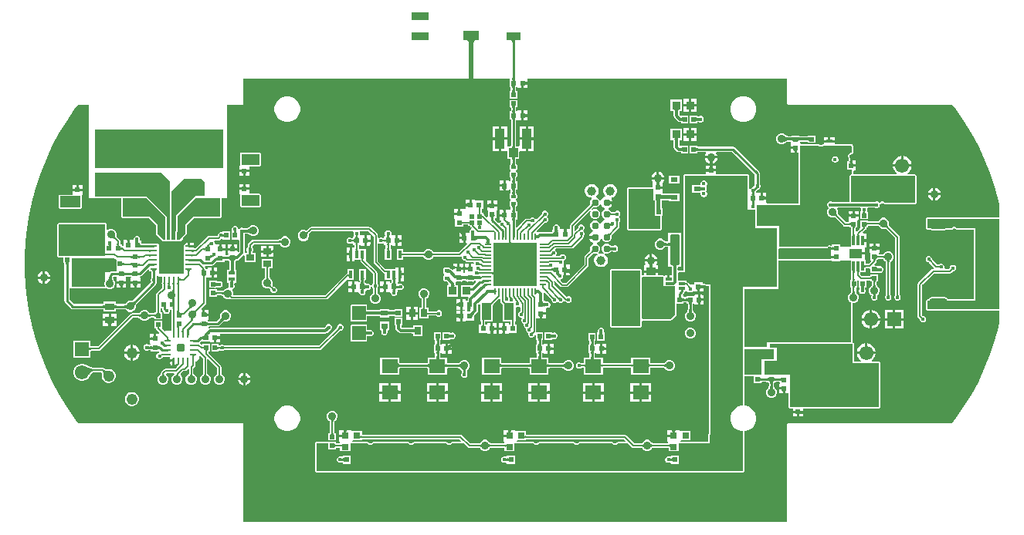
<source format=gbr>
G04*
G04 #@! TF.GenerationSoftware,Altium Limited,Altium Designer,24.3.1 (35)*
G04*
G04 Layer_Physical_Order=1*
G04 Layer_Color=255*
%FSLAX44Y44*%
%MOMM*%
G71*
G04*
G04 #@! TF.SameCoordinates,025A4B24-8724-457C-B47B-0DB420FA472D*
G04*
G04*
G04 #@! TF.FilePolarity,Positive*
G04*
G01*
G75*
%ADD16C,0.2030*%
%ADD17C,0.2540*%
%ADD19R,1.6300X0.8600*%
%ADD20R,1.7700X1.1000*%
%ADD21R,1.8800X0.8600*%
%ADD22O,0.2000X0.8000*%
%ADD23O,0.8000X0.2000*%
%ADD24R,4.7000X4.7000*%
%ADD25R,0.6200X0.5700*%
%ADD26R,0.8000X0.7000*%
%ADD27R,0.5000X0.5500*%
%ADD28R,0.9500X0.9500*%
%ADD29R,0.8000X0.4600*%
%ADD30R,1.2000X1.1000*%
%ADD31R,0.4000X0.3500*%
%ADD32R,0.4600X0.8000*%
%ADD33R,1.1000X1.2000*%
%ADD34R,0.3500X0.4000*%
%ADD35R,0.4000X0.9500*%
%ADD36R,0.5700X0.6200*%
%ADD37R,1.1000X1.9000*%
%ADD38R,0.5200X0.4700*%
%ADD39R,1.4500X1.0500*%
%ADD40R,0.3200X1.0500*%
G04:AMPARAMS|DCode=41|XSize=0.3mm|YSize=0.67mm|CornerRadius=0.02mm|HoleSize=0mm|Usage=FLASHONLY|Rotation=270.000|XOffset=0mm|YOffset=0mm|HoleType=Round|Shape=RoundedRectangle|*
%AMROUNDEDRECTD41*
21,1,0.3000,0.6300,0,0,270.0*
21,1,0.2600,0.6700,0,0,270.0*
1,1,0.0400,-0.3150,-0.1300*
1,1,0.0400,-0.3150,0.1300*
1,1,0.0400,0.3150,0.1300*
1,1,0.0400,0.3150,-0.1300*
%
%ADD41ROUNDEDRECTD41*%
%ADD42R,0.8001X0.5500*%
G04:AMPARAMS|DCode=43|XSize=0.8mm|YSize=0.8mm|CornerRadius=0.02mm|HoleSize=0mm|Usage=FLASHONLY|Rotation=270.000|XOffset=0mm|YOffset=0mm|HoleType=Round|Shape=RoundedRectangle|*
%AMROUNDEDRECTD43*
21,1,0.8000,0.7600,0,0,270.0*
21,1,0.7600,0.8000,0,0,270.0*
1,1,0.0400,-0.3800,-0.3800*
1,1,0.0400,-0.3800,0.3800*
1,1,0.0400,0.3800,0.3800*
1,1,0.0400,0.3800,-0.3800*
%
%ADD43ROUNDEDRECTD43*%
G04:AMPARAMS|DCode=44|XSize=0.24mm|YSize=0.6mm|CornerRadius=0.02mm|HoleSize=0mm|Usage=FLASHONLY|Rotation=270.000|XOffset=0mm|YOffset=0mm|HoleType=Round|Shape=RoundedRectangle|*
%AMROUNDEDRECTD44*
21,1,0.2400,0.5600,0,0,270.0*
21,1,0.2000,0.6000,0,0,270.0*
1,1,0.0400,-0.2800,-0.1000*
1,1,0.0400,-0.2800,0.1000*
1,1,0.0400,0.2800,0.1000*
1,1,0.0400,0.2800,-0.1000*
%
%ADD44ROUNDEDRECTD44*%
G04:AMPARAMS|DCode=45|XSize=0.24mm|YSize=0.6mm|CornerRadius=0.02mm|HoleSize=0mm|Usage=FLASHONLY|Rotation=0.000|XOffset=0mm|YOffset=0mm|HoleType=Round|Shape=RoundedRectangle|*
%AMROUNDEDRECTD45*
21,1,0.2400,0.5600,0,0,0.0*
21,1,0.2000,0.6000,0,0,0.0*
1,1,0.0400,0.1000,-0.2800*
1,1,0.0400,-0.1000,-0.2800*
1,1,0.0400,-0.1000,0.2800*
1,1,0.0400,0.1000,0.2800*
%
%ADD45ROUNDEDRECTD45*%
%ADD46R,0.2500X0.7000*%
%ADD47R,0.7000X0.2500*%
%ADD48R,1.8000X1.5000*%
%ADD49R,0.5500X0.5000*%
%ADD50R,0.9500X1.3500*%
%ADD51R,1.0000X0.9000*%
G04:AMPARAMS|DCode=52|XSize=1.6mm|YSize=1.5mm|CornerRadius=0.03mm|HoleSize=0mm|Usage=FLASHONLY|Rotation=90.000|XOffset=0mm|YOffset=0mm|HoleType=Round|Shape=RoundedRectangle|*
%AMROUNDEDRECTD52*
21,1,1.6000,1.4400,0,0,90.0*
21,1,1.5400,1.5000,0,0,90.0*
1,1,0.0600,0.7200,0.7700*
1,1,0.0600,0.7200,-0.7700*
1,1,0.0600,-0.7200,-0.7700*
1,1,0.0600,-0.7200,0.7700*
%
%ADD52ROUNDEDRECTD52*%
%ADD53R,1.0000X0.8000*%
%ADD54R,0.9000X0.7000*%
%ADD55R,0.7000X0.9000*%
G04:AMPARAMS|DCode=56|XSize=0.98mm|YSize=3.4mm|CornerRadius=0.08mm|HoleSize=0mm|Usage=FLASHONLY|Rotation=180.000|XOffset=0mm|YOffset=0mm|HoleType=Round|Shape=RoundedRectangle|*
%AMROUNDEDRECTD56*
21,1,0.9800,3.2400,0,0,180.0*
21,1,0.8200,3.4000,0,0,180.0*
1,1,0.1600,-0.4100,1.6200*
1,1,0.1600,0.4100,1.6200*
1,1,0.1600,0.4100,-1.6200*
1,1,0.1600,-0.4100,-1.6200*
%
%ADD56ROUNDEDRECTD56*%
G04:AMPARAMS|DCode=57|XSize=0.4mm|YSize=0.5mm|CornerRadius=0.03mm|HoleSize=0mm|Usage=FLASHONLY|Rotation=270.000|XOffset=0mm|YOffset=0mm|HoleType=Round|Shape=RoundedRectangle|*
%AMROUNDEDRECTD57*
21,1,0.4000,0.4400,0,0,270.0*
21,1,0.3400,0.5000,0,0,270.0*
1,1,0.0600,-0.2200,-0.1700*
1,1,0.0600,-0.2200,0.1700*
1,1,0.0600,0.2200,0.1700*
1,1,0.0600,0.2200,-0.1700*
%
%ADD57ROUNDEDRECTD57*%
%ADD58R,0.9000X0.9700*%
%ADD59R,1.0000X1.0500*%
%ADD60R,1.0500X2.2000*%
%ADD61R,0.7000X0.4000*%
%ADD62R,2.1000X1.4000*%
%ADD63R,0.7000X0.4000*%
%ADD64R,0.7000X0.6000*%
%ADD65R,1.8000X1.1000*%
%ADD66R,1.4000X0.9500*%
%ADD122C,1.2192*%
G04:AMPARAMS|DCode=124|XSize=1.1mm|YSize=2.6mm|CornerRadius=0.55mm|HoleSize=0mm|Usage=FLASHONLY|Rotation=270.000|XOffset=0mm|YOffset=0mm|HoleType=Round|Shape=RoundedRectangle|*
%AMROUNDEDRECTD124*
21,1,1.1000,1.5000,0,0,270.0*
21,1,0.0000,2.6000,0,0,270.0*
1,1,1.1000,-0.7500,0.0000*
1,1,1.1000,-0.7500,0.0000*
1,1,1.1000,0.7500,0.0000*
1,1,1.1000,0.7500,0.0000*
%
%ADD124ROUNDEDRECTD124*%
G04:AMPARAMS|DCode=125|XSize=1.1mm|YSize=2.1mm|CornerRadius=0.55mm|HoleSize=0mm|Usage=FLASHONLY|Rotation=270.000|XOffset=0mm|YOffset=0mm|HoleType=Round|Shape=RoundedRectangle|*
%AMROUNDEDRECTD125*
21,1,1.1000,1.0000,0,0,270.0*
21,1,0.0000,2.1000,0,0,270.0*
1,1,1.1000,-0.5000,0.0000*
1,1,1.1000,-0.5000,0.0000*
1,1,1.1000,0.5000,0.0000*
1,1,1.1000,0.5000,0.0000*
%
%ADD125ROUNDEDRECTD125*%
%ADD128C,0.9000*%
%AMCUSTOMSHAPE129*
4,1,5,-1.3251,-1.8001,-1.3251,1.4809,-1.0059,1.8001,1.3251,1.8001,1.3251,-1.8001,-1.3251,-1.8001,0.0*%
%ADD129CUSTOMSHAPE129*%

%ADD130C,0.7870*%
%ADD131C,0.1540*%
%ADD132C,0.1524*%
%ADD133C,0.3048*%
%ADD134C,0.2050*%
%ADD135C,0.3050*%
%ADD136C,0.5000*%
%ADD137C,0.2467*%
%ADD138C,0.2213*%
%ADD139C,0.1976*%
%ADD140C,0.4000*%
%ADD141C,0.3650*%
%ADD142R,1.5500X1.5500*%
%ADD143C,1.5500*%
%ADD144R,1.5500X1.5500*%
%ADD145C,1.5000*%
%ADD146C,0.9910*%
%ADD147C,0.3650*%
G36*
X145Y245225D02*
X-65Y245151D01*
X-250Y245028D01*
X-410Y244855D01*
X-546Y244633D01*
X-657Y244362D01*
X-743Y244041D01*
X-805Y243671D01*
X-842Y243251D01*
X-855Y242783D01*
X-3322D01*
X-3334Y243251D01*
X-3371Y243671D01*
X-3433Y244041D01*
X-3519Y244362D01*
X-3630Y244633D01*
X-3766Y244855D01*
X-3926Y245028D01*
X-4111Y245151D01*
X-4321Y245225D01*
X-4555Y245250D01*
X379D01*
X145Y245225D01*
D02*
G37*
G36*
X-43745Y245550D02*
X-44170Y245400D01*
X-44545Y245150D01*
X-44870Y244800D01*
X-45145Y244350D01*
X-45370Y243800D01*
X-45545Y243150D01*
X-45670Y242400D01*
X-45745Y241550D01*
X-45770Y240600D01*
X-50770D01*
X-50795Y241550D01*
X-50870Y242400D01*
X-50995Y243150D01*
X-51170Y243800D01*
X-51395Y244350D01*
X-51670Y244800D01*
X-51995Y245150D01*
X-52370Y245400D01*
X-52795Y245550D01*
X-53270Y245600D01*
X-43270D01*
X-43745Y245550D01*
D02*
G37*
G36*
X-842Y203484D02*
X-805Y203059D01*
X-743Y202685D01*
X-657Y202360D01*
X-546Y202085D01*
X-410Y201861D01*
X-250Y201686D01*
X-65Y201561D01*
X145Y201486D01*
X379Y201461D01*
X-4555D01*
X-4321Y201486D01*
X-4111Y201561D01*
X-3926Y201686D01*
X-3766Y201861D01*
X-3630Y202085D01*
X-3519Y202360D01*
X-3433Y202685D01*
X-3371Y203059D01*
X-3334Y203484D01*
X-3322Y203958D01*
X-855D01*
X-842Y203484D01*
D02*
G37*
G36*
X297935Y176784D02*
X298090Y176004D01*
X298532Y175342D01*
X299194Y174900D01*
X299974Y174745D01*
X479200D01*
X483347Y169341D01*
X492061Y156633D01*
X500083Y143477D01*
X507391Y129912D01*
X513964Y115975D01*
X519783Y101707D01*
X524831Y87149D01*
X529095Y72341D01*
X530770Y65085D01*
Y51419D01*
X530404Y51175D01*
X452120D01*
X450957Y50693D01*
X450475Y49530D01*
Y39370D01*
X450957Y38207D01*
X452120Y37725D01*
X454497D01*
X455358Y37064D01*
X457066Y36357D01*
X458900Y36115D01*
X468900D01*
X470734Y36357D01*
X472442Y37064D01*
X473303Y37725D01*
X478864D01*
X480027Y38207D01*
X480257Y38436D01*
X480953Y38725D01*
X481707D01*
X482403Y38436D01*
X482633Y38207D01*
X483796Y37725D01*
X502545D01*
Y-38995D01*
X474527D01*
X473910Y-38190D01*
X472442Y-37064D01*
X470734Y-36357D01*
X468900Y-36115D01*
X458900D01*
X457066Y-36357D01*
X455358Y-37064D01*
X453890Y-38190D01*
X453273Y-38995D01*
X452120D01*
X450957Y-39477D01*
X450475Y-40640D01*
Y-49530D01*
X450957Y-50693D01*
X452120Y-51175D01*
X530404D01*
X530770Y-51419D01*
Y-65085D01*
X529095Y-72341D01*
X524831Y-87149D01*
X519783Y-101707D01*
X513964Y-115975D01*
X507391Y-129911D01*
X500083Y-143477D01*
X492061Y-156632D01*
X483347Y-169341D01*
X479200Y-174745D01*
X299974D01*
X299194Y-174900D01*
X298532Y-175342D01*
X298090Y-176004D01*
X297935Y-176784D01*
Y-283922D01*
X-297935D01*
Y-176784D01*
X-298090Y-176004D01*
X-298532Y-175342D01*
X-299194Y-174900D01*
X-299974Y-174745D01*
X-479200D01*
X-483442Y-169217D01*
X-492319Y-156240D01*
X-500477Y-142797D01*
X-507889Y-128930D01*
X-514534Y-114680D01*
X-520392Y-100088D01*
X-525446Y-85199D01*
X-529681Y-70057D01*
X-533084Y-54706D01*
X-535646Y-39193D01*
X-537357Y-23563D01*
X-538215Y-7862D01*
X-538215Y7861D01*
X-537358Y23561D01*
X-535646Y39191D01*
X-533085Y54705D01*
X-529682Y70056D01*
X-525447Y85198D01*
X-520393Y100087D01*
X-514534Y114679D01*
X-507889Y128929D01*
X-500477Y142796D01*
X-492320Y156238D01*
X-483443Y169216D01*
X-479200Y174745D01*
X-467360D01*
Y72390D01*
X-461432D01*
X-461010Y72215D01*
X-432175D01*
Y52070D01*
X-431693Y50907D01*
X-430530Y50425D01*
X-402001D01*
X-394075Y42498D01*
Y33020D01*
X-393593Y31857D01*
X-389077Y27341D01*
X-389115Y26953D01*
X-387551Y25627D01*
X-386738Y25060D01*
X-385996Y24633D01*
X-385324Y24347D01*
X-384723Y24201D01*
X-384192Y24196D01*
X-383732Y24332D01*
X-383342Y24608D01*
X-390457Y17642D01*
X-390174Y18025D01*
X-390033Y18479D01*
X-390034Y19006D01*
X-390177Y19605D01*
X-390463Y20277D01*
X-390891Y21020D01*
X-391460Y21835D01*
X-392172Y22722D01*
X-392506Y23081D01*
X-392913Y22471D01*
X-393018Y21944D01*
X-395894D01*
X-396270Y22019D01*
X-408779D01*
X-408927Y22085D01*
X-409359Y22096D01*
X-409677Y22124D01*
X-409916Y22164D01*
X-409956Y22175D01*
Y25264D01*
X-410437D01*
X-411381Y26303D01*
Y27711D01*
X-411920Y29012D01*
X-412916Y30008D01*
X-414217Y30547D01*
X-415625D01*
X-416927Y30008D01*
X-417922Y29012D01*
X-418461Y27711D01*
Y27476D01*
X-418637Y26300D01*
X-419635Y26280D01*
X-422760D01*
Y25704D01*
X-422727Y25324D01*
X-422663Y24939D01*
X-422574Y24604D01*
X-422460Y24322D01*
X-422320Y24090D01*
X-422155Y23910D01*
X-421965Y23782D01*
X-421749Y23705D01*
X-421508Y23679D01*
X-422760D01*
Y20640D01*
X-425300D01*
Y23679D01*
X-426588D01*
X-426346Y23705D01*
X-426130Y23782D01*
X-425940Y23910D01*
X-425775Y24090D01*
X-425635Y24322D01*
X-425521Y24604D01*
X-425432Y24939D01*
X-425368Y25324D01*
X-425367Y25345D01*
X-425377Y25547D01*
X-425349Y25550D01*
X-425330Y25761D01*
X-425318Y26249D01*
X-425300D01*
Y26280D01*
X-429420D01*
Y20775D01*
X-430284Y19990D01*
X-430497Y19885D01*
X-431306Y20481D01*
Y21654D01*
X-432985D01*
X-433001Y21847D01*
X-433010Y22192D01*
X-433081Y22351D01*
Y24440D01*
X-433279Y25435D01*
X-433842Y26278D01*
X-436780Y29216D01*
X-436842Y29377D01*
X-437058Y29606D01*
X-437205Y29782D01*
X-437314Y29934D01*
X-437387Y30056D01*
X-437429Y30146D01*
X-437448Y30201D01*
X-437450Y30212D01*
X-437429Y30299D01*
X-437455Y30464D01*
X-437286Y30872D01*
Y33268D01*
X-438203Y35482D01*
X-439898Y37177D01*
X-442112Y38094D01*
X-444508D01*
X-446722Y37177D01*
X-446761Y37138D01*
X-447935Y37624D01*
Y43180D01*
X-448417Y44343D01*
X-449580Y44825D01*
X-500380D01*
X-501543Y44343D01*
X-502025Y43180D01*
Y8890D01*
X-501543Y7727D01*
X-500380Y7245D01*
X-495794D01*
Y636D01*
X-494520D01*
X-494515Y615D01*
X-494474Y370D01*
X-494446Y46D01*
X-494435Y-392D01*
X-494369Y-540D01*
Y-40610D01*
X-494369Y-40610D01*
X-494152Y-41700D01*
X-493534Y-42624D01*
X-487104Y-49054D01*
X-487104Y-49054D01*
X-486180Y-49672D01*
X-485090Y-49889D01*
X-485090Y-49889D01*
X-452281D01*
X-452132Y-49955D01*
X-451694Y-49966D01*
X-451370Y-49994D01*
X-451125Y-50035D01*
X-451104Y-50040D01*
Y-52564D01*
X-438056D01*
Y-50040D01*
X-438035Y-50035D01*
X-437790Y-49994D01*
X-437466Y-49966D01*
X-437028Y-49955D01*
X-436880Y-49889D01*
X-428951D01*
X-428803Y-49955D01*
X-428413Y-49966D01*
X-428105Y-49993D01*
X-427837Y-50036D01*
X-427606Y-50090D01*
X-427413Y-50154D01*
X-427256Y-50223D01*
X-427128Y-50296D01*
X-427026Y-50371D01*
X-426940Y-50449D01*
X-426804Y-50609D01*
X-426705Y-50658D01*
X-426658Y-50758D01*
X-426486Y-50819D01*
X-425387Y-51918D01*
X-423173Y-52835D01*
X-420776D01*
X-418562Y-51918D01*
X-416867Y-50224D01*
X-415950Y-48010D01*
Y-46221D01*
X-415893Y-46089D01*
X-415932Y-45987D01*
X-415902Y-45883D01*
X-415924Y-45678D01*
X-415922Y-45571D01*
X-415907Y-45455D01*
X-415873Y-45323D01*
X-415816Y-45170D01*
X-415730Y-44995D01*
X-415611Y-44799D01*
X-415455Y-44582D01*
X-415260Y-44347D01*
X-414992Y-44064D01*
X-414935Y-43914D01*
X-394256Y-23234D01*
X-394256Y-23234D01*
X-393638Y-22310D01*
X-393421Y-21220D01*
Y-20401D01*
X-393355Y-20252D01*
X-393358Y-20245D01*
X-393355Y-20238D01*
X-393350Y-19896D01*
X-393239Y-19785D01*
X-392700Y-18484D01*
Y-17076D01*
X-393239Y-15775D01*
X-393350Y-15664D01*
X-393355Y-15322D01*
X-393358Y-15315D01*
X-393355Y-15308D01*
X-393421Y-15158D01*
Y-13846D01*
X-392914Y-13522D01*
X-392151Y-13295D01*
X-391511Y-13723D01*
X-390520Y-13920D01*
X-387544D01*
Y-20580D01*
X-387635Y-20800D01*
X-387544Y-21018D01*
X-387571Y-21253D01*
X-387544Y-22354D01*
X-387369Y-23589D01*
Y-26423D01*
X-393078Y-32132D01*
X-393641Y-32975D01*
X-393839Y-33970D01*
Y-52438D01*
X-393910Y-52597D01*
X-393919Y-52936D01*
X-393936Y-53136D01*
X-395514D01*
Y-54245D01*
X-395707Y-54261D01*
X-396052Y-54270D01*
X-396211Y-54341D01*
X-399794D01*
X-399952Y-54270D01*
X-400267Y-54262D01*
X-400495Y-54241D01*
X-400679Y-54211D01*
X-400818Y-54176D01*
X-400911Y-54142D01*
X-400963Y-54116D01*
X-400973Y-54110D01*
X-401019Y-54034D01*
X-401154Y-53935D01*
X-401323Y-53528D01*
X-403018Y-51833D01*
X-405232Y-50916D01*
X-407628D01*
X-409842Y-51833D01*
X-411537Y-53528D01*
X-411706Y-53935D01*
X-411841Y-54034D01*
X-411887Y-54110D01*
X-411897Y-54117D01*
X-411949Y-54142D01*
X-412042Y-54176D01*
X-412181Y-54211D01*
X-412365Y-54241D01*
X-412593Y-54262D01*
X-412908Y-54270D01*
X-413066Y-54341D01*
X-420160D01*
X-421155Y-54539D01*
X-421998Y-55102D01*
X-457630Y-90735D01*
X-465009D01*
X-465168Y-90664D01*
X-465513Y-90655D01*
X-465706Y-90638D01*
Y-84706D01*
X-484254D01*
Y-103254D01*
X-465706D01*
Y-96029D01*
X-465513Y-96012D01*
X-465168Y-96004D01*
X-465009Y-95933D01*
X-456554D01*
X-455559Y-95735D01*
X-454716Y-95171D01*
X-419084Y-59539D01*
X-413066D01*
X-412908Y-59610D01*
X-412593Y-59618D01*
X-412365Y-59639D01*
X-412181Y-59669D01*
X-412042Y-59704D01*
X-411949Y-59738D01*
X-411897Y-59764D01*
X-411887Y-59770D01*
X-411841Y-59846D01*
X-411706Y-59945D01*
X-411537Y-60352D01*
X-409842Y-62047D01*
X-407628Y-62964D01*
X-405232D01*
X-403018Y-62047D01*
X-401323Y-60352D01*
X-401154Y-59945D01*
X-401019Y-59846D01*
X-400973Y-59770D01*
X-400963Y-59764D01*
X-400911Y-59738D01*
X-400818Y-59704D01*
X-400679Y-59669D01*
X-400495Y-59639D01*
X-400267Y-59618D01*
X-399952Y-59610D01*
X-399794Y-59539D01*
X-396211D01*
X-396052Y-59610D01*
X-395707Y-59619D01*
X-395514Y-59635D01*
Y-61184D01*
X-386966D01*
Y-53136D01*
X-388544D01*
X-388561Y-52936D01*
X-388570Y-52597D01*
X-388641Y-52438D01*
Y-49352D01*
X-387321D01*
X-387315Y-49420D01*
X-387310Y-49734D01*
X-387177Y-50039D01*
X-387026Y-50796D01*
X-386409Y-51720D01*
X-385890Y-52239D01*
Y-52454D01*
X-385351Y-53755D01*
X-384355Y-54751D01*
X-383054Y-55290D01*
X-381646D01*
X-380345Y-54751D01*
X-379349Y-53755D01*
X-378810Y-52454D01*
Y-51046D01*
X-378815Y-51034D01*
X-378167Y-50062D01*
X-378120Y-50060D01*
X-377159Y-50886D01*
Y-72991D01*
X-377230Y-73162D01*
X-377231Y-73537D01*
X-377234Y-73660D01*
X-383540D01*
X-384122Y-74242D01*
X-386546Y-71818D01*
X-386966Y-70684D01*
X-386966D01*
X-386966Y-70684D01*
Y-62636D01*
X-390763D01*
X-391240Y-62541D01*
X-391717Y-62636D01*
X-395514D01*
Y-70684D01*
X-393913D01*
X-393910Y-70833D01*
X-393768Y-71157D01*
X-393641Y-71795D01*
X-393078Y-72638D01*
X-390115Y-75600D01*
X-390642Y-76870D01*
X-393730D01*
Y-82260D01*
X-395000D01*
Y-83530D01*
X-398039D01*
Y-84785D01*
X-398065Y-84544D01*
X-398142Y-84328D01*
X-398270Y-84137D01*
X-398450Y-83972D01*
X-398682Y-83833D01*
X-398964Y-83718D01*
X-399299Y-83629D01*
X-399684Y-83566D01*
X-400095Y-83530D01*
X-400640D01*
Y-87650D01*
X-399624D01*
Y-88960D01*
X-399645Y-88965D01*
X-399890Y-89006D01*
X-400214Y-89034D01*
X-400652Y-89045D01*
X-400801Y-89111D01*
X-401493D01*
X-401636Y-89046D01*
X-401659Y-89054D01*
X-401682Y-89045D01*
X-402009Y-89042D01*
X-402139Y-88912D01*
X-403440Y-88373D01*
X-404849D01*
X-406150Y-88912D01*
X-407146Y-89908D01*
X-407684Y-91209D01*
Y-92617D01*
X-407146Y-93918D01*
X-406150Y-94914D01*
X-404849Y-95453D01*
X-403440D01*
X-402139Y-94914D01*
X-402099Y-94874D01*
X-401796Y-94875D01*
X-401632Y-94809D01*
X-400801D01*
X-400652Y-94875D01*
X-400214Y-94886D01*
X-399890Y-94914D01*
X-399645Y-94955D01*
X-399624Y-94960D01*
Y-96334D01*
X-390671D01*
X-390494Y-96470D01*
X-390592Y-97160D01*
X-390836Y-97807D01*
X-391975Y-98279D01*
X-392971Y-99275D01*
X-393510Y-100576D01*
Y-101984D01*
X-392971Y-103285D01*
X-391975Y-104281D01*
X-390674Y-104820D01*
X-389266D01*
X-387965Y-104281D01*
X-387081Y-103397D01*
X-386150Y-102579D01*
X-379019D01*
X-378354Y-103390D01*
Y-104920D01*
X-376111D01*
X-376046Y-104881D01*
X-375900Y-104748D01*
X-375796Y-104594D01*
X-375734Y-104420D01*
X-375713Y-104225D01*
Y-104920D01*
X-374560D01*
Y-106190D01*
X-373290D01*
Y-111730D01*
X-372491Y-111571D01*
X-372319Y-111456D01*
X-371409Y-111792D01*
X-372288Y-110428D01*
X-372208Y-110437D01*
X-372120Y-110430D01*
X-372025Y-110406D01*
X-371923Y-110365D01*
X-371814Y-110308D01*
X-371698Y-110234D01*
X-371574Y-110144D01*
X-371444Y-110037D01*
X-371161Y-109773D01*
X-370102Y-111613D01*
X-370247Y-111759D01*
X-370815Y-112404D01*
X-370859Y-112473D01*
X-370889Y-112530D01*
X-370904Y-112576D01*
X-370927Y-112541D01*
X-370776Y-113080D01*
X-373155Y-115459D01*
X-383620D01*
X-384512Y-115637D01*
X-385268Y-116142D01*
X-387808Y-118682D01*
X-388313Y-119438D01*
X-388491Y-120330D01*
Y-120498D01*
X-388567Y-120667D01*
X-388573Y-120895D01*
X-388586Y-121037D01*
X-388602Y-121136D01*
X-388606Y-121152D01*
X-389622Y-121573D01*
X-391317Y-123268D01*
X-392234Y-125482D01*
Y-127878D01*
X-391317Y-130092D01*
X-389622Y-131787D01*
X-387408Y-132704D01*
X-385012D01*
X-382798Y-131787D01*
X-381103Y-130092D01*
X-380186Y-127878D01*
Y-125482D01*
X-381103Y-123268D01*
X-382554Y-121817D01*
X-382643Y-121391D01*
X-381801Y-120121D01*
X-374024D01*
X-373771Y-121391D01*
X-374211Y-121573D01*
X-375906Y-123268D01*
X-376823Y-125482D01*
Y-127878D01*
X-375906Y-130092D01*
X-374211Y-131787D01*
X-371997Y-132704D01*
X-369600D01*
X-367386Y-131787D01*
X-365692Y-130092D01*
X-364775Y-127878D01*
Y-125482D01*
X-365692Y-123268D01*
X-366870Y-122089D01*
X-366911Y-120500D01*
X-364312Y-117901D01*
X-362350D01*
X-361458Y-117723D01*
X-360702Y-117218D01*
X-358988Y-115505D01*
X-357718Y-116031D01*
Y-120506D01*
X-357794Y-120676D01*
X-357800Y-120903D01*
X-357813Y-121047D01*
X-357830Y-121147D01*
X-357837Y-121174D01*
X-358800Y-121573D01*
X-360494Y-123268D01*
X-361412Y-125482D01*
Y-127878D01*
X-360494Y-130092D01*
X-358800Y-131787D01*
X-356586Y-132704D01*
X-354189D01*
X-351975Y-131787D01*
X-350281Y-130092D01*
X-349364Y-127878D01*
Y-125482D01*
X-350281Y-123268D01*
X-351975Y-121573D01*
X-352938Y-121174D01*
X-352945Y-121147D01*
X-352962Y-121047D01*
X-352975Y-120903D01*
X-352981Y-120676D01*
X-353057Y-120506D01*
Y-114653D01*
X-351412Y-113008D01*
X-350907Y-112252D01*
X-350729Y-111360D01*
Y-107714D01*
X-350284D01*
X-346710Y-104140D01*
Y-101236D01*
X-345537Y-100750D01*
X-342307Y-103979D01*
Y-120506D01*
X-342383Y-120676D01*
X-342389Y-120903D01*
X-342402Y-121047D01*
X-342419Y-121147D01*
X-342425Y-121174D01*
X-343389Y-121573D01*
X-345083Y-123268D01*
X-346000Y-125482D01*
Y-127878D01*
X-345083Y-130092D01*
X-343389Y-131787D01*
X-341175Y-132704D01*
X-338778D01*
X-336564Y-131787D01*
X-334869Y-130092D01*
X-333952Y-127878D01*
Y-125482D01*
X-334869Y-123268D01*
X-336564Y-121573D01*
X-337527Y-121174D01*
X-337534Y-121147D01*
X-337551Y-121047D01*
X-337563Y-120903D01*
X-337570Y-120676D01*
X-337645Y-120506D01*
Y-105220D01*
X-336472Y-104734D01*
X-326896Y-114310D01*
Y-120506D01*
X-326972Y-120676D01*
X-326978Y-120903D01*
X-326991Y-121047D01*
X-327007Y-121147D01*
X-327014Y-121174D01*
X-327977Y-121573D01*
X-329672Y-123268D01*
X-330589Y-125482D01*
Y-127878D01*
X-329672Y-130092D01*
X-327977Y-131787D01*
X-325763Y-132704D01*
X-323367D01*
X-321153Y-131787D01*
X-319458Y-130092D01*
X-318541Y-127878D01*
Y-125482D01*
X-319458Y-123268D01*
X-321153Y-121573D01*
X-322116Y-121174D01*
X-322123Y-121147D01*
X-322139Y-121047D01*
X-322152Y-120903D01*
X-322158Y-120676D01*
X-322234Y-120506D01*
Y-113345D01*
X-322412Y-112453D01*
X-322917Y-111697D01*
X-336509Y-98105D01*
Y-96847D01*
X-336433Y-96676D01*
X-336433Y-96664D01*
X-334816D01*
Y-88116D01*
X-342864D01*
Y-88684D01*
X-344134Y-89210D01*
X-345302Y-88042D01*
X-345492Y-87915D01*
X-345629Y-87563D01*
X-345676Y-86452D01*
X-345656Y-86394D01*
X-344584Y-85323D01*
X-343314Y-85584D01*
Y-85584D01*
X-334630D01*
Y-86600D01*
X-330510D01*
Y-80960D01*
X-329240D01*
Y-79690D01*
X-326451D01*
Y-78395D01*
X-326425Y-78636D01*
X-326348Y-78852D01*
X-326220Y-79043D01*
X-326040Y-79208D01*
X-325808Y-79348D01*
X-325526Y-79462D01*
X-325191Y-79551D01*
X-324806Y-79614D01*
X-324369Y-79652D01*
X-324057Y-79661D01*
X-323850Y-79658D01*
Y-76754D01*
X-208265D01*
X-208265Y-76754D01*
X-207075Y-76517D01*
X-206067Y-75843D01*
X-203506Y-73282D01*
X-202465Y-72851D01*
X-201469Y-71855D01*
X-200930Y-70554D01*
Y-69146D01*
X-201469Y-67845D01*
X-202465Y-66849D01*
X-203766Y-66310D01*
X-205174D01*
X-206475Y-66849D01*
X-207471Y-67845D01*
X-207902Y-68886D01*
X-209553Y-70536D01*
X-334748D01*
X-334748Y-70536D01*
X-335549Y-70696D01*
X-335640Y-70654D01*
X-336430Y-69919D01*
X-336557Y-69700D01*
X-336481Y-69306D01*
X-336269Y-68962D01*
X-335978Y-68955D01*
X-335830Y-68889D01*
X-326480D01*
X-326480Y-68889D01*
X-325390Y-68672D01*
X-324466Y-68054D01*
X-320552Y-64140D01*
X-320401Y-64083D01*
X-320119Y-63816D01*
X-319885Y-63622D01*
X-319670Y-63468D01*
X-319476Y-63352D01*
X-319305Y-63269D01*
X-319157Y-63215D01*
X-319029Y-63184D01*
X-318919Y-63170D01*
X-318816Y-63170D01*
X-318615Y-63195D01*
X-318510Y-63167D01*
X-318411Y-63208D01*
X-318304Y-63164D01*
X-316382D01*
X-314168Y-62247D01*
X-312473Y-60552D01*
X-311556Y-58338D01*
Y-55942D01*
X-312473Y-53728D01*
X-314168Y-52033D01*
X-316382Y-51116D01*
X-318778D01*
X-320992Y-52033D01*
X-322687Y-53728D01*
X-323604Y-55942D01*
Y-57864D01*
X-323648Y-57971D01*
X-323607Y-58070D01*
X-323635Y-58175D01*
X-323610Y-58376D01*
X-323610Y-58479D01*
X-323624Y-58589D01*
X-323655Y-58717D01*
X-323709Y-58865D01*
X-323792Y-59036D01*
X-323908Y-59230D01*
X-324062Y-59445D01*
X-324256Y-59679D01*
X-324523Y-59961D01*
X-324580Y-60112D01*
X-327660Y-63191D01*
X-335830D01*
X-335978Y-63125D01*
X-336416Y-63114D01*
X-336740Y-63086D01*
X-336985Y-63045D01*
X-337006Y-63040D01*
Y-61500D01*
X-335990D01*
Y-57380D01*
X-337334D01*
X-337666Y-57468D01*
X-337948Y-57583D01*
X-338180Y-57722D01*
X-338360Y-57887D01*
X-338488Y-58078D01*
X-338565Y-58294D01*
X-338591Y-58535D01*
Y-57380D01*
X-341630D01*
Y-56110D01*
X-342900D01*
Y-50720D01*
X-343835D01*
X-344321Y-49547D01*
X-339542Y-44768D01*
X-338979Y-43925D01*
X-338781Y-42930D01*
Y-15344D01*
X-338493Y-14982D01*
X-336948Y-15083D01*
X-336920Y-15130D01*
X-336743Y-15130D01*
X-336743Y-15130D01*
X-333150D01*
Y-9840D01*
Y-4550D01*
X-336743D01*
X-336743Y-4550D01*
X-336920D01*
X-337533Y-5566D01*
X-339358Y-5566D01*
X-339364Y-5497D01*
X-339371Y-5176D01*
X-339514Y-4853D01*
X-339640Y-4221D01*
X-340203Y-3378D01*
X-340344Y-3237D01*
X-339858Y-2064D01*
X-333134D01*
X-333134Y-2064D01*
X-332044Y-1847D01*
X-331120Y-1230D01*
X-327854Y2036D01*
X-327026D01*
X-327024Y2035D01*
X-327003Y2036D01*
X-326717D01*
X-326503Y1945D01*
X-326278Y2036D01*
X-318796D01*
Y3510D01*
X-318775Y3515D01*
X-318530Y3556D01*
X-318206Y3584D01*
X-317768Y3595D01*
X-317619Y3661D01*
X-315420D01*
X-315271Y3595D01*
X-314836Y3584D01*
X-314512Y3557D01*
X-314266Y3519D01*
X-314245Y3513D01*
Y2486D01*
X-313272D01*
X-313232Y2295D01*
X-313151Y1473D01*
X-313141Y957D01*
X-313079Y817D01*
Y-4951D01*
X-313140Y-5088D01*
X-313154Y-5621D01*
X-313190Y-6030D01*
X-313243Y-6351D01*
X-313303Y-6575D01*
X-313324Y-6626D01*
X-316254D01*
Y-13674D01*
Y-20674D01*
X-314566D01*
X-314098Y-21889D01*
X-314145Y-22004D01*
X-314145Y-22319D01*
X-314206Y-22380D01*
X-314745Y-23681D01*
Y-25089D01*
X-314614Y-25406D01*
X-315463Y-26676D01*
X-316238D01*
X-318452Y-27593D01*
X-320147Y-29288D01*
X-320187Y-29385D01*
X-320227Y-29409D01*
X-320291Y-29501D01*
X-320305Y-29512D01*
X-320343Y-29535D01*
X-320414Y-29567D01*
X-320525Y-29605D01*
X-320677Y-29641D01*
X-320872Y-29671D01*
X-321108Y-29692D01*
X-321425Y-29700D01*
X-321584Y-29771D01*
X-326579D01*
X-326738Y-29700D01*
X-327083Y-29691D01*
X-327276Y-29675D01*
Y-28016D01*
X-335824D01*
Y-36064D01*
X-328864D01*
X-328861Y-36065D01*
X-328858Y-36064D01*
X-327276D01*
Y-35065D01*
X-327083Y-35049D01*
X-326738Y-35040D01*
X-326579Y-34969D01*
X-321792D01*
X-321660Y-35036D01*
X-321621Y-35023D01*
X-321584Y-35040D01*
X-321270Y-35049D01*
X-321049Y-35069D01*
X-320875Y-35099D01*
X-320751Y-35132D01*
X-320674Y-35161D01*
X-320669Y-35164D01*
X-320647Y-35207D01*
X-320494Y-35336D01*
X-320431Y-35526D01*
X-320379Y-35552D01*
X-320147Y-36112D01*
X-318452Y-37807D01*
X-316238Y-38724D01*
X-313842D01*
X-312799Y-38292D01*
X-312771Y-38313D01*
X-312658Y-38409D01*
X-312495Y-38565D01*
X-312145Y-38701D01*
X-311710Y-38991D01*
X-310815Y-39169D01*
X-207725D01*
X-206830Y-38991D01*
X-206071Y-38484D01*
X-185101Y-17514D01*
X-184014Y-17964D01*
Y-17964D01*
X-176966D01*
Y-5416D01*
X-184014D01*
Y-10622D01*
X-184281Y-10740D01*
X-184793Y-10842D01*
X-185552Y-11349D01*
X-208694Y-34491D01*
X-308620D01*
X-309016Y-33898D01*
Y-31502D01*
X-309933Y-29288D01*
X-310122Y-29099D01*
X-309793Y-27632D01*
X-309200Y-27386D01*
X-308204Y-26391D01*
X-307665Y-25089D01*
Y-23681D01*
X-308204Y-22380D01*
X-308311Y-22274D01*
X-308315Y-21934D01*
X-308317Y-21930D01*
X-308315Y-21925D01*
X-308324Y-21905D01*
X-307855Y-20674D01*
X-306206D01*
Y-8622D01*
X-306159Y-8556D01*
X-306191Y-8357D01*
X-306115Y-8171D01*
X-306206Y-7955D01*
Y-6626D01*
X-306720D01*
X-306794Y-5639D01*
X-306800Y-5111D01*
X-306862Y-4968D01*
Y817D01*
X-306801Y957D01*
X-306790Y1496D01*
X-306760Y1925D01*
X-306715Y2269D01*
X-306669Y2486D01*
X-305697D01*
Y3615D01*
X-305086Y3676D01*
X-304661Y3685D01*
X-304377Y3809D01*
X-303506Y3983D01*
X-302497Y4656D01*
X-298154Y9000D01*
X-296884Y8474D01*
Y1846D01*
X-284836D01*
Y11894D01*
X-287527D01*
X-287988Y12567D01*
X-288233Y13103D01*
X-288236Y13155D01*
X-288233Y13231D01*
X-287909Y13555D01*
X-287370Y14856D01*
Y16264D01*
X-287909Y17565D01*
X-288227Y17883D01*
X-288238Y18033D01*
X-288240Y18186D01*
X-288311Y18352D01*
Y19164D01*
X-285944Y21531D01*
X-259366D01*
X-259208Y21460D01*
X-258893Y21452D01*
X-258664Y21431D01*
X-258481Y21401D01*
X-258342Y21366D01*
X-258249Y21332D01*
X-258197Y21306D01*
X-258187Y21300D01*
X-258141Y21224D01*
X-258006Y21125D01*
X-257837Y20718D01*
X-256142Y19023D01*
X-253928Y18106D01*
X-251532D01*
X-249318Y19023D01*
X-247623Y20718D01*
X-246706Y22932D01*
Y25328D01*
X-247623Y27542D01*
X-249318Y29237D01*
X-251532Y30154D01*
X-253928D01*
X-256142Y29237D01*
X-257837Y27542D01*
X-258006Y27135D01*
X-258141Y27036D01*
X-258187Y26960D01*
X-258197Y26954D01*
X-258249Y26928D01*
X-258342Y26894D01*
X-258481Y26859D01*
X-258664Y26829D01*
X-258893Y26808D01*
X-259208Y26800D01*
X-259366Y26729D01*
X-287020D01*
X-288015Y26531D01*
X-288858Y25968D01*
X-292748Y22078D01*
X-293311Y21235D01*
X-293509Y20240D01*
Y18352D01*
X-293580Y18186D01*
X-293582Y18006D01*
X-293587Y17889D01*
X-293911Y17565D01*
X-294450Y16264D01*
Y14856D01*
X-293911Y13555D01*
X-293593Y13237D01*
X-293587Y13156D01*
X-293597Y13054D01*
X-293809Y12601D01*
X-294293Y11894D01*
X-296611D01*
Y32951D01*
X-294870D01*
X-294735Y32891D01*
X-294286Y32877D01*
X-293915Y32843D01*
X-293572Y32787D01*
X-293258Y32712D01*
X-292970Y32620D01*
X-292706Y32510D01*
X-292464Y32384D01*
X-292239Y32240D01*
X-292029Y32078D01*
X-291778Y31847D01*
X-291509Y31748D01*
X-290877Y31115D01*
X-288663Y30198D01*
X-286266D01*
X-284052Y31115D01*
X-282358Y32810D01*
X-281441Y35024D01*
Y37420D01*
X-282358Y39634D01*
X-284052Y41329D01*
X-286266Y42246D01*
X-288663D01*
X-290877Y41329D01*
X-291802Y40404D01*
X-292077Y40280D01*
X-292303Y40041D01*
X-292487Y39881D01*
X-292686Y39740D01*
X-292903Y39615D01*
X-293144Y39506D01*
X-293412Y39412D01*
X-293710Y39336D01*
X-294041Y39279D01*
X-294406Y39243D01*
X-294854Y39230D01*
X-294860Y39227D01*
X-294866Y39229D01*
X-294997Y39169D01*
X-297975D01*
X-299016Y39600D01*
X-300424D01*
X-301725Y39061D01*
X-302530Y38256D01*
X-303434Y38449D01*
X-303800Y38646D01*
Y38804D01*
X-304339Y40105D01*
X-305335Y41101D01*
X-306636Y41640D01*
X-308044D01*
X-309345Y41101D01*
X-310341Y40105D01*
X-310880Y38804D01*
Y37396D01*
X-310527Y36544D01*
X-311104Y35422D01*
X-311271Y35274D01*
X-311284D01*
Y33939D01*
X-311375Y33719D01*
X-311336Y33627D01*
X-311364Y33531D01*
X-311284Y33387D01*
Y26726D01*
X-303236Y26726D01*
X-302829Y25625D01*
Y13420D01*
X-303411Y12964D01*
X-304681Y13567D01*
Y14740D01*
X-315261D01*
Y10970D01*
X-314684Y10723D01*
X-314836Y9436D01*
X-315271Y9425D01*
X-315420Y9359D01*
X-317113D01*
X-317414Y9602D01*
X-317780Y10720D01*
X-317780D01*
Y14840D01*
X-323420D01*
Y16110D01*
X-324690D01*
Y18899D01*
X-325933D01*
X-325692Y18925D01*
X-325476Y19002D01*
X-325285Y19130D01*
X-325120Y19310D01*
X-324981Y19542D01*
X-324866Y19824D01*
X-324777Y20159D01*
X-324714Y20544D01*
X-324690Y20819D01*
Y21500D01*
X-328107D01*
X-329060Y21500D01*
X-329280Y22612D01*
X-329280Y22614D01*
X-329303Y22669D01*
X-329819Y23915D01*
X-330295Y24391D01*
X-329769Y25661D01*
X-325200D01*
X-324205Y25859D01*
X-323362Y26422D01*
X-322596Y27188D01*
X-322428Y27255D01*
X-322299Y27381D01*
X-322214Y27460D01*
X-321756D01*
X-320784Y26811D01*
Y26726D01*
X-312736D01*
Y35274D01*
X-320784D01*
Y35189D01*
X-321756Y34540D01*
X-323164D01*
X-324465Y34001D01*
X-325461Y33005D01*
X-326000Y31704D01*
Y31254D01*
X-326098Y31141D01*
X-326205Y31032D01*
X-326272Y30864D01*
X-326277Y30859D01*
X-335892D01*
X-336887Y30661D01*
X-337730Y30098D01*
X-350960Y16868D01*
X-352230Y17008D01*
Y17900D01*
X-358270D01*
Y19170D01*
X-359540D01*
Y22960D01*
X-361319D01*
X-361471Y22802D01*
X-362983Y21010D01*
X-363539Y20209D01*
X-363962Y19470D01*
X-364252Y18794D01*
X-364409Y18182D01*
X-364433Y17632D01*
X-364324Y17145D01*
X-364082Y16721D01*
X-370276Y24608D01*
X-369928Y24291D01*
X-369500Y24123D01*
X-368992Y24105D01*
X-368405Y24237D01*
X-367737Y24518D01*
X-366990Y24950D01*
X-366163Y25531D01*
X-365257Y26262D01*
X-363940Y27490D01*
X-364425Y28377D01*
X-360946Y31857D01*
X-360464Y33020D01*
Y42498D01*
X-352538Y50425D01*
X-324009D01*
X-322846Y50907D01*
X-322364Y52070D01*
Y72390D01*
X-316230D01*
Y104061D01*
X-315962Y105410D01*
Y147320D01*
X-316230Y148669D01*
Y174745D01*
X-299974D01*
X-299194Y174900D01*
X-298532Y175342D01*
X-298090Y176004D01*
X-297935Y176784D01*
Y203200D01*
X-7438D01*
X-6232Y203046D01*
Y193798D01*
X-5041D01*
X-5005Y193579D01*
X-4977Y193267D01*
X-4966Y192843D01*
X-4900Y192693D01*
Y190522D01*
X-4966Y190372D01*
X-4977Y189953D01*
X-5004Y189648D01*
X-5042Y189420D01*
X-5043Y189416D01*
X-6362D01*
Y181368D01*
X2186D01*
Y189416D01*
X867D01*
X866Y189420D01*
X828Y189648D01*
X801Y189953D01*
X790Y190372D01*
X724Y190522D01*
Y192693D01*
X790Y192843D01*
X801Y193267D01*
X828Y193579D01*
X864Y193798D01*
X2452D01*
Y192782D01*
X6572D01*
Y198422D01*
X7842D01*
Y199692D01*
X10631D01*
Y200987D01*
X10657Y200746D01*
X10734Y200530D01*
X10862Y200339D01*
X11042Y200174D01*
X11274Y200034D01*
X11556Y199920D01*
X11890Y199831D01*
X12276Y199768D01*
X12713Y199730D01*
X13025Y199722D01*
X13232Y199724D01*
Y203200D01*
X297935D01*
Y176784D01*
D02*
G37*
G36*
X145Y195358D02*
X-65Y195283D01*
X-250Y195158D01*
X-410Y194983D01*
X-546Y194759D01*
X-657Y194484D01*
X-743Y194159D01*
X-805Y193785D01*
X-842Y193360D01*
X-855Y192885D01*
X-3322D01*
X-3334Y193360D01*
X-3371Y193785D01*
X-3433Y194159D01*
X-3519Y194484D01*
X-3630Y194759D01*
X-3766Y194983D01*
X-3926Y195158D01*
X-4111Y195283D01*
X-4321Y195358D01*
X-4555Y195383D01*
X379D01*
X145Y195358D01*
D02*
G37*
G36*
X-842Y189860D02*
X-805Y189440D01*
X-743Y189070D01*
X-657Y188750D01*
X-546Y188478D01*
X-410Y188256D01*
X-250Y188083D01*
X-65Y187960D01*
X145Y187886D01*
X379Y187861D01*
X-4555D01*
X-4321Y187886D01*
X-4111Y187960D01*
X-3926Y188083D01*
X-3766Y188256D01*
X-3630Y188478D01*
X-3519Y188750D01*
X-3433Y189070D01*
X-3371Y189440D01*
X-3334Y189860D01*
X-3322Y190329D01*
X-855D01*
X-842Y189860D01*
D02*
G37*
G36*
X-320040Y105410D02*
X-461010D01*
Y147320D01*
X-320040D01*
Y105410D01*
D02*
G37*
G36*
X-306032Y36260D02*
X-306030D01*
X-306018Y35777D01*
X-305980Y35345D01*
X-305918Y34964D01*
X-305832Y34634D01*
X-305720Y34355D01*
X-305584Y34126D01*
X-305423Y33948D01*
X-305237Y33821D01*
X-305026Y33745D01*
X-304790Y33719D01*
X-309729D01*
X-309509Y33745D01*
X-309312Y33821D01*
X-309138Y33948D01*
X-308987Y34126D01*
X-308860Y34355D01*
X-308755Y34634D01*
X-308674Y34964D01*
X-308616Y35345D01*
X-308582Y35777D01*
X-308576Y36012D01*
X-308589Y36769D01*
X-306034Y36825D01*
X-306032Y36260D01*
D02*
G37*
G36*
X-290662Y33055D02*
X-290966Y33336D01*
X-291292Y33588D01*
X-291640Y33810D01*
X-292009Y34002D01*
X-292401Y34165D01*
X-292814Y34298D01*
X-293250Y34402D01*
X-293707Y34476D01*
X-294186Y34520D01*
X-294687Y34535D01*
X-294803Y37585D01*
X-294300Y37601D01*
X-293821Y37648D01*
X-293367Y37726D01*
X-292937Y37836D01*
X-292533Y37977D01*
X-292153Y38149D01*
X-291798Y38352D01*
X-291467Y38587D01*
X-291162Y38853D01*
X-290881Y39151D01*
X-290662Y33055D01*
D02*
G37*
G36*
X-319199Y28950D02*
X-319220Y29145D01*
X-319282Y29319D01*
X-319386Y29473D01*
X-319532Y29606D01*
X-319719Y29719D01*
X-319948Y29811D01*
X-320219Y29883D01*
X-320531Y29934D01*
X-320552Y29936D01*
X-320569Y29935D01*
X-320708Y29912D01*
X-320830Y29884D01*
X-320936Y29851D01*
X-321025Y29813D01*
X-321099Y29771D01*
X-321157Y29722D01*
Y29972D01*
X-321279Y29975D01*
Y32025D01*
X-321157Y32028D01*
Y32278D01*
X-321099Y32229D01*
X-321025Y32187D01*
X-320936Y32149D01*
X-320830Y32116D01*
X-320708Y32088D01*
X-320569Y32065D01*
X-320554Y32064D01*
X-320531Y32066D01*
X-320219Y32117D01*
X-319948Y32189D01*
X-319719Y32281D01*
X-319532Y32394D01*
X-319386Y32527D01*
X-319282Y32681D01*
X-319220Y32855D01*
X-319199Y33050D01*
Y28950D01*
D02*
G37*
G36*
X-322478Y29175D02*
X-322553Y29168D01*
X-322635Y29146D01*
X-322726Y29110D01*
X-322824Y29058D01*
X-322930Y28991D01*
X-323044Y28910D01*
X-323295Y28701D01*
X-323432Y28575D01*
X-323577Y28433D01*
X-325027Y29883D01*
X-324885Y30028D01*
X-324550Y30416D01*
X-324469Y30530D01*
X-324402Y30636D01*
X-324350Y30734D01*
X-324314Y30825D01*
X-324292Y30907D01*
X-324285Y30982D01*
X-322478Y29175D01*
D02*
G37*
G36*
X-439082Y30465D02*
X-439101Y30239D01*
X-439087Y30007D01*
X-439039Y29771D01*
X-438957Y29529D01*
X-438841Y29283D01*
X-438691Y29031D01*
X-438507Y28775D01*
X-438289Y28513D01*
X-438037Y28247D01*
X-439487Y26797D01*
X-439753Y27049D01*
X-440015Y27267D01*
X-440271Y27451D01*
X-440523Y27601D01*
X-440769Y27717D01*
X-441011Y27799D01*
X-441247Y27847D01*
X-441479Y27861D01*
X-441705Y27842D01*
X-441927Y27788D01*
X-439028Y30687D01*
X-439082Y30465D01*
D02*
G37*
G36*
X-324009Y52070D02*
X-353219D01*
X-362109Y43180D01*
Y33020D01*
X-368808Y26321D01*
X-370899D01*
Y35033D01*
X-370625Y35694D01*
Y52487D01*
X-350722Y72390D01*
X-324009D01*
Y52070D01*
D02*
G37*
G36*
X-340360Y89673D02*
Y74335D01*
X-351104D01*
X-372270Y53169D01*
Y35694D01*
X-372544D01*
Y26321D01*
X-376641D01*
Y79521D01*
X-363016Y93146D01*
X-343833D01*
X-340360Y89673D01*
D02*
G37*
G36*
X-378326Y90243D02*
Y26321D01*
X-381996D01*
Y35694D01*
X-382270D01*
Y52070D01*
X-404061Y73861D01*
X-461010D01*
Y100330D01*
X-387617D01*
X-378326Y90243D01*
D02*
G37*
G36*
X-383915Y51389D02*
Y35694D01*
X-383641Y35033D01*
Y26321D01*
X-385632D01*
X-385855Y26450D01*
X-385871Y26461D01*
X-392430Y33020D01*
Y43180D01*
X-401320Y52070D01*
X-430530D01*
Y72215D01*
X-404742D01*
X-383915Y51389D01*
D02*
G37*
G36*
X-413385Y26176D02*
X-413340Y25653D01*
X-413263Y25192D01*
X-413157Y24792D01*
X-413019Y24453D01*
X-412852Y24176D01*
X-412653Y23960D01*
X-412425Y23805D01*
X-412165Y23711D01*
X-411876Y23679D01*
X-417150Y23709D01*
X-417017Y23740D01*
X-416898Y23832D01*
X-416793Y23984D01*
X-416702Y24197D01*
X-416625Y24472D01*
X-416562Y24808D01*
X-416514Y25204D01*
X-416458Y26180D01*
X-416451Y26760D01*
X-413401D01*
X-413385Y26176D01*
D02*
G37*
G36*
X-256736Y22080D02*
X-256855Y22275D01*
X-257001Y22449D01*
X-257175Y22603D01*
X-257376Y22736D01*
X-257605Y22849D01*
X-257861Y22941D01*
X-258145Y23013D01*
X-258456Y23064D01*
X-258795Y23095D01*
X-259162Y23105D01*
Y25155D01*
X-258795Y25165D01*
X-258456Y25196D01*
X-258145Y25247D01*
X-257861Y25319D01*
X-257605Y25411D01*
X-257376Y25524D01*
X-257175Y25657D01*
X-257001Y25811D01*
X-256855Y25985D01*
X-256736Y26180D01*
Y22080D01*
D02*
G37*
G36*
X-333952Y20478D02*
X-333987Y20498D01*
X-334041Y20515D01*
X-334114Y20530D01*
X-334207Y20543D01*
X-334449Y20563D01*
X-334956Y20578D01*
X-335163Y20579D01*
X-335592Y22629D01*
X-335388Y22631D01*
X-334883Y22670D01*
X-334751Y22693D01*
X-334637Y22722D01*
X-334541Y22755D01*
X-334463Y22794D01*
X-334403Y22838D01*
X-334362Y22887D01*
X-333952Y20478D01*
D02*
G37*
G36*
X-434645Y21754D02*
X-434614Y21401D01*
X-434563Y21089D01*
X-434491Y20818D01*
X-434399Y20589D01*
X-434286Y20402D01*
X-434153Y20256D01*
X-433999Y20152D01*
X-433825Y20090D01*
X-433630Y20069D01*
X-437730D01*
X-437535Y20090D01*
X-437361Y20152D01*
X-437207Y20256D01*
X-437074Y20402D01*
X-436961Y20589D01*
X-436869Y20818D01*
X-436797Y21089D01*
X-436746Y21401D01*
X-436715Y21754D01*
X-436705Y22150D01*
X-434655D01*
X-434645Y21754D01*
D02*
G37*
G36*
X-443513Y22157D02*
X-443473Y21738D01*
X-443463Y21737D01*
X-443472Y21722D01*
X-443436Y21344D01*
X-443368Y21014D01*
X-443282Y20735D01*
X-443176Y20506D01*
X-443051Y20328D01*
X-442907Y20201D01*
X-442743Y20125D01*
X-442561Y20099D01*
X-447332Y20069D01*
X-447091Y20096D01*
X-446875Y20175D01*
X-446685Y20304D01*
X-446520Y20484D01*
X-446380Y20716D01*
X-446266Y20998D01*
X-446177Y21332D01*
X-446113Y21717D01*
X-446075Y22153D01*
X-446062Y22640D01*
X-443522D01*
X-443513Y22157D01*
D02*
G37*
G36*
X-335598Y20318D02*
X-335545Y19775D01*
X-335498Y19555D01*
X-335437Y19368D01*
X-335364Y19216D01*
X-335276Y19097D01*
X-335176Y19012D01*
X-335062Y18961D01*
X-334934Y18944D01*
X-338326D01*
X-338198Y18961D01*
X-338084Y19012D01*
X-337984Y19097D01*
X-337896Y19216D01*
X-337823Y19368D01*
X-337762Y19555D01*
X-337715Y19775D01*
X-337682Y20029D01*
X-337662Y20318D01*
X-337655Y20640D01*
X-335605D01*
X-335598Y20318D01*
D02*
G37*
G36*
X-411485Y21469D02*
X-411409Y21253D01*
X-411282Y21062D01*
X-411104Y20897D01*
X-410876Y20758D01*
X-410596Y20643D01*
X-410266Y20554D01*
X-409885Y20491D01*
X-409453Y20453D01*
X-408970Y20440D01*
Y17900D01*
X-409453Y17897D01*
X-411104Y17781D01*
X-411282Y17738D01*
X-411409Y17689D01*
X-411485Y17633D01*
X-411511Y17571D01*
Y21710D01*
X-411485Y21469D01*
D02*
G37*
G36*
X-289883Y17962D02*
X-289845Y17451D01*
X-289822Y17313D01*
X-289794Y17190D01*
X-289761Y17084D01*
X-289723Y16995D01*
X-289681Y16921D01*
X-289632Y16863D01*
X-292188D01*
X-292139Y16921D01*
X-292097Y16995D01*
X-292059Y17084D01*
X-292026Y17190D01*
X-291998Y17313D01*
X-291975Y17451D01*
X-291945Y17776D01*
X-291938Y17962D01*
X-291935Y18165D01*
X-289885D01*
X-289883Y17962D01*
D02*
G37*
G36*
X-432840Y18653D02*
X-432780Y18486D01*
X-432680Y18338D01*
X-432539Y18210D01*
X-432358Y18101D01*
X-432137Y18013D01*
X-431875Y17944D01*
X-431574Y17894D01*
X-431232Y17865D01*
X-430850Y17855D01*
Y15805D01*
X-431232Y15795D01*
X-431574Y15766D01*
X-431875Y15716D01*
X-432137Y15647D01*
X-432358Y15559D01*
X-432539Y15450D01*
X-432680Y15322D01*
X-432780Y15174D01*
X-432840Y15007D01*
X-432860Y14820D01*
Y18841D01*
X-432840Y18653D01*
D02*
G37*
G36*
X-340429Y14075D02*
X-340450Y14269D01*
X-340512Y14444D01*
X-340616Y14597D01*
X-340762Y14731D01*
X-340949Y14843D01*
X-341178Y14936D01*
X-341449Y15007D01*
X-341761Y15059D01*
X-342114Y15089D01*
X-342509Y15100D01*
Y17150D01*
X-342114Y17160D01*
X-341761Y17191D01*
X-341449Y17242D01*
X-341178Y17314D01*
X-340949Y17406D01*
X-340762Y17519D01*
X-340616Y17652D01*
X-340512Y17806D01*
X-340450Y17980D01*
X-340429Y18175D01*
Y14075D01*
D02*
G37*
G36*
X-289681Y14199D02*
X-289723Y14125D01*
X-289761Y14036D01*
X-289794Y13930D01*
X-289822Y13807D01*
X-289845Y13669D01*
X-289875Y13344D01*
X-289883Y13158D01*
X-289885Y12955D01*
X-291935D01*
X-291938Y13158D01*
X-291975Y13669D01*
X-291998Y13807D01*
X-292026Y13930D01*
X-292059Y14036D01*
X-292097Y14125D01*
X-292139Y14199D01*
X-292188Y14257D01*
X-289632D01*
X-289681Y14199D01*
D02*
G37*
G36*
X-354780Y15352D02*
X-354719Y15319D01*
X-354616Y15290D01*
X-354473Y15265D01*
X-354288Y15244D01*
X-353489Y15203D01*
X-352751Y15195D01*
Y13145D01*
X-353140Y13143D01*
X-354616Y13050D01*
X-354719Y13020D01*
X-354780Y12987D01*
X-354800Y12951D01*
Y15389D01*
X-354780Y15352D01*
D02*
G37*
G36*
X-399739Y12951D02*
X-399760Y12987D01*
X-399822Y13020D01*
X-399924Y13050D01*
X-400067Y13075D01*
X-400252Y13096D01*
X-401051Y13137D01*
X-401790Y13145D01*
Y15195D01*
X-401400Y15197D01*
X-399924Y15290D01*
X-399822Y15319D01*
X-399760Y15352D01*
X-399739Y15389D01*
Y12951D01*
D02*
G37*
G36*
X-289875Y12000D02*
X-289844Y11652D01*
X-289793Y11344D01*
X-289721Y11078D01*
X-289629Y10852D01*
X-289516Y10668D01*
X-289383Y10524D01*
X-289229Y10422D01*
X-289055Y10360D01*
X-288860Y10339D01*
X-292960D01*
X-292765Y10360D01*
X-292591Y10422D01*
X-292437Y10524D01*
X-292304Y10668D01*
X-292191Y10852D01*
X-292099Y11078D01*
X-292027Y11344D01*
X-291976Y11652D01*
X-291945Y12000D01*
X-291935Y12390D01*
X-289885D01*
X-289875Y12000D01*
D02*
G37*
G36*
X-449580Y21654D02*
X-449754D01*
Y12406D01*
X-449580D01*
Y8890D01*
X-500380D01*
Y43180D01*
X-449580D01*
Y21654D01*
D02*
G37*
G36*
X-330109Y8630D02*
X-330147Y8615D01*
X-330197Y8586D01*
X-330259Y8542D01*
X-330420Y8410D01*
X-330753Y8103D01*
X-331035Y7826D01*
X-332539Y8605D01*
Y6747D01*
X-332882Y6739D01*
X-333460Y6679D01*
X-333695Y6626D01*
X-333894Y6558D01*
X-334058Y6474D01*
X-334185Y6376D01*
X-334276Y6262D01*
X-334332Y6134D01*
X-334351Y5990D01*
X-334320Y9244D01*
X-334303Y9159D01*
X-334249Y9083D01*
X-334160Y9016D01*
X-334035Y8958D01*
X-333875Y8909D01*
X-333679Y8868D01*
X-333447Y8837D01*
X-332924Y8804D01*
X-332945Y8815D01*
X-332805Y8960D01*
X-332575Y9228D01*
X-332486Y9352D01*
X-332413Y9468D01*
X-332357Y9577D01*
X-332318Y9678D01*
X-332296Y9773D01*
X-332291Y9860D01*
X-332303Y9940D01*
X-330109Y8630D01*
D02*
G37*
G36*
X-354780Y10352D02*
X-354719Y10319D01*
X-354616Y10290D01*
X-354473Y10265D01*
X-354288Y10244D01*
X-353489Y10203D01*
X-352751Y10195D01*
Y8145D01*
X-353140Y8143D01*
X-354616Y8050D01*
X-354719Y8020D01*
X-354780Y7987D01*
X-354800Y7951D01*
Y10389D01*
X-354780Y10352D01*
D02*
G37*
G36*
X-399739Y7951D02*
X-399760Y7987D01*
X-399822Y8020D01*
X-399924Y8050D01*
X-400067Y8075D01*
X-400252Y8096D01*
X-401051Y8137D01*
X-401790Y8145D01*
Y10195D01*
X-401400Y10197D01*
X-399924Y10290D01*
X-399822Y10319D01*
X-399760Y10352D01*
X-399739Y10389D01*
Y7951D01*
D02*
G37*
G36*
X-413530Y9165D02*
X-413468Y8991D01*
X-413364Y8837D01*
X-413218Y8704D01*
X-413031Y8591D01*
X-412802Y8499D01*
X-412532Y8427D01*
X-412219Y8376D01*
X-411866Y8345D01*
X-411470Y8335D01*
Y6285D01*
X-411866Y6275D01*
X-412219Y6244D01*
X-412532Y6193D01*
X-412802Y6121D01*
X-413031Y6029D01*
X-413218Y5916D01*
X-413364Y5783D01*
X-413468Y5629D01*
X-413530Y5455D01*
X-413551Y5260D01*
Y9360D01*
X-413530Y9165D01*
D02*
G37*
G36*
X-419629Y5260D02*
X-419650Y5455D01*
X-419712Y5629D01*
X-419816Y5783D01*
X-419962Y5916D01*
X-420149Y6029D01*
X-420378Y6121D01*
X-420648Y6193D01*
X-420961Y6244D01*
X-421314Y6275D01*
X-421710Y6285D01*
Y8335D01*
X-421314Y8345D01*
X-420961Y8376D01*
X-420648Y8427D01*
X-420378Y8499D01*
X-420149Y8591D01*
X-419962Y8704D01*
X-419816Y8837D01*
X-419712Y8991D01*
X-419650Y9165D01*
X-419629Y9360D01*
Y5260D01*
D02*
G37*
G36*
X-307226Y8866D02*
X-307149Y8764D01*
X-307021Y8674D01*
X-306842Y8596D01*
X-306612Y8530D01*
X-306331Y8476D01*
X-305999Y8434D01*
X-305181Y8386D01*
X-304695Y8380D01*
Y5330D01*
X-305186Y5319D01*
X-306012Y5237D01*
X-306347Y5165D01*
X-306632Y5072D01*
X-306865Y4959D01*
X-307046Y4825D01*
X-307176Y4670D01*
X-307255Y4495D01*
X-307282Y4299D01*
X-307251Y8980D01*
X-307226Y8866D01*
D02*
G37*
G36*
X-320355Y8809D02*
X-320278Y8593D01*
X-320150Y8402D01*
X-319970Y8237D01*
X-319738Y8098D01*
X-319456Y7983D01*
X-319121Y7894D01*
X-318736Y7831D01*
X-318299Y7793D01*
X-317810Y7780D01*
Y5240D01*
X-318299Y5227D01*
X-318736Y5189D01*
X-319121Y5126D01*
X-319456Y5037D01*
X-319738Y4923D01*
X-319970Y4783D01*
X-320150Y4618D01*
X-320278Y4427D01*
X-320355Y4211D01*
X-320381Y3970D01*
Y9050D01*
X-320355Y8809D01*
D02*
G37*
G36*
X-326489Y3591D02*
X-326513Y3638D01*
X-326582Y3681D01*
X-326698Y3718D01*
X-326861Y3751D01*
X-327069Y3778D01*
X-327626Y3818D01*
X-328808Y3841D01*
Y6381D01*
X-328363Y6391D01*
X-327965Y6423D01*
X-327614Y6475D01*
X-327309Y6548D01*
X-327051Y6643D01*
X-326839Y6758D01*
X-326674Y6895D01*
X-326556Y7052D01*
X-326484Y7230D01*
X-326459Y7429D01*
X-326489Y3591D01*
D02*
G37*
G36*
X-399739Y2950D02*
X-399760Y2987D01*
X-399822Y3020D01*
X-399924Y3050D01*
X-400067Y3075D01*
X-400252Y3096D01*
X-401051Y3137D01*
X-401790Y3145D01*
Y5195D01*
X-401400Y5197D01*
X-399924Y5290D01*
X-399822Y5319D01*
X-399760Y5353D01*
X-399739Y5390D01*
Y2950D01*
D02*
G37*
G36*
X-312690Y4041D02*
X-307251D01*
X-307478Y4010D01*
X-307681Y3919D01*
X-307860Y3766D01*
X-308016Y3553D01*
X-308147Y3278D01*
X-308255Y2943D01*
X-308338Y2546D01*
X-308398Y2088D01*
X-308434Y1570D01*
X-308446Y991D01*
X-311496D01*
X-311508Y1570D01*
X-311603Y2546D01*
X-311687Y2943D01*
X-311794Y3278D01*
X-311926Y3553D01*
X-312081Y3766D01*
X-312260Y3919D01*
X-312463Y4010D01*
X-312690Y4041D01*
X-312715Y4268D01*
X-312792Y4472D01*
X-312919Y4652D01*
X-313097Y4808D01*
X-313325Y4940D01*
X-313605Y5048D01*
X-313935Y5132D01*
X-314316Y5192D01*
X-314748Y5228D01*
X-315230Y5240D01*
Y7780D01*
X-314748Y7792D01*
X-314316Y7828D01*
X-313935Y7888D01*
X-313605Y7972D01*
X-313325Y8080D01*
X-313097Y8212D01*
X-312919Y8368D01*
X-312792Y8548D01*
X-312715Y8752D01*
X-312690Y8980D01*
Y4041D01*
D02*
G37*
G36*
X-489221Y2195D02*
X-489437Y2118D01*
X-489628Y1990D01*
X-489793Y1810D01*
X-489933Y1578D01*
X-490047Y1296D01*
X-490136Y961D01*
X-490199Y576D01*
X-490237Y139D01*
X-490250Y-349D01*
X-492790D01*
X-492803Y139D01*
X-492841Y576D01*
X-492904Y961D01*
X-492993Y1296D01*
X-493107Y1578D01*
X-493247Y1810D01*
X-493412Y1990D01*
X-493603Y2118D01*
X-493819Y2195D01*
X-494060Y2221D01*
X-488980D01*
X-489221Y2195D01*
D02*
G37*
G36*
X-354780Y353D02*
X-354719Y320D01*
X-354616Y290D01*
X-354473Y265D01*
X-354288Y244D01*
X-353489Y203D01*
X-352751Y195D01*
Y-1855D01*
X-353140Y-1857D01*
X-354616Y-1950D01*
X-354719Y-1980D01*
X-354780Y-2013D01*
X-354800Y-2050D01*
Y389D01*
X-354780Y353D01*
D02*
G37*
G36*
X-430940Y1383D02*
X-430878Y1209D01*
X-430776Y1055D01*
X-430633Y922D01*
X-430448Y809D01*
X-430223Y717D01*
X-429956Y645D01*
X-429649Y594D01*
X-429300Y564D01*
X-428910Y553D01*
Y-1497D01*
X-429300Y-1506D01*
X-429649Y-1536D01*
X-429956Y-1585D01*
X-430223Y-1653D01*
X-430448Y-1741D01*
X-430633Y-1848D01*
X-430776Y-1975D01*
X-430878Y-2121D01*
X-430940Y-2287D01*
X-430961Y-2473D01*
Y1578D01*
X-430940Y1383D01*
D02*
G37*
G36*
X-419629Y-2522D02*
X-419651Y-2327D01*
X-419715Y-2153D01*
X-419820Y-1999D01*
X-419966Y-1866D01*
X-420154Y-1753D01*
X-420382Y-1661D01*
X-420652Y-1589D01*
X-420963Y-1538D01*
X-421316Y-1507D01*
X-421710Y-1497D01*
Y553D01*
X-421320Y558D01*
X-420397Y630D01*
X-420172Y672D01*
X-419987Y725D01*
X-419844Y787D01*
X-419742Y858D01*
X-419680Y939D01*
X-419660Y1029D01*
X-419629Y-2522D01*
D02*
G37*
G36*
X-413530Y665D02*
X-413468Y491D01*
X-413364Y337D01*
X-413218Y204D01*
X-413031Y91D01*
X-412802Y-1D01*
X-412532Y-73D01*
X-412219Y-124D01*
X-411866Y-155D01*
X-411470Y-165D01*
Y-2215D01*
X-411866Y-2225D01*
X-412219Y-2256D01*
X-412532Y-2307D01*
X-412802Y-2379D01*
X-413031Y-2471D01*
X-413218Y-2584D01*
X-413364Y-2717D01*
X-413468Y-2871D01*
X-413530Y-3045D01*
X-413551Y-3240D01*
Y860D01*
X-413530Y665D01*
D02*
G37*
G36*
X-341007Y-5582D02*
X-340981Y-5910D01*
X-340937Y-6200D01*
X-340875Y-6451D01*
X-340796Y-6664D01*
X-340700Y-6838D01*
X-340585Y-6974D01*
X-340453Y-7071D01*
X-340304Y-7130D01*
X-340136Y-7151D01*
X-343849Y-7121D01*
X-343701Y-7102D01*
X-343568Y-7044D01*
X-343450Y-6949D01*
X-343348Y-6816D01*
X-343262Y-6644D01*
X-343191Y-6435D01*
X-343137Y-6187D01*
X-343097Y-5902D01*
X-343074Y-5578D01*
X-343066Y-5216D01*
X-341016D01*
X-341007Y-5582D01*
D02*
G37*
G36*
X-308439Y-5710D02*
X-308336Y-7082D01*
X-308274Y-7418D01*
X-308199Y-7692D01*
X-308110Y-7906D01*
X-308007Y-8059D01*
X-307891Y-8150D01*
X-307761Y-8181D01*
X-313021Y-8211D01*
X-312731Y-8179D01*
X-312472Y-8085D01*
X-312243Y-7930D01*
X-312045Y-7714D01*
X-311877Y-7436D01*
X-311740Y-7098D01*
X-311633Y-6698D01*
X-311557Y-6237D01*
X-311511Y-5714D01*
X-311496Y-5131D01*
X-308446D01*
X-308439Y-5710D01*
D02*
G37*
G36*
X-356365Y-7040D02*
X-356539Y-7102D01*
X-356693Y-7206D01*
X-356826Y-7352D01*
X-356939Y-7539D01*
X-357031Y-7768D01*
X-357103Y-8038D01*
X-357154Y-8351D01*
X-357185Y-8704D01*
X-357195Y-9100D01*
X-359245D01*
X-359255Y-8704D01*
X-359286Y-8351D01*
X-359337Y-8038D01*
X-359409Y-7768D01*
X-359501Y-7539D01*
X-359614Y-7352D01*
X-359747Y-7206D01*
X-359901Y-7102D01*
X-360075Y-7040D01*
X-360270Y-7019D01*
X-356170D01*
X-356365Y-7040D01*
D02*
G37*
G36*
X-393971Y-7045D02*
X-394187Y-7122D01*
X-394378Y-7250D01*
X-394543Y-7430D01*
X-394683Y-7662D01*
X-394797Y-7944D01*
X-394886Y-8279D01*
X-394949Y-8664D01*
X-394987Y-9101D01*
X-395000Y-9589D01*
X-397540D01*
X-397553Y-9101D01*
X-397591Y-8664D01*
X-397654Y-8279D01*
X-397743Y-7944D01*
X-397858Y-7662D01*
X-397997Y-7430D01*
X-398162Y-7250D01*
X-398353Y-7122D01*
X-398569Y-7045D01*
X-398810Y-7019D01*
X-393730D01*
X-393971Y-7045D01*
D02*
G37*
G36*
X-413531Y-9281D02*
X-413471Y-9398D01*
X-413372Y-9502D01*
X-413232Y-9591D01*
X-413053Y-9667D01*
X-412834Y-9729D01*
X-412575Y-9778D01*
X-412277Y-9812D01*
X-411938Y-9833D01*
X-411560Y-9840D01*
Y-12380D01*
X-411938Y-12387D01*
X-412575Y-12442D01*
X-412834Y-12491D01*
X-413053Y-12553D01*
X-413232Y-12629D01*
X-413372Y-12718D01*
X-413471Y-12822D01*
X-413531Y-12939D01*
X-413551Y-13070D01*
Y-9150D01*
X-413531Y-9281D01*
D02*
G37*
G36*
X-429085Y-8989D02*
X-429009Y-9184D01*
X-428882Y-9357D01*
X-428704Y-9506D01*
X-428475Y-9633D01*
X-428196Y-9736D01*
X-427866Y-9816D01*
X-427485Y-9874D01*
X-427053Y-9908D01*
X-426571Y-9920D01*
Y-12460D01*
X-427053Y-12472D01*
X-427485Y-12510D01*
X-427866Y-12572D01*
X-428196Y-12660D01*
X-428475Y-12772D01*
X-428704Y-12910D01*
X-428882Y-13072D01*
X-429009Y-13260D01*
X-429085Y-13472D01*
X-429110Y-13709D01*
Y-8770D01*
X-429085Y-8989D01*
D02*
G37*
G36*
X-434549Y-13709D02*
X-434575Y-13482D01*
X-434651Y-13278D01*
X-434778Y-13098D01*
X-434956Y-12942D01*
X-435185Y-12810D01*
X-435464Y-12702D01*
X-435794Y-12618D01*
X-436175Y-12558D01*
X-436607Y-12522D01*
X-437090Y-12510D01*
Y-9970D01*
X-436607Y-9958D01*
X-436175Y-9922D01*
X-435794Y-9862D01*
X-435464Y-9778D01*
X-435185Y-9670D01*
X-434956Y-9538D01*
X-434778Y-9382D01*
X-434651Y-9202D01*
X-434575Y-8998D01*
X-434549Y-8770D01*
Y-13709D01*
D02*
G37*
G36*
X-419629Y-13730D02*
X-419655Y-13489D01*
X-419732Y-13273D01*
X-419860Y-13082D01*
X-420040Y-12917D01*
X-420272Y-12778D01*
X-420554Y-12663D01*
X-420889Y-12574D01*
X-421274Y-12511D01*
X-421711Y-12473D01*
X-422200Y-12460D01*
Y-9920D01*
X-421711Y-9907D01*
X-421274Y-9869D01*
X-420889Y-9806D01*
X-420554Y-9717D01*
X-420272Y-9603D01*
X-420040Y-9463D01*
X-419860Y-9298D01*
X-419732Y-9107D01*
X-419655Y-8891D01*
X-419629Y-8650D01*
Y-13730D01*
D02*
G37*
G36*
X-182460Y-14441D02*
X-182474Y-14314D01*
X-182517Y-14200D01*
X-182589Y-14100D01*
X-182690Y-14013D01*
X-182819Y-13940D01*
X-182977Y-13880D01*
X-183164Y-13833D01*
X-183380Y-13799D01*
X-183625Y-13779D01*
X-183898Y-13773D01*
Y-12233D01*
X-183625Y-12226D01*
X-183380Y-12206D01*
X-183164Y-12172D01*
X-182977Y-12126D01*
X-182819Y-12066D01*
X-182690Y-11992D01*
X-182589Y-11905D01*
X-182517Y-11805D01*
X-182474Y-11691D01*
X-182460Y-11564D01*
Y-14441D01*
D02*
G37*
G36*
X-339525Y-12550D02*
X-339699Y-12612D01*
X-339853Y-12716D01*
X-339986Y-12862D01*
X-340099Y-13049D01*
X-340191Y-13278D01*
X-340263Y-13549D01*
X-340314Y-13861D01*
X-340345Y-14214D01*
X-340355Y-14610D01*
X-342405D01*
X-342415Y-14214D01*
X-342446Y-13861D01*
X-342497Y-13549D01*
X-342569Y-13278D01*
X-342661Y-13049D01*
X-342774Y-12862D01*
X-342907Y-12716D01*
X-343061Y-12612D01*
X-343235Y-12550D01*
X-343430Y-12529D01*
X-339330D01*
X-339525Y-12550D01*
D02*
G37*
G36*
X-394984Y-16456D02*
X-397539Y-16498D01*
X-397540Y-15404D01*
X-395000Y-15346D01*
X-394984Y-16456D01*
D02*
G37*
G36*
X-442690Y-14930D02*
X-442678Y-15370D01*
X-442644Y-15785D01*
X-442586Y-16175D01*
X-442505Y-16540D01*
X-442401Y-16880D01*
X-442273Y-17195D01*
X-442123Y-17486D01*
X-441949Y-17751D01*
X-441753Y-17991D01*
X-441533Y-18207D01*
X-446576Y-17597D01*
X-446320Y-17442D01*
X-446091Y-17254D01*
X-445890Y-17035D01*
X-445714Y-16783D01*
X-445566Y-16501D01*
X-445445Y-16186D01*
X-445351Y-15840D01*
X-445284Y-15461D01*
X-445243Y-15051D01*
X-445230Y-14610D01*
X-442690Y-14930D01*
D02*
G37*
G36*
X-368560Y-15475D02*
X-368498Y-15649D01*
X-368394Y-15803D01*
X-368248Y-15936D01*
X-368061Y-16049D01*
X-367832Y-16141D01*
X-367561Y-16213D01*
X-367249Y-16264D01*
X-366896Y-16295D01*
X-366501Y-16305D01*
Y-18355D01*
X-366896Y-18365D01*
X-367249Y-18396D01*
X-367561Y-18447D01*
X-367832Y-18519D01*
X-368061Y-18611D01*
X-368248Y-18724D01*
X-368394Y-18857D01*
X-368498Y-19011D01*
X-368560Y-19185D01*
X-368581Y-19380D01*
Y-15280D01*
X-368560Y-15475D01*
D02*
G37*
G36*
X-401294Y-6532D02*
Y-8604D01*
X-399270D01*
X-399265Y-8625D01*
X-399224Y-8870D01*
X-399196Y-9194D01*
X-399185Y-9632D01*
X-399119Y-9780D01*
Y-15245D01*
X-399185Y-15406D01*
X-399185Y-15719D01*
X-399241Y-15775D01*
X-399780Y-17076D01*
Y-18484D01*
X-399241Y-19785D01*
X-399896Y-20817D01*
X-418930Y-39851D01*
X-419080Y-39908D01*
X-419363Y-40175D01*
X-419595Y-40367D01*
X-419808Y-40519D01*
X-419999Y-40633D01*
X-420167Y-40713D01*
X-420311Y-40765D01*
X-420433Y-40793D01*
X-420538Y-40805D01*
X-420635Y-40803D01*
X-420834Y-40775D01*
X-420882Y-40787D01*
X-420971D01*
X-421036Y-40759D01*
X-421108Y-40787D01*
X-423173D01*
X-425387Y-41705D01*
X-427081Y-43399D01*
X-427120Y-43492D01*
X-427159Y-43517D01*
X-427272Y-43677D01*
X-427331Y-43741D01*
X-427404Y-43803D01*
X-427500Y-43865D01*
X-427628Y-43928D01*
X-427794Y-43988D01*
X-428004Y-44042D01*
X-428256Y-44086D01*
X-428553Y-44114D01*
X-428941Y-44125D01*
X-428960Y-44134D01*
X-428979Y-44127D01*
X-429114Y-44191D01*
X-436880D01*
X-437028Y-44125D01*
X-437466Y-44114D01*
X-437790Y-44086D01*
X-438035Y-44045D01*
X-438056Y-44040D01*
Y-41516D01*
X-451104D01*
Y-44040D01*
X-451125Y-44045D01*
X-451370Y-44086D01*
X-451694Y-44114D01*
X-452132Y-44125D01*
X-452281Y-44191D01*
X-483910D01*
X-488671Y-39430D01*
Y-27125D01*
X-487401Y-26635D01*
X-486410Y-27045D01*
X-450214D01*
X-449051Y-26563D01*
X-447758Y-26761D01*
X-445698Y-27614D01*
X-443302D01*
X-441088Y-26697D01*
X-439393Y-25002D01*
X-438476Y-22788D01*
Y-20392D01*
X-439393Y-18178D01*
X-440183Y-17387D01*
X-440238Y-17192D01*
X-440337Y-17136D01*
X-440381Y-17032D01*
X-440536Y-16880D01*
X-440620Y-16777D01*
X-440700Y-16655D01*
X-440777Y-16507D01*
X-440848Y-16330D01*
X-440913Y-16120D01*
X-440967Y-15876D01*
X-441009Y-15595D01*
X-441028Y-15359D01*
X-441019Y-15259D01*
X-440161Y-14147D01*
X-440092Y-14089D01*
X-437313D01*
X-437254Y-14100D01*
X-437130Y-14155D01*
X-437022Y-14158D01*
X-436691Y-15120D01*
X-436690Y-15440D01*
X-437120Y-15700D01*
X-437120Y-15877D01*
X-437120Y-15877D01*
Y-19470D01*
X-431830D01*
X-426540D01*
Y-15877D01*
X-426540Y-15877D01*
Y-15700D01*
X-427041Y-15398D01*
X-426994Y-14654D01*
X-426717Y-14110D01*
X-426528Y-14105D01*
X-426401Y-14048D01*
X-426350Y-14039D01*
X-422391D01*
X-422242Y-14105D01*
X-421804Y-14116D01*
X-421480Y-14144D01*
X-421235Y-14185D01*
X-421214Y-14190D01*
Y-15450D01*
X-422230D01*
Y-19570D01*
X-416590D01*
X-410950D01*
Y-15450D01*
X-411966D01*
Y-14041D01*
X-411852Y-14031D01*
X-411530Y-14025D01*
X-411225Y-13892D01*
X-410470Y-13742D01*
X-409546Y-13124D01*
X-402467Y-6046D01*
X-401294Y-6532D01*
D02*
G37*
G36*
X-394984Y-19104D02*
X-395000Y-20214D01*
X-397540Y-20156D01*
X-397539Y-19062D01*
X-394984Y-19104D01*
D02*
G37*
G36*
X-442894Y-20723D02*
X-445335Y-19967D01*
X-445315Y-19946D01*
X-445297Y-19904D01*
X-445281Y-19841D01*
X-445268Y-19758D01*
X-445247Y-19529D01*
X-445231Y-19030D01*
X-445230Y-18822D01*
X-442690Y-18752D01*
X-442894Y-20723D01*
D02*
G37*
G36*
X-308931Y-19115D02*
X-309147Y-19192D01*
X-309338Y-19320D01*
X-309503Y-19500D01*
X-309643Y-19732D01*
X-309757Y-20014D01*
X-309846Y-20349D01*
X-309909Y-20734D01*
X-309947Y-21171D01*
X-309960Y-21660D01*
X-312500D01*
X-312513Y-21171D01*
X-312551Y-20734D01*
X-312614Y-20349D01*
X-312703Y-20014D01*
X-312817Y-19732D01*
X-312957Y-19500D01*
X-313122Y-19320D01*
X-313313Y-19192D01*
X-313529Y-19115D01*
X-313770Y-19089D01*
X-308690D01*
X-308931Y-19115D01*
D02*
G37*
G36*
X-368578Y-20820D02*
X-368603Y-20882D01*
X-368625Y-20984D01*
X-368644Y-21128D01*
X-368674Y-21537D01*
X-368697Y-22850D01*
X-370747D01*
X-370749Y-22460D01*
X-370834Y-21128D01*
X-370866Y-20984D01*
X-370902Y-20882D01*
X-370943Y-20820D01*
X-370989Y-20800D01*
X-368550D01*
X-368578Y-20820D01*
D02*
G37*
G36*
X-373587D02*
X-373620Y-20882D01*
X-373650Y-20984D01*
X-373675Y-21128D01*
X-373696Y-21312D01*
X-373737Y-22111D01*
X-373745Y-22850D01*
X-375795D01*
X-375797Y-22460D01*
X-375890Y-20984D01*
X-375919Y-20882D01*
X-375953Y-20820D01*
X-375989Y-20800D01*
X-373550D01*
X-373587Y-20820D01*
D02*
G37*
G36*
X-378591D02*
X-378628Y-20882D01*
X-378660Y-20984D01*
X-378688Y-21128D01*
X-378711Y-21312D01*
X-378746Y-21804D01*
X-378765Y-22850D01*
X-380815D01*
X-380817Y-22460D01*
X-380927Y-20882D01*
X-380956Y-20820D01*
X-380989Y-20800D01*
X-378550D01*
X-378591Y-20820D01*
D02*
G37*
G36*
X-383587D02*
X-383620Y-20882D01*
X-383650Y-20984D01*
X-383675Y-21128D01*
X-383696Y-21312D01*
X-383737Y-22111D01*
X-383745Y-22850D01*
X-385795D01*
X-385797Y-22460D01*
X-385890Y-20984D01*
X-385919Y-20882D01*
X-385953Y-20820D01*
X-385989Y-20800D01*
X-383550D01*
X-383587Y-20820D01*
D02*
G37*
G36*
X-309946Y-23065D02*
X-312500Y-23100D01*
X-312500Y-22004D01*
X-309960Y-21956D01*
X-309946Y-23065D01*
D02*
G37*
G36*
X-378765Y-23759D02*
X-378763Y-23962D01*
X-378726Y-24473D01*
X-378703Y-24612D01*
X-378676Y-24734D01*
X-378644Y-24840D01*
X-378607Y-24930D01*
X-378565Y-25003D01*
X-378518Y-25061D01*
X-381073Y-25033D01*
X-381024Y-24975D01*
X-380980Y-24901D01*
X-380942Y-24812D01*
X-380908Y-24706D01*
X-380880Y-24584D01*
X-380856Y-24446D01*
X-380825Y-24121D01*
X-380818Y-23934D01*
X-380815Y-23732D01*
X-378765Y-23759D01*
D02*
G37*
G36*
X-438408Y5472D02*
X-438337Y5425D01*
X-437454Y4521D01*
Y-4027D01*
X-436880D01*
Y-8319D01*
X-437130Y-8325D01*
X-437279Y-8391D01*
X-442472D01*
X-443562Y-8608D01*
X-443984Y-8890D01*
X-450214D01*
Y-19644D01*
X-450524Y-20392D01*
Y-22788D01*
X-450214Y-23536D01*
Y-25400D01*
X-486410D01*
Y6350D01*
X-439286D01*
X-438408Y5472D01*
D02*
G37*
G36*
X-373745Y-29581D02*
X-373740Y-29952D01*
X-373665Y-30930D01*
X-373619Y-31210D01*
X-373499Y-31703D01*
X-373424Y-31916D01*
X-373339Y-32105D01*
X-373243Y-32272D01*
X-376792Y-30219D01*
X-376602Y-30209D01*
X-376433Y-30160D01*
X-376283Y-30071D01*
X-376154Y-29942D01*
X-376044Y-29773D01*
X-375955Y-29565D01*
X-375885Y-29316D01*
X-375835Y-29029D01*
X-375805Y-28701D01*
X-375795Y-28333D01*
X-373745Y-29581D01*
D02*
G37*
G36*
X-316553Y-33721D02*
X-316605Y-33659D01*
X-316674Y-33603D01*
X-316759Y-33555D01*
X-316861Y-33512D01*
X-316980Y-33477D01*
X-317115Y-33447D01*
X-317267Y-33424D01*
X-317436Y-33408D01*
X-317822Y-33395D01*
X-317358Y-31345D01*
X-317152Y-31344D01*
X-316387Y-31296D01*
X-316287Y-31278D01*
X-316204Y-31257D01*
X-316139Y-31234D01*
X-316091Y-31208D01*
X-316553Y-33721D01*
D02*
G37*
G36*
X-328840Y-30515D02*
X-328778Y-30689D01*
X-328674Y-30843D01*
X-328528Y-30976D01*
X-328341Y-31089D01*
X-328112Y-31181D01*
X-327842Y-31253D01*
X-327529Y-31304D01*
X-327176Y-31335D01*
X-326781Y-31345D01*
Y-33395D01*
X-327176Y-33405D01*
X-327529Y-33436D01*
X-327842Y-33487D01*
X-328112Y-33559D01*
X-328341Y-33651D01*
X-328528Y-33764D01*
X-328674Y-33897D01*
X-328778Y-34051D01*
X-328840Y-34225D01*
X-328861Y-34420D01*
Y-30320D01*
X-328840Y-30515D01*
D02*
G37*
G36*
X-319186Y-34451D02*
X-319289Y-34250D01*
X-319422Y-34071D01*
X-319584Y-33912D01*
X-319776Y-33775D01*
X-319996Y-33659D01*
X-320246Y-33564D01*
X-320524Y-33490D01*
X-320832Y-33437D01*
X-321170Y-33406D01*
X-321536Y-33395D01*
X-321381Y-31345D01*
X-321015Y-31335D01*
X-320674Y-31306D01*
X-320359Y-31256D01*
X-320070Y-31188D01*
X-319808Y-31099D01*
X-319571Y-30991D01*
X-319361Y-30863D01*
X-319176Y-30716D01*
X-319017Y-30549D01*
X-318885Y-30362D01*
X-319186Y-34451D01*
D02*
G37*
G36*
X-313205Y-32792D02*
X-313182Y-32933D01*
X-313146Y-33073D01*
X-313096Y-33212D01*
X-313034Y-33350D01*
X-312959Y-33487D01*
X-312870Y-33624D01*
X-312769Y-33760D01*
X-312654Y-33895D01*
X-312527Y-34029D01*
X-313572Y-35162D01*
X-313707Y-35035D01*
X-313842Y-34921D01*
X-313979Y-34822D01*
X-314116Y-34737D01*
X-314254Y-34666D01*
X-314392Y-34609D01*
X-314532Y-34567D01*
X-314672Y-34538D01*
X-314813Y-34523D01*
X-314955Y-34523D01*
X-313216Y-32651D01*
X-313205Y-32792D01*
D02*
G37*
G36*
X-311038Y-34791D02*
X-311057Y-34924D01*
X-311050Y-35066D01*
X-311018Y-35215D01*
X-310958Y-35373D01*
X-310873Y-35539D01*
X-310762Y-35713D01*
X-310624Y-35896D01*
X-310460Y-36087D01*
X-310271Y-36286D01*
X-311359Y-37374D01*
X-311555Y-37188D01*
X-311743Y-37027D01*
X-311922Y-36893D01*
X-312094Y-36785D01*
X-312257Y-36703D01*
X-312413Y-36648D01*
X-312560Y-36618D01*
X-312700Y-36615D01*
X-312831Y-36638D01*
X-312954Y-36687D01*
X-310992Y-34666D01*
X-311038Y-34791D01*
D02*
G37*
G36*
X-373311Y-37280D02*
X-373394Y-37468D01*
X-373466Y-37680D01*
X-373530Y-37914D01*
X-373583Y-38172D01*
X-373661Y-38755D01*
X-373685Y-39081D01*
X-373705Y-39801D01*
X-374518Y-40309D01*
X-373705D01*
X-373702Y-40698D01*
X-373618Y-41846D01*
X-373579Y-42031D01*
X-373534Y-42174D01*
X-373482Y-42277D01*
X-373422Y-42338D01*
X-373356Y-42359D01*
X-376780Y-42389D01*
X-376585Y-42367D01*
X-376411Y-42303D01*
X-376257Y-42198D01*
X-376124Y-42052D01*
X-376011Y-41864D01*
X-375919Y-41636D01*
X-375847Y-41366D01*
X-375796Y-41055D01*
X-375765Y-40705D01*
X-375795Y-40385D01*
X-375844Y-40097D01*
X-375914Y-39850D01*
X-376003Y-39642D01*
X-376112Y-39475D01*
X-376240Y-39347D01*
X-376389Y-39259D01*
X-376557Y-39212D01*
X-376745Y-39204D01*
X-373218Y-37114D01*
X-373311Y-37280D01*
D02*
G37*
G36*
X-416188Y-42934D02*
X-416491Y-43255D01*
X-416756Y-43573D01*
X-416985Y-43890D01*
X-417175Y-44206D01*
X-417329Y-44519D01*
X-417445Y-44831D01*
X-417524Y-45140D01*
X-417566Y-45448D01*
X-417570Y-45755D01*
X-417538Y-46059D01*
X-421065Y-42404D01*
X-420763Y-42447D01*
X-420459Y-42452D01*
X-420153Y-42418D01*
X-419845Y-42345D01*
X-419534Y-42235D01*
X-419222Y-42085D01*
X-418907Y-41898D01*
X-418591Y-41672D01*
X-418272Y-41408D01*
X-417951Y-41105D01*
X-416188Y-42934D01*
D02*
G37*
G36*
X530404Y-49530D02*
X452120D01*
Y-40640D01*
X504190D01*
Y39370D01*
X483796D01*
X483335Y39831D01*
X482034Y40370D01*
X480626D01*
X479325Y39831D01*
X478864Y39370D01*
X452120D01*
Y49530D01*
X530404D01*
Y-49530D01*
D02*
G37*
G36*
X-425555Y-49537D02*
X-425755Y-49304D01*
X-425982Y-49095D01*
X-426236Y-48911D01*
X-426516Y-48752D01*
X-426823Y-48617D01*
X-427156Y-48506D01*
X-427516Y-48420D01*
X-427903Y-48359D01*
X-428317Y-48322D01*
X-428758Y-48310D01*
X-428892Y-45770D01*
X-428451Y-45757D01*
X-428040Y-45718D01*
X-427658Y-45652D01*
X-427305Y-45561D01*
X-426982Y-45443D01*
X-426689Y-45300D01*
X-426426Y-45130D01*
X-426192Y-44934D01*
X-425988Y-44712D01*
X-425813Y-44463D01*
X-425555Y-49537D01*
D02*
G37*
G36*
X-353834Y-47653D02*
X-354046Y-47692D01*
X-354273Y-47765D01*
X-354516Y-47872D01*
X-354774Y-48012D01*
X-355048Y-48186D01*
X-355338Y-48394D01*
X-355963Y-48911D01*
X-356299Y-49219D01*
X-356651Y-49562D01*
X-358327Y-48339D01*
X-358075Y-48072D01*
X-357864Y-47817D01*
X-357695Y-47574D01*
X-357567Y-47343D01*
X-357481Y-47123D01*
X-357435Y-46914D01*
X-357431Y-46718D01*
X-357469Y-46533D01*
X-357547Y-46360D01*
X-357667Y-46199D01*
X-353834Y-47653D01*
D02*
G37*
G36*
X-439615Y-44741D02*
X-439538Y-44957D01*
X-439410Y-45148D01*
X-439230Y-45313D01*
X-438998Y-45452D01*
X-438716Y-45567D01*
X-438381Y-45656D01*
X-437996Y-45719D01*
X-437559Y-45757D01*
X-437071Y-45770D01*
Y-48310D01*
X-437559Y-48323D01*
X-437996Y-48361D01*
X-438381Y-48424D01*
X-438716Y-48513D01*
X-438998Y-48628D01*
X-439230Y-48767D01*
X-439410Y-48932D01*
X-439538Y-49123D01*
X-439615Y-49339D01*
X-439641Y-49580D01*
Y-44500D01*
X-439615Y-44741D01*
D02*
G37*
G36*
X-449519Y-49580D02*
X-449545Y-49339D01*
X-449622Y-49123D01*
X-449750Y-48932D01*
X-449930Y-48767D01*
X-450162Y-48628D01*
X-450444Y-48513D01*
X-450779Y-48424D01*
X-451164Y-48361D01*
X-451601Y-48323D01*
X-452090Y-48310D01*
Y-45770D01*
X-451601Y-45757D01*
X-451164Y-45719D01*
X-450779Y-45656D01*
X-450444Y-45567D01*
X-450162Y-45452D01*
X-449930Y-45313D01*
X-449750Y-45148D01*
X-449622Y-44957D01*
X-449545Y-44741D01*
X-449519Y-44500D01*
Y-49580D01*
D02*
G37*
G36*
X-382856Y-47798D02*
X-382907Y-47817D01*
X-382953Y-47874D01*
X-382993Y-47969D01*
X-383028Y-48103D01*
X-383057Y-48275D01*
X-383082Y-48484D01*
X-383114Y-49019D01*
X-383125Y-49705D01*
X-385665D01*
X-385671Y-49338D01*
X-385722Y-48719D01*
X-385767Y-48468D01*
X-385824Y-48254D01*
X-385894Y-48080D01*
X-385977Y-47944D01*
X-386073Y-47846D01*
X-386181Y-47787D01*
X-386302Y-47767D01*
X-382856Y-47798D01*
D02*
G37*
G36*
X-373356D02*
X-373390Y-47818D01*
X-373420Y-47880D01*
X-373447Y-47982D01*
X-373470Y-48126D01*
X-373490Y-48310D01*
X-373528Y-49110D01*
X-373535Y-49848D01*
X-375585D01*
X-375595Y-49454D01*
X-375626Y-49102D01*
X-375677Y-48791D01*
X-375749Y-48521D01*
X-375841Y-48292D01*
X-375954Y-48105D01*
X-376087Y-47958D01*
X-376241Y-47853D01*
X-376415Y-47790D01*
X-376610Y-47767D01*
X-373356Y-47798D01*
D02*
G37*
G36*
X-349057Y-52057D02*
X-349309Y-52323D01*
X-349527Y-52585D01*
X-349711Y-52841D01*
X-349861Y-53093D01*
X-349977Y-53339D01*
X-350059Y-53581D01*
X-350107Y-53817D01*
X-350121Y-54049D01*
X-350102Y-54275D01*
X-350048Y-54497D01*
X-352947Y-51598D01*
X-352725Y-51652D01*
X-352499Y-51671D01*
X-352267Y-51657D01*
X-352031Y-51609D01*
X-351789Y-51527D01*
X-351543Y-51411D01*
X-351291Y-51261D01*
X-351035Y-51077D01*
X-350773Y-50859D01*
X-350507Y-50607D01*
X-349057Y-52057D01*
D02*
G37*
G36*
X-368687Y-52080D02*
X-368656Y-52428D01*
X-368605Y-52736D01*
X-368533Y-53003D01*
X-368441Y-53228D01*
X-368328Y-53412D01*
X-368195Y-53556D01*
X-368041Y-53658D01*
X-367867Y-53720D01*
X-367672Y-53741D01*
X-371020D01*
X-370968Y-53720D01*
X-370921Y-53658D01*
X-370881Y-53556D01*
X-370845Y-53412D01*
X-370815Y-53228D01*
X-370791Y-53003D01*
X-370750Y-52080D01*
X-370747Y-51691D01*
X-368697D01*
X-368687Y-52080D01*
D02*
G37*
G36*
X-390205Y-53030D02*
X-390174Y-53379D01*
X-390123Y-53686D01*
X-390051Y-53952D01*
X-389959Y-54178D01*
X-389846Y-54363D01*
X-389713Y-54506D01*
X-389559Y-54608D01*
X-389385Y-54670D01*
X-389190Y-54690D01*
X-393290D01*
X-393095Y-54670D01*
X-392921Y-54608D01*
X-392767Y-54506D01*
X-392634Y-54363D01*
X-392521Y-54178D01*
X-392429Y-53952D01*
X-392357Y-53686D01*
X-392306Y-53379D01*
X-392275Y-53030D01*
X-392265Y-52641D01*
X-390215D01*
X-390205Y-53030D01*
D02*
G37*
G36*
X-365560Y-53777D02*
X-365499Y-53810D01*
X-365396Y-53839D01*
X-365252Y-53864D01*
X-365068Y-53885D01*
X-364268Y-53925D01*
X-363531Y-53933D01*
Y-55983D01*
X-363924Y-55993D01*
X-364276Y-56024D01*
X-364588Y-56075D01*
X-364857Y-56147D01*
X-365086Y-56239D01*
X-365274Y-56352D01*
X-365420Y-56485D01*
X-365525Y-56639D01*
X-365588Y-56813D01*
X-365611Y-57008D01*
X-365580Y-53741D01*
X-365560Y-53777D01*
D02*
G37*
G36*
X-393929Y-58990D02*
X-393950Y-58795D01*
X-394012Y-58621D01*
X-394116Y-58467D01*
X-394262Y-58334D01*
X-394449Y-58221D01*
X-394678Y-58129D01*
X-394949Y-58057D01*
X-395261Y-58006D01*
X-395614Y-57975D01*
X-396009Y-57965D01*
Y-55915D01*
X-395614Y-55905D01*
X-395261Y-55874D01*
X-394949Y-55823D01*
X-394678Y-55751D01*
X-394449Y-55659D01*
X-394262Y-55546D01*
X-394116Y-55413D01*
X-394012Y-55259D01*
X-393950Y-55085D01*
X-393929Y-54890D01*
Y-58990D01*
D02*
G37*
G36*
X-402305Y-55085D02*
X-402159Y-55259D01*
X-401985Y-55413D01*
X-401784Y-55546D01*
X-401555Y-55659D01*
X-401299Y-55751D01*
X-401015Y-55823D01*
X-400704Y-55874D01*
X-400365Y-55905D01*
X-399998Y-55915D01*
Y-57965D01*
X-400365Y-57975D01*
X-400704Y-58006D01*
X-401015Y-58057D01*
X-401299Y-58129D01*
X-401555Y-58221D01*
X-401784Y-58334D01*
X-401985Y-58467D01*
X-402159Y-58621D01*
X-402305Y-58795D01*
X-402424Y-58990D01*
Y-54890D01*
X-402305Y-55085D01*
D02*
G37*
G36*
X-410436Y-58990D02*
X-410555Y-58795D01*
X-410701Y-58621D01*
X-410875Y-58467D01*
X-411076Y-58334D01*
X-411305Y-58221D01*
X-411561Y-58129D01*
X-411845Y-58057D01*
X-412156Y-58006D01*
X-412495Y-57975D01*
X-412862Y-57965D01*
Y-55915D01*
X-412495Y-55905D01*
X-412156Y-55874D01*
X-411845Y-55823D01*
X-411561Y-55751D01*
X-411305Y-55659D01*
X-411076Y-55546D01*
X-410875Y-55413D01*
X-410701Y-55259D01*
X-410555Y-55085D01*
X-410436Y-54890D01*
Y-58990D01*
D02*
G37*
G36*
X-317582Y-58973D02*
X-317596Y-58981D01*
X-317625Y-59004D01*
X-317727Y-59096D01*
X-318390Y-59746D01*
X-320098Y-57862D01*
X-319324Y-57105D01*
X-317582Y-58973D01*
D02*
G37*
G36*
X-318411Y-61563D02*
X-318714Y-61525D01*
X-319019Y-61525D01*
X-319326Y-61563D01*
X-319636Y-61638D01*
X-319947Y-61752D01*
X-320260Y-61903D01*
X-320574Y-62092D01*
X-320891Y-62319D01*
X-321210Y-62584D01*
X-321531Y-62887D01*
X-323327Y-61091D01*
X-323024Y-60770D01*
X-322759Y-60451D01*
X-322532Y-60135D01*
X-322343Y-59820D01*
X-322192Y-59507D01*
X-322078Y-59196D01*
X-322003Y-58886D01*
X-321965Y-58579D01*
X-321965Y-58274D01*
X-322003Y-57971D01*
X-318411Y-61563D01*
D02*
G37*
G36*
X-352821Y-60119D02*
X-352973Y-60191D01*
X-353110Y-60293D01*
X-353230Y-60424D01*
X-353335Y-60585D01*
X-353423Y-60776D01*
X-353495Y-60996D01*
X-353551Y-61246D01*
X-353591Y-61526D01*
X-353615Y-61835D01*
X-353624Y-62174D01*
X-355673D01*
X-355681Y-61806D01*
X-355741Y-61161D01*
X-355793Y-60884D01*
X-355861Y-60638D01*
X-355943Y-60422D01*
X-356041Y-60237D01*
X-356153Y-60082D01*
X-356280Y-59958D01*
X-356423Y-59864D01*
X-352821Y-60119D01*
D02*
G37*
G36*
X-338565Y-63741D02*
X-338488Y-63957D01*
X-338360Y-64148D01*
X-338180Y-64313D01*
X-337948Y-64453D01*
X-337666Y-64567D01*
X-337331Y-64656D01*
X-336946Y-64719D01*
X-336509Y-64757D01*
X-336021Y-64770D01*
Y-67310D01*
X-336509Y-67323D01*
X-336946Y-67361D01*
X-337331Y-67424D01*
X-337666Y-67513D01*
X-337948Y-67628D01*
X-338180Y-67767D01*
X-338360Y-67932D01*
X-338488Y-68123D01*
X-338565Y-68339D01*
X-338591Y-68580D01*
Y-63500D01*
X-338565Y-63741D01*
D02*
G37*
G36*
X-344669Y-68580D02*
X-344695Y-68339D01*
X-344772Y-68123D01*
X-344900Y-67932D01*
X-345080Y-67767D01*
X-345312Y-67628D01*
X-345594Y-67513D01*
X-345929Y-67424D01*
X-346314Y-67361D01*
X-346751Y-67323D01*
X-347239Y-67310D01*
Y-64770D01*
X-346751Y-64757D01*
X-346314Y-64719D01*
X-345929Y-64656D01*
X-345594Y-64567D01*
X-345312Y-64453D01*
X-345080Y-64313D01*
X-344900Y-64148D01*
X-344772Y-63957D01*
X-344695Y-63741D01*
X-344669Y-63500D01*
Y-68580D01*
D02*
G37*
G36*
X-367705Y-68171D02*
X-367879Y-68235D01*
X-368033Y-68340D01*
X-368166Y-68486D01*
X-368279Y-68674D01*
X-368371Y-68902D01*
X-368443Y-69172D01*
X-368494Y-69483D01*
X-368525Y-69836D01*
X-368535Y-70230D01*
X-370585D01*
X-370589Y-69840D01*
X-370654Y-68917D01*
X-370694Y-68692D01*
X-370741Y-68507D01*
X-370798Y-68364D01*
X-370863Y-68261D01*
X-370937Y-68200D01*
X-371020Y-68179D01*
X-367510Y-68149D01*
X-367705Y-68171D01*
D02*
G37*
G36*
X-389692Y-69116D02*
X-389802Y-69167D01*
X-389899Y-69252D01*
X-389983Y-69371D01*
X-390054Y-69524D01*
X-390112Y-69711D01*
X-390157Y-69932D01*
X-390189Y-70188D01*
X-390209Y-70477D01*
X-390215Y-70800D01*
X-392265D01*
X-392271Y-70477D01*
X-392323Y-69932D01*
X-392368Y-69711D01*
X-392426Y-69524D01*
X-392497Y-69371D01*
X-392581Y-69252D01*
X-392678Y-69167D01*
X-392788Y-69116D01*
X-392910Y-69099D01*
X-389570D01*
X-389692Y-69116D01*
D02*
G37*
G36*
X-363430Y-75260D02*
X-365690D01*
X-365670Y-75231D01*
X-365652Y-75163D01*
X-365636Y-75054D01*
X-365611Y-74715D01*
X-365586Y-73557D01*
X-365585Y-73167D01*
X-363535D01*
X-363430Y-75260D01*
D02*
G37*
G36*
X-368430D02*
X-370690D01*
X-370670Y-75231D01*
X-370652Y-75163D01*
X-370636Y-75054D01*
X-370611Y-74715D01*
X-370586Y-73557D01*
X-370585Y-73167D01*
X-368535D01*
X-368430Y-75260D01*
D02*
G37*
G36*
X-373430D02*
X-375690D01*
X-375670Y-75231D01*
X-375652Y-75163D01*
X-375636Y-75054D01*
X-375611Y-74715D01*
X-375586Y-73557D01*
X-375585Y-73167D01*
X-373535D01*
X-373430Y-75260D01*
D02*
G37*
G36*
X-334680Y-75734D02*
X-334954Y-76015D01*
X-335602Y-76770D01*
X-335760Y-76993D01*
X-335890Y-77201D01*
X-335991Y-77395D01*
X-336063Y-77575D01*
X-336106Y-77740D01*
X-336120Y-77891D01*
X-341759D01*
X-341612Y-77858D01*
X-341411Y-77761D01*
X-341158Y-77599D01*
X-340852Y-77373D01*
X-340083Y-76726D01*
X-338536Y-75270D01*
X-337915Y-74655D01*
X-334680Y-75734D01*
D02*
G37*
G36*
X-380025Y-81852D02*
X-379994Y-82205D01*
X-379943Y-82518D01*
X-379871Y-82788D01*
X-379779Y-83017D01*
X-379666Y-83204D01*
X-379533Y-83350D01*
X-379379Y-83454D01*
X-379205Y-83516D01*
X-379010Y-83537D01*
X-383110D01*
X-382915Y-83516D01*
X-382741Y-83454D01*
X-382587Y-83350D01*
X-382454Y-83204D01*
X-382341Y-83017D01*
X-382249Y-82788D01*
X-382177Y-82518D01*
X-382126Y-82205D01*
X-382095Y-81852D01*
X-382085Y-81456D01*
X-380035D01*
X-380025Y-81852D01*
D02*
G37*
G36*
X-341759Y-83827D02*
X-341785Y-83585D01*
X-341861Y-83369D01*
X-341988Y-83179D01*
X-342166Y-83014D01*
X-342394Y-82874D01*
X-342674Y-82760D01*
X-343004Y-82671D01*
X-343385Y-82607D01*
X-343817Y-82569D01*
X-344300Y-82556D01*
Y-80016D01*
X-343817Y-80004D01*
X-343385Y-79966D01*
X-343004Y-79902D01*
X-342674Y-79813D01*
X-342394Y-79699D01*
X-342166Y-79559D01*
X-341988Y-79394D01*
X-341861Y-79204D01*
X-341785Y-78988D01*
X-341759Y-78747D01*
Y-83827D01*
D02*
G37*
G36*
X-384855Y-87789D02*
X-386352Y-89884D01*
X-387200Y-89120D01*
X-385615Y-87116D01*
X-384855Y-87789D01*
D02*
G37*
G36*
X-350087Y-88630D02*
X-350018Y-88693D01*
X-349924Y-88748D01*
X-349805Y-88796D01*
X-349660Y-88836D01*
X-349489Y-88869D01*
X-349293Y-88895D01*
X-348825Y-88924D01*
X-348553Y-88928D01*
Y-90452D01*
X-348825Y-90456D01*
X-349489Y-90511D01*
X-349660Y-90544D01*
X-349805Y-90584D01*
X-349924Y-90632D01*
X-350018Y-90687D01*
X-350087Y-90750D01*
X-350130Y-90820D01*
Y-88560D01*
X-350087Y-88630D01*
D02*
G37*
G36*
X-402794Y-90673D02*
X-402758Y-90677D01*
X-402621Y-90683D01*
X-401695Y-90690D01*
X-401786Y-93230D01*
X-402874Y-93224D01*
X-402809Y-90669D01*
X-402794Y-90673D01*
D02*
G37*
G36*
X-341310Y-93914D02*
X-341325Y-93769D01*
X-341371Y-93640D01*
X-341447Y-93525D01*
X-341553Y-93426D01*
X-341690Y-93343D01*
X-341858Y-93274D01*
X-342056Y-93221D01*
X-342285Y-93182D01*
X-342544Y-93160D01*
X-342834Y-93152D01*
Y-91628D01*
X-342544Y-91620D01*
X-342285Y-91597D01*
X-342056Y-91559D01*
X-341858Y-91506D01*
X-341690Y-91438D01*
X-341553Y-91354D01*
X-341447Y-91255D01*
X-341371Y-91140D01*
X-341325Y-91011D01*
X-341310Y-90866D01*
Y-93914D01*
D02*
G37*
G36*
X-391937Y-89804D02*
X-391865Y-89990D01*
X-391745Y-90154D01*
X-391578Y-90296D01*
X-391362Y-90417D01*
X-391099Y-90515D01*
X-390788Y-90592D01*
X-390429Y-90646D01*
X-390022Y-90679D01*
X-389567Y-90690D01*
Y-93230D01*
X-390022Y-93241D01*
X-390429Y-93274D01*
X-390788Y-93328D01*
X-391099Y-93405D01*
X-391362Y-93503D01*
X-391578Y-93624D01*
X-391745Y-93766D01*
X-391865Y-93930D01*
X-391937Y-94115D01*
X-391961Y-94323D01*
Y-89597D01*
X-391937Y-89804D01*
D02*
G37*
G36*
X-398039Y-94500D02*
X-398065Y-94259D01*
X-398142Y-94043D01*
X-398270Y-93852D01*
X-398450Y-93687D01*
X-398682Y-93547D01*
X-398964Y-93433D01*
X-399299Y-93344D01*
X-399684Y-93281D01*
X-400121Y-93243D01*
X-400610Y-93230D01*
Y-90690D01*
X-400121Y-90677D01*
X-399684Y-90639D01*
X-399299Y-90576D01*
X-398964Y-90487D01*
X-398682Y-90372D01*
X-398450Y-90233D01*
X-398270Y-90068D01*
X-398142Y-89877D01*
X-398065Y-89661D01*
X-398039Y-89420D01*
Y-94500D01*
D02*
G37*
G36*
X-467270Y-91479D02*
X-467208Y-91653D01*
X-467104Y-91807D01*
X-466958Y-91940D01*
X-466771Y-92053D01*
X-466542Y-92145D01*
X-466272Y-92217D01*
X-465959Y-92268D01*
X-465606Y-92299D01*
X-465210Y-92309D01*
Y-94359D01*
X-465606Y-94369D01*
X-465959Y-94400D01*
X-466272Y-94451D01*
X-466542Y-94523D01*
X-466771Y-94615D01*
X-466958Y-94728D01*
X-467104Y-94861D01*
X-467208Y-95015D01*
X-467270Y-95189D01*
X-467291Y-95384D01*
Y-91284D01*
X-467270Y-91479D01*
D02*
G37*
G36*
X-350087Y-93630D02*
X-350018Y-93693D01*
X-349924Y-93748D01*
X-349805Y-93796D01*
X-349660Y-93836D01*
X-349489Y-93869D01*
X-349293Y-93895D01*
X-348825Y-93924D01*
X-348553Y-93928D01*
Y-95452D01*
X-348825Y-95456D01*
X-349489Y-95511D01*
X-349660Y-95544D01*
X-349805Y-95584D01*
X-349924Y-95632D01*
X-350018Y-95687D01*
X-350087Y-95750D01*
X-350130Y-95820D01*
Y-93560D01*
X-350087Y-93630D01*
D02*
G37*
G36*
X-337461Y-95095D02*
X-337590Y-95141D01*
X-337705Y-95219D01*
X-337804Y-95328D01*
X-337887Y-95468D01*
X-337956Y-95639D01*
X-338009Y-95841D01*
X-338047Y-96074D01*
X-338070Y-96338D01*
X-338078Y-96634D01*
X-339602D01*
X-339610Y-96338D01*
X-339632Y-96074D01*
X-339671Y-95841D01*
X-339724Y-95639D01*
X-339793Y-95468D01*
X-339876Y-95328D01*
X-339975Y-95219D01*
X-340090Y-95141D01*
X-340219Y-95095D01*
X-340364Y-95079D01*
X-337316D01*
X-337461Y-95095D01*
D02*
G37*
G36*
X-383990Y-100820D02*
X-384019Y-100800D01*
X-384087Y-100782D01*
X-384196Y-100766D01*
X-384535Y-100741D01*
X-385693Y-100716D01*
X-386083Y-100715D01*
Y-98665D01*
X-383990Y-98560D01*
Y-100820D01*
D02*
G37*
G36*
X-351681Y-100858D02*
X-351810Y-100905D01*
X-351925Y-100983D01*
X-352024Y-101092D01*
X-352108Y-101232D01*
X-352176Y-101403D01*
X-352229Y-101605D01*
X-352267Y-101838D01*
X-352290Y-102102D01*
X-352298Y-102397D01*
X-353822D01*
X-353830Y-102102D01*
X-353853Y-101838D01*
X-353891Y-101605D01*
X-353944Y-101403D01*
X-354012Y-101232D01*
X-354096Y-101092D01*
X-354195Y-100983D01*
X-354310Y-100905D01*
X-354439Y-100858D01*
X-354584Y-100843D01*
X-351536D01*
X-351681Y-100858D01*
D02*
G37*
G36*
X-363573Y-109143D02*
X-363644Y-109154D01*
X-363708Y-109188D01*
X-363764Y-109246D01*
X-363812Y-109328D01*
X-363853Y-109432D01*
X-363887Y-109561D01*
X-363913Y-109713D01*
X-363932Y-109888D01*
X-363947Y-110309D01*
X-365471D01*
X-365473Y-110099D01*
X-365506Y-109591D01*
X-365526Y-109462D01*
X-365550Y-109354D01*
X-365578Y-109265D01*
X-365611Y-109196D01*
X-365648Y-109148D01*
X-365690Y-109120D01*
X-363573Y-109143D01*
D02*
G37*
G36*
X-358500Y-109163D02*
X-358563Y-109232D01*
X-358618Y-109326D01*
X-358666Y-109445D01*
X-358706Y-109590D01*
X-358739Y-109761D01*
X-358765Y-109957D01*
X-358794Y-110425D01*
X-358798Y-110697D01*
X-360322D01*
X-360326Y-110425D01*
X-360381Y-109761D01*
X-360414Y-109590D01*
X-360454Y-109445D01*
X-360502Y-109326D01*
X-360557Y-109232D01*
X-360620Y-109163D01*
X-360690Y-109120D01*
X-358430D01*
X-358500Y-109163D01*
D02*
G37*
G36*
X-323795Y-120999D02*
X-323773Y-121254D01*
X-323734Y-121486D01*
X-323681Y-121693D01*
X-323613Y-121878D01*
X-323529Y-122038D01*
X-323430Y-122176D01*
X-323315Y-122289D01*
X-323186Y-122379D01*
X-323041Y-122446D01*
X-326089D01*
X-325944Y-122379D01*
X-325815Y-122289D01*
X-325700Y-122176D01*
X-325601Y-122038D01*
X-325518Y-121878D01*
X-325449Y-121693D01*
X-325396Y-121486D01*
X-325358Y-121254D01*
X-325335Y-120999D01*
X-325327Y-120721D01*
X-323803D01*
X-323795Y-120999D01*
D02*
G37*
G36*
X-339207D02*
X-339184Y-121254D01*
X-339146Y-121486D01*
X-339092Y-121693D01*
X-339024Y-121878D01*
X-338940Y-122038D01*
X-338841Y-122176D01*
X-338727Y-122289D01*
X-338597Y-122379D01*
X-338452Y-122446D01*
X-341500D01*
X-341356Y-122379D01*
X-341226Y-122289D01*
X-341112Y-122176D01*
X-341013Y-122038D01*
X-340929Y-121878D01*
X-340860Y-121693D01*
X-340807Y-121486D01*
X-340769Y-121254D01*
X-340746Y-120999D01*
X-340738Y-120721D01*
X-339214D01*
X-339207Y-120999D01*
D02*
G37*
G36*
X-354618D02*
X-354595Y-121254D01*
X-354557Y-121486D01*
X-354504Y-121693D01*
X-354435Y-121878D01*
X-354351Y-122038D01*
X-354252Y-122176D01*
X-354138Y-122289D01*
X-354008Y-122379D01*
X-353863Y-122446D01*
X-356912D01*
X-356767Y-122379D01*
X-356637Y-122289D01*
X-356523Y-122176D01*
X-356424Y-122038D01*
X-356340Y-121878D01*
X-356271Y-121693D01*
X-356218Y-121486D01*
X-356180Y-121254D01*
X-356157Y-120999D01*
X-356149Y-120721D01*
X-354626D01*
X-354618Y-120999D01*
D02*
G37*
G36*
X-385398Y-120730D02*
X-385390Y-121008D01*
X-385368Y-121263D01*
X-385330Y-121495D01*
X-385277Y-121703D01*
X-385208Y-121888D01*
X-385125Y-122050D01*
X-385026Y-122188D01*
X-384912Y-122303D01*
X-384783Y-122395D01*
X-384639Y-122463D01*
X-387687Y-122429D01*
X-387542Y-122364D01*
X-387411Y-122275D01*
X-387297Y-122163D01*
X-387197Y-122027D01*
X-387113Y-121867D01*
X-387044Y-121684D01*
X-386991Y-121476D01*
X-386953Y-121246D01*
X-386930Y-120991D01*
X-386922Y-120713D01*
X-385398Y-120730D01*
D02*
G37*
G36*
X-369722Y-120787D02*
X-369716Y-121069D01*
X-369665Y-121560D01*
X-369621Y-121770D01*
X-369564Y-121955D01*
X-369494Y-122116D01*
X-369412Y-122253D01*
X-369317Y-122365D01*
X-369209Y-122453D01*
X-369089Y-122518D01*
X-371911Y-122320D01*
X-371785Y-122274D01*
X-371672Y-122204D01*
X-371572Y-122109D01*
X-371485Y-121991D01*
X-371412Y-121849D01*
X-371352Y-121683D01*
X-371306Y-121492D01*
X-371273Y-121278D01*
X-371253Y-121039D01*
X-371246Y-120776D01*
X-369722Y-120787D01*
D02*
G37*
G36*
X-385393Y-124061D02*
X-385377Y-124237D01*
X-385352Y-124404D01*
X-385316Y-124562D01*
X-385269Y-124712D01*
X-385212Y-124852D01*
X-385145Y-124984D01*
X-385068Y-125107D01*
X-384981Y-125221D01*
X-384883Y-125327D01*
X-387438D01*
X-387340Y-125221D01*
X-387252Y-125107D01*
X-387175Y-124984D01*
X-387108Y-124852D01*
X-387051Y-124712D01*
X-387005Y-124562D01*
X-386968Y-124404D01*
X-386943Y-124237D01*
X-386927Y-124061D01*
X-386922Y-123877D01*
X-385398D01*
X-385393Y-124061D01*
D02*
G37*
G36*
X-323798Y-124111D02*
X-323782Y-124287D01*
X-323757Y-124454D01*
X-323721Y-124612D01*
X-323674Y-124761D01*
X-323617Y-124902D01*
X-323550Y-125034D01*
X-323473Y-125157D01*
X-323386Y-125271D01*
X-323288Y-125377D01*
X-325843D01*
X-325745Y-125271D01*
X-325657Y-125157D01*
X-325580Y-125034D01*
X-325513Y-124902D01*
X-325456Y-124761D01*
X-325410Y-124612D01*
X-325373Y-124454D01*
X-325348Y-124287D01*
X-325332Y-124111D01*
X-325327Y-123927D01*
X-323803D01*
X-323798Y-124111D01*
D02*
G37*
G36*
X-339209D02*
X-339194Y-124287D01*
X-339168Y-124454D01*
X-339132Y-124612D01*
X-339085Y-124761D01*
X-339029Y-124902D01*
X-338962Y-125034D01*
X-338884Y-125157D01*
X-338797Y-125271D01*
X-338699Y-125377D01*
X-341254D01*
X-341156Y-125271D01*
X-341068Y-125157D01*
X-340991Y-125034D01*
X-340924Y-124902D01*
X-340867Y-124761D01*
X-340821Y-124612D01*
X-340785Y-124454D01*
X-340759Y-124287D01*
X-340743Y-124111D01*
X-340738Y-123927D01*
X-339214D01*
X-339209Y-124111D01*
D02*
G37*
G36*
X-354620D02*
X-354605Y-124287D01*
X-354579Y-124454D01*
X-354543Y-124612D01*
X-354497Y-124761D01*
X-354440Y-124902D01*
X-354373Y-125034D01*
X-354296Y-125157D01*
X-354208Y-125271D01*
X-354110Y-125377D01*
X-356665D01*
X-356567Y-125271D01*
X-356479Y-125157D01*
X-356402Y-125034D01*
X-356335Y-124902D01*
X-356278Y-124761D01*
X-356232Y-124612D01*
X-356196Y-124454D01*
X-356170Y-124287D01*
X-356155Y-124111D01*
X-356149Y-123927D01*
X-354626D01*
X-354620Y-124111D01*
D02*
G37*
G36*
X-369722Y-124462D02*
X-369718Y-124647D01*
X-369687Y-124992D01*
X-369660Y-125154D01*
X-369625Y-125309D01*
X-369582Y-125456D01*
X-369531Y-125596D01*
X-369473Y-125728D01*
X-369407Y-125853D01*
X-369333Y-125971D01*
X-371839Y-125472D01*
X-371726Y-125389D01*
X-371625Y-125295D01*
X-371536Y-125189D01*
X-371459Y-125071D01*
X-371394Y-124942D01*
X-371341Y-124802D01*
X-371299Y-124650D01*
X-371270Y-124487D01*
X-371252Y-124312D01*
X-371246Y-124126D01*
X-369722Y-124462D01*
D02*
G37*
%LPC*%
G36*
X13232Y197152D02*
X12572D01*
X12276Y197126D01*
X11890Y197063D01*
X11556Y196974D01*
X11274Y196859D01*
X11042Y196720D01*
X10862Y196555D01*
X10734Y196364D01*
X10657Y196148D01*
X10631Y195907D01*
Y197152D01*
X9112D01*
Y192782D01*
X13232D01*
Y197152D01*
D02*
G37*
G36*
X198940Y181280D02*
X192920D01*
Y175260D01*
X198940D01*
Y181280D01*
D02*
G37*
G36*
X190380D02*
X184360D01*
Y175260D01*
X190380D01*
Y181280D01*
D02*
G37*
G36*
X198940Y172720D02*
X192920D01*
Y166700D01*
X198940D01*
Y172720D01*
D02*
G37*
G36*
X190380D02*
X184360D01*
Y166700D01*
X190380D01*
Y172720D01*
D02*
G37*
G36*
X13232Y168502D02*
X9112D01*
Y164132D01*
X10631D01*
Y165427D01*
X10657Y165186D01*
X10734Y164970D01*
X10862Y164779D01*
X11042Y164614D01*
X11274Y164474D01*
X11556Y164360D01*
X11890Y164271D01*
X12276Y164208D01*
X12713Y164170D01*
X13025Y164161D01*
X13232Y164164D01*
Y168502D01*
D02*
G37*
G36*
X197719Y163115D02*
X197612Y163070D01*
X197500Y163100D01*
X197369Y163024D01*
X191226D01*
Y154476D01*
X197369D01*
X197500Y154400D01*
X197612Y154430D01*
X197719Y154385D01*
X197939Y154476D01*
X199274D01*
Y155449D01*
X199465Y155489D01*
X200287Y155569D01*
X200803Y155580D01*
X200943Y155641D01*
X201455D01*
X202496Y155210D01*
X203904D01*
X205205Y155749D01*
X206201Y156745D01*
X206740Y158046D01*
Y159454D01*
X206201Y160755D01*
X205205Y161751D01*
X203904Y162290D01*
X202496D01*
X201455Y161859D01*
X200943D01*
X200803Y161920D01*
X200264Y161931D01*
X199835Y161961D01*
X199491Y162006D01*
X199274Y162051D01*
Y163024D01*
X197939D01*
X197719Y163115D01*
D02*
G37*
G36*
X13232Y161592D02*
X12572D01*
X12276Y161566D01*
X11890Y161503D01*
X11556Y161414D01*
X11274Y161299D01*
X11042Y161160D01*
X10862Y160995D01*
X10734Y160804D01*
X10657Y160588D01*
X10631Y160347D01*
Y161592D01*
X9112D01*
Y157222D01*
X13232D01*
Y161592D01*
D02*
G37*
G36*
X2186Y179916D02*
X-6362D01*
Y171868D01*
X-4925D01*
X-4890Y171649D01*
X-4862Y171337D01*
X-4851Y170913D01*
X-4785Y170763D01*
Y168591D01*
X-4851Y168441D01*
X-4862Y168017D01*
X-4890Y167705D01*
X-4925Y167486D01*
X-6232D01*
Y158238D01*
X-4811D01*
X-4775Y158019D01*
X-4747Y157707D01*
X-4736Y157283D01*
X-4670Y157133D01*
Y130198D01*
X-5068Y128986D01*
X-8612Y128986D01*
X-9048Y130075D01*
Y136192D01*
X-15568D01*
Y123922D01*
X-9882D01*
X-9048Y123922D01*
X-8612Y122833D01*
Y115438D01*
X-5041D01*
X-5005Y115219D01*
X-4977Y114907D01*
X-4966Y114483D01*
X-4900Y114333D01*
Y110767D01*
X-4966Y110619D01*
X-4976Y110276D01*
X-5000Y110028D01*
X-5035Y109831D01*
X-5074Y109686D01*
X-5111Y109591D01*
X-5138Y109541D01*
X-5143Y109534D01*
X-5238Y109486D01*
X-5412Y109284D01*
X-5648Y109186D01*
X-5658Y109182D01*
X-5806Y108824D01*
X-6058Y108530D01*
X-6043Y108337D01*
X-6076Y108171D01*
X-6140Y108018D01*
X-6117Y107965D01*
X-6148Y107812D01*
Y104412D01*
X-6006Y103700D01*
X-5603Y103097D01*
X-5151Y102795D01*
X-5069Y102112D01*
X-5151Y101429D01*
X-5603Y101127D01*
X-6006Y100524D01*
X-6148Y99812D01*
Y96412D01*
X-6117Y96258D01*
X-6140Y96204D01*
X-6076Y96050D01*
X-6046Y95902D01*
X-6063Y95710D01*
X-5817Y95416D01*
X-5806Y95400D01*
X-5656Y95041D01*
X-5647Y95037D01*
X-5418Y94943D01*
X-5253Y94746D01*
X-5232Y94735D01*
X-5222Y94714D01*
X-5186Y94610D01*
X-5147Y94450D01*
X-5113Y94235D01*
X-5091Y93968D01*
X-5081Y93610D01*
X-5015Y93461D01*
Y91511D01*
X-5081Y91361D01*
X-5092Y90937D01*
X-5120Y90625D01*
X-5156Y90406D01*
X-6628D01*
Y91422D01*
X-10748D01*
Y85782D01*
Y82743D01*
X-9453D01*
X-9694Y82717D01*
X-9910Y82640D01*
X-10101Y82512D01*
X-10266Y82332D01*
X-10406Y82100D01*
X-10520Y81818D01*
X-10609Y81483D01*
X-10672Y81098D01*
X-10710Y80661D01*
X-10716Y80433D01*
X-10712Y80142D01*
X-6628D01*
Y81158D01*
X-5156D01*
X-5120Y80939D01*
X-5092Y80627D01*
X-5081Y80203D01*
X-5015Y80053D01*
Y78803D01*
X-5081Y78653D01*
X-5091Y78296D01*
X-5113Y78029D01*
X-5147Y77814D01*
X-5186Y77654D01*
X-5222Y77550D01*
X-5232Y77529D01*
X-5253Y77518D01*
X-5418Y77321D01*
X-5646Y77227D01*
X-5656Y77223D01*
X-5806Y76864D01*
X-5817Y76848D01*
X-6063Y76554D01*
X-6046Y76362D01*
X-6076Y76214D01*
X-6140Y76060D01*
X-6136Y76052D01*
X-6117Y76006D01*
X-6148Y75852D01*
Y72452D01*
X-6006Y71740D01*
X-5603Y71137D01*
X-5151Y70835D01*
X-5069Y70152D01*
X-5151Y69469D01*
X-5603Y69167D01*
X-6006Y68564D01*
X-6148Y67852D01*
Y64452D01*
X-6117Y64299D01*
X-6135Y64256D01*
X-6140Y64246D01*
X-6076Y64093D01*
X-6043Y63927D01*
X-6058Y63734D01*
X-5806Y63440D01*
X-5658Y63082D01*
X-5650Y63079D01*
X-5412Y62980D01*
X-5238Y62778D01*
X-5143Y62730D01*
X-5138Y62723D01*
X-5111Y62674D01*
X-5074Y62578D01*
X-5035Y62433D01*
X-5000Y62235D01*
X-4976Y61988D01*
X-4966Y61645D01*
X-4900Y61497D01*
Y59109D01*
X-4966Y58959D01*
X-4977Y58534D01*
X-5005Y58223D01*
X-5041Y58004D01*
X-6478D01*
Y59020D01*
X-10598D01*
Y58989D01*
X-10574D01*
X-10561Y58501D01*
X-10523Y58064D01*
X-10459Y57678D01*
X-10370Y57344D01*
X-10256Y57061D01*
X-10116Y56830D01*
X-9951Y56650D01*
X-9761Y56522D01*
X-9545Y56444D01*
X-9304Y56419D01*
X-10598D01*
Y53380D01*
X-11868D01*
Y52110D01*
X-17258D01*
Y47740D01*
X-15581D01*
X-15328Y46470D01*
X-16197Y46110D01*
X-17193Y45114D01*
X-17277Y44910D01*
X-18523Y44662D01*
X-22437Y48576D01*
X-22039Y49846D01*
X-20776D01*
Y58530D01*
X-19760D01*
Y62650D01*
X-25400D01*
X-28439D01*
Y61355D01*
X-28465Y61596D01*
X-28542Y61812D01*
X-28670Y62003D01*
X-28850Y62168D01*
X-29082Y62308D01*
X-29364Y62422D01*
X-29699Y62511D01*
X-30084Y62574D01*
X-30521Y62612D01*
X-30749Y62618D01*
X-31040Y62614D01*
Y58530D01*
X-30024D01*
Y51626D01*
X-31294Y51100D01*
X-33729Y53535D01*
X-34485Y54040D01*
X-34993Y54141D01*
X-35246Y54253D01*
Y55904D01*
X-36963D01*
X-36963Y55917D01*
X-37039Y56087D01*
Y59963D01*
X-36963Y60134D01*
X-36963Y60146D01*
X-35226D01*
Y69394D01*
X-43910D01*
Y70410D01*
X-48030D01*
Y64770D01*
X-49300D01*
Y63500D01*
X-52119D01*
Y62230D01*
X-52145Y62471D01*
X-52221Y62687D01*
X-52348Y62878D01*
X-52526Y63043D01*
X-52755Y63183D01*
X-53034Y63297D01*
X-53364Y63386D01*
X-53745Y63449D01*
X-54177Y63487D01*
X-54660Y63500D01*
Y63500D01*
X-54690D01*
Y61035D01*
X-55610Y60190D01*
X-59980D01*
Y54800D01*
X-61250D01*
Y53530D01*
X-64289D01*
Y52235D01*
X-64315Y52476D01*
X-64392Y52692D01*
X-64520Y52883D01*
X-64700Y53048D01*
X-64932Y53188D01*
X-65214Y53302D01*
X-65549Y53391D01*
X-65934Y53454D01*
X-66371Y53492D01*
X-66599Y53498D01*
X-66890Y53495D01*
Y49410D01*
X-65874D01*
Y40726D01*
X-56626D01*
Y42915D01*
X-56598Y42915D01*
X-56428Y42991D01*
X-51892D01*
X-51722Y42915D01*
X-51694Y42915D01*
Y41456D01*
X-49214D01*
X-49096Y41189D01*
X-48994Y40677D01*
X-48487Y39918D01*
X-48040Y39471D01*
X-48338Y37973D01*
X-48414Y37942D01*
X-49409Y36946D01*
X-49948Y35645D01*
Y34872D01*
X-50496Y33828D01*
X-54616D01*
Y28189D01*
X-55886D01*
D01*
X-54616D01*
Y22548D01*
X-53539D01*
X-53053Y21375D01*
X-61779Y12649D01*
X-89091D01*
X-89261Y12725D01*
X-89491Y12731D01*
X-89641Y12744D01*
X-89747Y12761D01*
X-89809Y12777D01*
X-89812Y12778D01*
X-89815Y12780D01*
X-90143Y13572D01*
X-91838Y15267D01*
X-94052Y16184D01*
X-96448D01*
X-98662Y15267D01*
X-100357Y13572D01*
X-100751Y12621D01*
X-100790Y12611D01*
X-100893Y12594D01*
X-101038Y12581D01*
X-101269Y12575D01*
X-101438Y12499D01*
X-122773D01*
X-122943Y12575D01*
X-122972Y12576D01*
Y16584D01*
X-130020D01*
Y4036D01*
X-122972D01*
Y7745D01*
X-122943Y7745D01*
X-122773Y7821D01*
X-101438D01*
X-101269Y7745D01*
X-101038Y7739D01*
X-100893Y7726D01*
X-100790Y7709D01*
X-100751Y7699D01*
X-100357Y6748D01*
X-98662Y5053D01*
X-96448Y4136D01*
X-94052D01*
X-91838Y5053D01*
X-90143Y6748D01*
X-89775Y7636D01*
X-89771Y7638D01*
X-89740Y7720D01*
X-89683Y7858D01*
X-89679Y7859D01*
X-89580Y7876D01*
X-89437Y7889D01*
X-89207Y7895D01*
X-89202Y7898D01*
X-89197Y7896D01*
X-89031Y7971D01*
X-60810D01*
X-59915Y8149D01*
X-59824Y8210D01*
X-59184Y7865D01*
X-58700Y7433D01*
Y6196D01*
X-58161Y4895D01*
X-57165Y3899D01*
X-55864Y3360D01*
X-55050D01*
X-55049Y3359D01*
X-54991Y3311D01*
X-54891Y3216D01*
X-54718Y3150D01*
X-54106Y2538D01*
X-53347Y2031D01*
X-52452Y1853D01*
X-46264D01*
X-45511Y814D01*
X-45818Y-310D01*
X-48260D01*
Y-5700D01*
X-49530D01*
Y-6970D01*
X-52569D01*
Y-7436D01*
X-52590Y-7241D01*
X-52652Y-7067D01*
X-52718Y-6970D01*
X-55170D01*
Y-11090D01*
X-55170Y-11090D01*
X-55220Y-11264D01*
X-55392D01*
X-56590Y-10015D01*
Y-6970D01*
X-62230D01*
Y-5700D01*
X-63500D01*
Y-310D01*
X-67870D01*
Y-6084D01*
X-69043Y-6570D01*
X-69517Y-6097D01*
X-70525Y-5423D01*
X-71075Y-5314D01*
X-71415Y-4805D01*
X-72018Y-4402D01*
X-72730Y-4260D01*
X-77130D01*
X-77842Y-4402D01*
X-78445Y-4805D01*
X-78848Y-5408D01*
X-78990Y-6120D01*
Y-9520D01*
X-78848Y-10232D01*
X-78445Y-10835D01*
X-77993Y-11137D01*
X-77911Y-11820D01*
X-77993Y-12503D01*
X-78445Y-12805D01*
X-78848Y-13408D01*
X-78990Y-14120D01*
Y-17520D01*
X-78848Y-18232D01*
X-78445Y-18835D01*
X-77842Y-19238D01*
X-77138Y-19378D01*
X-77133Y-19382D01*
X-77121Y-19380D01*
X-76966D01*
X-76886Y-19421D01*
X-76757Y-19380D01*
X-75721D01*
X-75530Y-19490D01*
X-75159Y-19749D01*
X-74155Y-20598D01*
X-73581Y-21152D01*
X-73556Y-21162D01*
X-72932Y-22074D01*
X-73462Y-23226D01*
X-75064D01*
Y-35974D01*
X-63016D01*
Y-23226D01*
X-65207D01*
X-65224Y-23217D01*
X-65249Y-23155D01*
X-65308Y-22936D01*
X-65361Y-22620D01*
X-65396Y-22216D01*
X-65410Y-21687D01*
X-65514Y-21454D01*
X-65596Y-21044D01*
X-64769Y-19774D01*
X-59501D01*
X-59363Y-19852D01*
X-59260Y-19824D01*
X-59160Y-19865D01*
X-58941Y-19774D01*
X-57606D01*
Y-18715D01*
X-57367Y-18661D01*
X-57032Y-18613D01*
X-56610Y-18582D01*
X-56074Y-18570D01*
X-55935Y-18509D01*
X-55825D01*
X-55686Y-18570D01*
X-55150Y-18582D01*
X-54728Y-18613D01*
X-54393Y-18661D01*
X-54154Y-18715D01*
Y-19774D01*
X-52819D01*
X-52600Y-19865D01*
X-52500Y-19824D01*
X-52397Y-19852D01*
X-52259Y-19774D01*
X-46812D01*
X-46682Y-19850D01*
X-46569Y-19820D01*
X-46460Y-19865D01*
X-46241Y-19774D01*
X-44906D01*
Y-18814D01*
X-44718Y-18775D01*
X-43894Y-18695D01*
X-43563Y-18689D01*
X-43184Y-19185D01*
X-43045Y-19546D01*
X-42972Y-19894D01*
X-46601Y-23522D01*
X-47316Y-23226D01*
Y-23226D01*
X-59364D01*
Y-35974D01*
X-51736D01*
X-51300Y-37244D01*
X-51792Y-37980D01*
X-51965Y-38851D01*
X-52090Y-39134D01*
X-52099Y-39591D01*
X-52125Y-39944D01*
X-52162Y-40216D01*
X-54070D01*
Y-39200D01*
X-58190D01*
Y-44840D01*
X-59460D01*
D01*
X-58190D01*
Y-50480D01*
X-54919D01*
X-54870Y-50630D01*
X-55791Y-51900D01*
X-58190D01*
Y-57540D01*
Y-63180D01*
X-54070D01*
Y-62164D01*
X-45386D01*
Y-59156D01*
X-45315Y-59040D01*
X-45347Y-58909D01*
X-45295Y-58784D01*
X-45386Y-58565D01*
Y-57762D01*
X-45289Y-57593D01*
X-45030Y-57221D01*
X-44167Y-56200D01*
X-43600Y-55613D01*
X-43544Y-55470D01*
X-41667Y-53593D01*
X-40993Y-52585D01*
X-40756Y-51395D01*
X-40756Y-51395D01*
Y-45153D01*
X-39816Y-44212D01*
X-38643Y-44699D01*
Y-63724D01*
X-37737D01*
X-37737Y-63737D01*
X-37661Y-63908D01*
Y-66313D01*
X-37737Y-66484D01*
X-37737Y-66496D01*
X-39704D01*
Y-75744D01*
X-31020D01*
Y-76760D01*
X-26900D01*
Y-75416D01*
X-26988Y-75084D01*
X-27102Y-74802D01*
X-27242Y-74570D01*
X-27407Y-74390D01*
X-27598Y-74262D01*
X-27814Y-74185D01*
X-28055Y-74159D01*
X-26900D01*
Y-71120D01*
Y-65480D01*
X-31020D01*
Y-66496D01*
X-32923D01*
X-32923Y-66484D01*
X-32999Y-66313D01*
Y-63908D01*
X-32923Y-63737D01*
X-32923Y-63724D01*
X-24595D01*
Y-45891D01*
X-24572Y-45859D01*
X-24595Y-45735D01*
Y-45722D01*
X-24537Y-45602D01*
X-24595Y-45437D01*
Y-45303D01*
X-24541Y-45227D01*
X-24151Y-44768D01*
X-23888Y-44496D01*
X-23818Y-44318D01*
X-17601Y-38101D01*
X-16331Y-38627D01*
Y-41319D01*
X-16153Y-42211D01*
X-15648Y-42967D01*
X-14433Y-44182D01*
X-14370Y-44352D01*
X-13843Y-44918D01*
X-13695Y-45102D01*
X-13643Y-45175D01*
Y-45241D01*
X-13703Y-45386D01*
X-13649Y-45516D01*
X-13681Y-45652D01*
X-13643Y-45715D01*
Y-63724D01*
X-5177D01*
X-5177Y-63737D01*
X-5101Y-63908D01*
Y-66313D01*
X-5177Y-66484D01*
X-5177Y-66496D01*
X-7080D01*
Y-65480D01*
X-11200D01*
Y-71120D01*
Y-74159D01*
X-10045D01*
X-10286Y-74185D01*
X-10502Y-74262D01*
X-10693Y-74390D01*
X-10858Y-74570D01*
X-10998Y-74802D01*
X-11112Y-75084D01*
X-11200Y-75416D01*
Y-76760D01*
X-7080D01*
Y-75744D01*
X1604D01*
Y-66496D01*
X-363D01*
X-363Y-66484D01*
X-439Y-66313D01*
Y-63908D01*
X-363Y-63737D01*
X-363Y-63724D01*
X405D01*
Y-48398D01*
X1675Y-47549D01*
X1933Y-47656D01*
X3341D01*
X4511Y-47171D01*
X5130Y-47399D01*
X5781Y-47774D01*
Y-52110D01*
X4615Y-52593D01*
X3619Y-53589D01*
X3080Y-54890D01*
Y-56299D01*
X3619Y-57600D01*
X4615Y-58596D01*
X5916Y-59134D01*
X6453D01*
X6796Y-59665D01*
X7085Y-60405D01*
X6620Y-61526D01*
Y-62934D01*
X7159Y-64235D01*
X8155Y-65231D01*
X8325Y-65302D01*
X9160Y-66606D01*
Y-68014D01*
X9699Y-69315D01*
X10695Y-70311D01*
X10865Y-70382D01*
X11700Y-71686D01*
Y-73094D01*
X12239Y-74395D01*
X13235Y-75391D01*
X13405Y-75462D01*
X14240Y-76766D01*
Y-78174D01*
X14779Y-79475D01*
X15775Y-80471D01*
X17076Y-81010D01*
X18484D01*
X19785Y-80471D01*
X20781Y-79475D01*
X21206Y-78449D01*
X22476Y-78702D01*
Y-81601D01*
X22395Y-81747D01*
X22422Y-81840D01*
X22385Y-81930D01*
X22476Y-82149D01*
Y-83484D01*
X23503D01*
X23509Y-83505D01*
X23547Y-83752D01*
X23575Y-84076D01*
X23585Y-84510D01*
X23651Y-84659D01*
Y-87382D01*
X23585Y-87531D01*
X23575Y-87968D01*
X23549Y-88297D01*
X23511Y-88548D01*
X23509Y-88556D01*
X22526D01*
Y-89885D01*
X22435Y-90100D01*
X22475Y-90199D01*
X22446Y-90301D01*
X22526Y-90444D01*
Y-95916D01*
X22446Y-96060D01*
X22475Y-96161D01*
X22435Y-96260D01*
X22526Y-96475D01*
Y-97804D01*
X23509D01*
X23511Y-97812D01*
X23549Y-98063D01*
X23575Y-98392D01*
X23585Y-98829D01*
X23651Y-98978D01*
Y-101500D01*
X23585Y-101648D01*
X23574Y-102086D01*
X23546Y-102410D01*
X23505Y-102655D01*
X23467Y-102799D01*
X23304Y-102888D01*
X22797Y-103098D01*
X22761Y-103183D01*
X22680Y-103227D01*
X22624Y-103416D01*
X15476D01*
Y-108760D01*
X15455Y-108765D01*
X15210Y-108806D01*
X14886Y-108834D01*
X14448Y-108845D01*
X14299Y-108911D01*
X-14299D01*
X-14447Y-108845D01*
X-14879Y-108834D01*
X-15197Y-108806D01*
X-15436Y-108766D01*
X-15476Y-108755D01*
Y-103416D01*
X-36524D01*
Y-121464D01*
X-15476D01*
Y-114765D01*
X-15436Y-114754D01*
X-15197Y-114714D01*
X-14879Y-114686D01*
X-14447Y-114675D01*
X-14299Y-114609D01*
X14299D01*
X14448Y-114675D01*
X14886Y-114686D01*
X15210Y-114714D01*
X15455Y-114755D01*
X15476Y-114760D01*
Y-121464D01*
X36524D01*
Y-114765D01*
X36564Y-114754D01*
X36803Y-114714D01*
X37121Y-114686D01*
X37553Y-114675D01*
X37701Y-114609D01*
X51369D01*
X51515Y-114675D01*
X51904Y-114686D01*
X52207Y-114714D01*
X52467Y-114757D01*
X52687Y-114811D01*
X52866Y-114874D01*
X53010Y-114941D01*
X53122Y-115009D01*
X53210Y-115077D01*
X53282Y-115150D01*
X53407Y-115310D01*
X53501Y-115364D01*
X53542Y-115463D01*
X53648Y-115507D01*
X55008Y-116867D01*
X57222Y-117784D01*
X59618D01*
X61832Y-116867D01*
X63527Y-115172D01*
X64444Y-112958D01*
Y-110562D01*
X63527Y-108348D01*
X61832Y-106653D01*
X59618Y-105736D01*
X57222D01*
X55008Y-106653D01*
X53648Y-108013D01*
X53542Y-108057D01*
X53501Y-108156D01*
X53407Y-108210D01*
X53282Y-108370D01*
X53210Y-108443D01*
X53122Y-108511D01*
X53010Y-108579D01*
X52866Y-108646D01*
X52687Y-108708D01*
X52467Y-108763D01*
X52207Y-108806D01*
X51904Y-108834D01*
X51515Y-108845D01*
X51369Y-108911D01*
X37701D01*
X37553Y-108845D01*
X37121Y-108834D01*
X36803Y-108806D01*
X36564Y-108766D01*
X36524Y-108755D01*
Y-103416D01*
X30376D01*
X30320Y-103227D01*
X30239Y-103183D01*
X30203Y-103098D01*
X29696Y-102888D01*
X29533Y-102799D01*
X29495Y-102655D01*
X29454Y-102410D01*
X29426Y-102086D01*
X29415Y-101648D01*
X29349Y-101500D01*
Y-98981D01*
X29415Y-98832D01*
X29426Y-98396D01*
X29454Y-98073D01*
X29495Y-97828D01*
X29501Y-97804D01*
X31210D01*
Y-98820D01*
X35330D01*
Y-93180D01*
Y-87540D01*
X31210D01*
Y-88556D01*
X29501D01*
X29495Y-88532D01*
X29454Y-88287D01*
X29426Y-87964D01*
X29415Y-87528D01*
X29349Y-87379D01*
Y-84659D01*
X29415Y-84510D01*
X29425Y-84076D01*
X29453Y-83752D01*
X29491Y-83506D01*
X29497Y-83484D01*
X30524D01*
Y-82149D01*
X30615Y-81930D01*
X30578Y-81840D01*
X30605Y-81747D01*
X30524Y-81601D01*
Y-74936D01*
X23341D01*
X22921Y-74424D01*
Y-60160D01*
X26670D01*
Y-59501D01*
X26644Y-59204D01*
X26581Y-58819D01*
X26492Y-58484D01*
X26377Y-58202D01*
X26238Y-57970D01*
X26073Y-57790D01*
X25882Y-57662D01*
X25666Y-57585D01*
X25425Y-57559D01*
X26670D01*
Y-54770D01*
X27940D01*
Y-53500D01*
X33580D01*
Y-49669D01*
X33777Y-49187D01*
X34483Y-48495D01*
X35469D01*
X36770Y-47956D01*
X37766Y-46961D01*
X38305Y-45659D01*
Y-44251D01*
X37766Y-42950D01*
X36770Y-41954D01*
X35469Y-41415D01*
X34061D01*
X33834Y-41509D01*
X32564Y-40696D01*
Y-40696D01*
X31313D01*
X31296Y-40687D01*
X31271Y-40625D01*
X31212Y-40406D01*
X31159Y-40090D01*
X31124Y-39686D01*
X31110Y-39157D01*
X31049Y-39020D01*
Y-33020D01*
X31049Y-33020D01*
X30880Y-32174D01*
X32003Y-31501D01*
X39430Y-38928D01*
X39496Y-39101D01*
X39591Y-39201D01*
X39639Y-39258D01*
X39640Y-39260D01*
Y-40074D01*
X40179Y-41375D01*
X41175Y-42371D01*
X42476Y-42910D01*
X43884D01*
X45185Y-42371D01*
X45525Y-42031D01*
X46355Y-41489D01*
X47185Y-42031D01*
X47525Y-42371D01*
X48826Y-42910D01*
X50234D01*
X51535Y-42371D01*
X52531Y-41375D01*
X52564Y-41295D01*
X53792Y-40962D01*
X54034Y-41066D01*
X54730Y-41531D01*
X55307Y-41646D01*
X55608Y-41784D01*
X55836Y-41793D01*
X56415Y-42371D01*
X57716Y-42910D01*
X59124D01*
X60425Y-42371D01*
X61421Y-41375D01*
X61960Y-40074D01*
Y-38666D01*
X61421Y-37365D01*
X60425Y-36369D01*
X59124Y-35830D01*
X57716D01*
X56415Y-36369D01*
X56173Y-36610D01*
X42635Y-23073D01*
Y-20240D01*
X42526Y-19690D01*
X42906Y-19322D01*
X43648Y-19016D01*
X49618Y-24986D01*
X50377Y-25493D01*
X51272Y-25671D01*
X56477D01*
X57372Y-25493D01*
X58131Y-24986D01*
X79660Y-3456D01*
X80167Y-2698D01*
X80345Y-1803D01*
Y5918D01*
X85314Y10887D01*
X85488Y10953D01*
X85653Y11109D01*
X85765Y11203D01*
X85851Y11264D01*
X85905Y11297D01*
X85911Y11300D01*
X85934Y11304D01*
X86544Y11051D01*
X88716D01*
X88728Y11056D01*
X89901Y11032D01*
X89901Y11032D01*
Y11032D01*
X90255Y10314D01*
X89378Y9808D01*
X87983Y8412D01*
X86996Y6703D01*
X86485Y4797D01*
Y2823D01*
X86996Y917D01*
X87983Y-792D01*
X89378Y-2188D01*
X91087Y-3174D01*
X92993Y-3685D01*
X94967D01*
X96873Y-3174D01*
X98582Y-2188D01*
X99978Y-792D01*
X100964Y917D01*
X101475Y2823D01*
Y4797D01*
X100964Y6703D01*
X99978Y8412D01*
X98582Y9808D01*
X97705Y10314D01*
X98059Y11032D01*
Y11032D01*
X98059Y11032D01*
X99232Y11056D01*
X99244Y11051D01*
X101416D01*
X103422Y11882D01*
X104239Y12699D01*
X104499Y12807D01*
X104510Y12834D01*
X104537Y12846D01*
X104705Y13026D01*
X104826Y13131D01*
X104960Y13225D01*
X105112Y13311D01*
X105286Y13388D01*
X105486Y13456D01*
X105716Y13513D01*
X105977Y13557D01*
X106271Y13584D01*
X106643Y13595D01*
X106721Y13631D01*
X106807Y13595D01*
X107130Y13593D01*
X107215Y13509D01*
X108516Y12970D01*
X109924D01*
X111225Y13509D01*
X112221Y14505D01*
X112760Y15806D01*
Y17214D01*
X112221Y18515D01*
X111225Y19511D01*
X109924Y20050D01*
X108516D01*
X107215Y19511D01*
X107131Y19427D01*
X106803Y19425D01*
X106720Y19390D01*
X106643Y19425D01*
X106270Y19436D01*
X105977Y19463D01*
X105716Y19507D01*
X105486Y19564D01*
X105286Y19632D01*
X105112Y19709D01*
X104960Y19795D01*
X104826Y19889D01*
X104705Y19994D01*
X104537Y20174D01*
X104510Y20186D01*
X104499Y20213D01*
X104239Y20321D01*
X103422Y21138D01*
X101416Y21969D01*
X99244D01*
X97238Y21138D01*
X95702Y19602D01*
X94871Y17596D01*
Y15424D01*
X95702Y13418D01*
X96433Y12687D01*
X96881Y11515D01*
X96881Y11515D01*
X96749Y11118D01*
X96591Y10870D01*
X96566Y10876D01*
X94967Y11305D01*
X92993D01*
X91394Y10876D01*
X91369Y10870D01*
X91211Y11118D01*
X91079Y11515D01*
X91527Y12687D01*
X92258Y13418D01*
X93089Y15424D01*
Y17596D01*
X92258Y19602D01*
X90722Y21138D01*
X89552Y21623D01*
Y22998D01*
X91298Y23721D01*
X93119Y25542D01*
X93842Y27288D01*
X95217D01*
X95702Y26118D01*
X97238Y24582D01*
X99244Y23751D01*
X101416D01*
X103422Y24582D01*
X104958Y26118D01*
X105789Y28124D01*
Y30296D01*
X105536Y30906D01*
X105541Y30929D01*
X105543Y30935D01*
X105576Y30989D01*
X105637Y31075D01*
X105731Y31187D01*
X105887Y31352D01*
X105953Y31526D01*
X113414Y38986D01*
X113921Y39745D01*
X114099Y40640D01*
Y45296D01*
X114175Y45465D01*
X114178Y45602D01*
X114185Y45677D01*
X114185Y45679D01*
X114761Y46255D01*
X115300Y47556D01*
Y48964D01*
X114761Y50265D01*
X114421Y50605D01*
X113879Y51435D01*
X114421Y52265D01*
X114761Y52605D01*
X115300Y53906D01*
Y55314D01*
X114761Y56615D01*
X113765Y57611D01*
X112464Y58150D01*
X111056D01*
X109755Y57611D01*
X109179Y57035D01*
X109177Y57035D01*
X109102Y57028D01*
X108965Y57025D01*
X108796Y56949D01*
X105944D01*
X105774Y57025D01*
X105547Y57031D01*
X105401Y57044D01*
X105297Y57061D01*
X105236Y57077D01*
X105230Y57079D01*
X105211Y57092D01*
X104958Y57702D01*
X103422Y59238D01*
X102252Y59723D01*
Y61097D01*
X103998Y61821D01*
X105819Y63642D01*
X106805Y66022D01*
Y66040D01*
X106048D01*
X105773Y66014D01*
X105392Y65950D01*
X105033Y65861D01*
X104697Y65746D01*
X104383Y65606D01*
X104091Y65440D01*
X103822Y65248D01*
X103576Y65031D01*
X103351Y64789D01*
X103343Y66040D01*
X100330D01*
Y68580D01*
X103328D01*
X103319Y69869D01*
X103547Y69629D01*
X103796Y69414D01*
X104068Y69224D01*
X104361Y69060D01*
X104677Y68921D01*
X105015Y68807D01*
X105374Y68719D01*
X105756Y68656D01*
X106156Y68618D01*
X106270Y68619D01*
X106270Y68614D01*
X106586Y68605D01*
X106586Y68580D01*
X106805D01*
Y68598D01*
X105819Y70978D01*
X105495Y71302D01*
X105875Y72718D01*
X107023Y73026D01*
X108732Y74012D01*
X110127Y75408D01*
X111114Y77117D01*
X111625Y79023D01*
Y80997D01*
X111114Y82903D01*
X110127Y84612D01*
X108732Y86007D01*
X107023Y86994D01*
X105117Y87505D01*
X103143D01*
X101237Y86994D01*
X99528Y86007D01*
X98132Y84612D01*
X97146Y82903D01*
X96635Y80997D01*
Y79023D01*
X97146Y77117D01*
X98132Y75408D01*
X98582Y74958D01*
X98277Y73468D01*
X96662Y72799D01*
X94841Y70978D01*
X94117Y69232D01*
X92743D01*
X92258Y70402D01*
X90722Y71938D01*
X88776Y72744D01*
X88645Y73082D01*
X88463Y73875D01*
X88458Y74039D01*
X89827Y75408D01*
X90814Y77117D01*
X91325Y79023D01*
Y80997D01*
X90814Y82903D01*
X89827Y84612D01*
X88432Y86007D01*
X86723Y86994D01*
X84817Y87505D01*
X82843D01*
X80937Y86994D01*
X79228Y86007D01*
X77832Y84612D01*
X76846Y82903D01*
X76335Y80997D01*
Y79023D01*
X76846Y77117D01*
X77832Y75408D01*
X79228Y74012D01*
X80937Y73026D01*
X82843Y72515D01*
X83319D01*
X83845Y71245D01*
X83002Y70402D01*
X82171Y68396D01*
Y66224D01*
X82424Y65614D01*
X82420Y65591D01*
X82417Y65585D01*
X82385Y65531D01*
X82323Y65445D01*
X82229Y65333D01*
X82073Y65168D01*
X82007Y64994D01*
X60576Y43564D01*
X60069Y42805D01*
X59891Y41910D01*
Y38137D01*
X55958D01*
Y37479D01*
X55984Y37181D01*
X56048Y36796D01*
X56136Y36462D01*
X56251Y36179D01*
X56391Y35948D01*
X56556Y35768D01*
X56746Y35639D01*
X56962Y35562D01*
X57203Y35536D01*
X55958D01*
Y32497D01*
X53418D01*
Y35536D01*
X52123D01*
X52365Y35562D01*
X52580Y35639D01*
X52771Y35768D01*
X52936Y35948D01*
X53076Y36179D01*
X53190Y36462D01*
X53279Y36796D01*
X53342Y37181D01*
X53381Y37619D01*
X53387Y37846D01*
X53383Y38137D01*
X49474D01*
X48545Y38992D01*
X48478Y39068D01*
Y40462D01*
X47940Y41763D01*
X46944Y42759D01*
X45643Y43298D01*
X44234D01*
X42933Y42759D01*
X41937Y41763D01*
X41398Y40462D01*
Y39053D01*
X41677Y38381D01*
X41129Y37121D01*
X40614D01*
Y35786D01*
X40524Y35567D01*
X39501Y34964D01*
X39408Y34929D01*
X39076Y34920D01*
X38939Y34859D01*
X26670D01*
X26670Y34859D01*
X25480Y34622D01*
X24866Y34211D01*
X23753Y34984D01*
X23599Y36312D01*
X32084Y44797D01*
X32257Y44863D01*
X32357Y44957D01*
X32414Y45006D01*
X32415Y45007D01*
X33230D01*
X34531Y45546D01*
X35527Y46541D01*
X36066Y47842D01*
Y49251D01*
X35527Y50552D01*
X35371Y50708D01*
X34620Y51616D01*
X35616Y52612D01*
X36155Y53913D01*
Y55321D01*
X35616Y56623D01*
X34620Y57618D01*
X33319Y58157D01*
X31911D01*
X30609Y57618D01*
X29614Y56623D01*
X29075Y55321D01*
Y54628D01*
X29052Y54598D01*
X29000Y54536D01*
X28904Y54435D01*
X28837Y54261D01*
X23248Y48672D01*
X22003Y48920D01*
X21916Y49131D01*
X20920Y50127D01*
X19619Y50666D01*
X18210D01*
X16909Y50127D01*
X16333Y49551D01*
X16332Y49550D01*
X16257Y49544D01*
X16120Y49540D01*
X15950Y49465D01*
X12819D01*
X11924Y49286D01*
X11165Y48780D01*
X1985Y39599D01*
X812Y40085D01*
Y47650D01*
X878Y47800D01*
X889Y48225D01*
X916Y48537D01*
X952Y48756D01*
X2206D01*
Y58004D01*
X864D01*
X828Y58223D01*
X801Y58534D01*
X790Y58959D01*
X724Y59109D01*
Y61497D01*
X790Y61645D01*
X800Y61988D01*
X824Y62235D01*
X859Y62433D01*
X898Y62578D01*
X935Y62674D01*
X962Y62723D01*
X967Y62730D01*
X1062Y62778D01*
X1236Y62980D01*
X1472Y63078D01*
X1482Y63082D01*
X1630Y63440D01*
X1882Y63734D01*
X1867Y63927D01*
X1900Y64093D01*
X1964Y64246D01*
X1941Y64299D01*
X1972Y64452D01*
Y67852D01*
X1830Y68564D01*
X1427Y69167D01*
X975Y69469D01*
X893Y70152D01*
X975Y70835D01*
X1427Y71137D01*
X1830Y71740D01*
X1972Y72452D01*
Y75852D01*
X1830Y76564D01*
X1577Y76942D01*
X1537Y77080D01*
X1455Y77126D01*
X1452Y77129D01*
X1417Y77215D01*
X1255Y77282D01*
X824Y77570D01*
X769Y77581D01*
X753Y77642D01*
X714Y77889D01*
X686Y78215D01*
X675Y78652D01*
X608Y78802D01*
Y80053D01*
X675Y80203D01*
X686Y80627D01*
X713Y80939D01*
X749Y81158D01*
X2056D01*
Y90406D01*
X749D01*
X713Y90625D01*
X686Y90937D01*
X675Y91361D01*
X608Y91511D01*
Y93462D01*
X675Y93612D01*
X686Y94049D01*
X714Y94375D01*
X753Y94622D01*
X769Y94683D01*
X824Y94694D01*
X1255Y94982D01*
X1417Y95049D01*
X1452Y95135D01*
X1455Y95138D01*
X1537Y95184D01*
X1577Y95322D01*
X1830Y95700D01*
X1972Y96412D01*
Y99812D01*
X1830Y100524D01*
X1427Y101127D01*
X975Y101429D01*
X893Y102112D01*
X975Y102795D01*
X1427Y103097D01*
X1830Y103700D01*
X1972Y104412D01*
Y107812D01*
X1941Y107965D01*
X1959Y108008D01*
X1964Y108018D01*
X1900Y108171D01*
X1867Y108337D01*
X1882Y108530D01*
X1630Y108824D01*
X1482Y109182D01*
X1474Y109185D01*
X1236Y109284D01*
X1062Y109486D01*
X967Y109534D01*
X962Y109541D01*
X935Y109591D01*
X898Y109686D01*
X859Y109831D01*
X824Y110028D01*
X800Y110276D01*
X790Y110619D01*
X724Y110767D01*
Y114333D01*
X790Y114483D01*
X801Y114907D01*
X828Y115219D01*
X864Y115438D01*
X4436D01*
Y122833D01*
X4872Y123922D01*
X5706Y123922D01*
X11392D01*
Y136192D01*
X4872D01*
Y130075D01*
X4436Y128986D01*
X3602Y128986D01*
X1094D01*
X1058Y129205D01*
X1031Y129517D01*
X1020Y129941D01*
X953Y130091D01*
Y157133D01*
X1020Y157283D01*
X1031Y157707D01*
X1058Y158019D01*
X1094Y158238D01*
X2452D01*
Y157222D01*
X6572D01*
Y162862D01*
Y168502D01*
X2452D01*
Y167486D01*
X979D01*
X943Y167705D01*
X916Y168017D01*
X905Y168441D01*
X838Y168591D01*
Y170763D01*
X905Y170913D01*
X916Y171337D01*
X943Y171649D01*
X979Y171868D01*
X2186D01*
Y179916D01*
D02*
G37*
G36*
X251848Y184040D02*
X248152D01*
X244581Y183083D01*
X241379Y181235D01*
X238765Y178621D01*
X236917Y175419D01*
X235960Y171848D01*
Y168152D01*
X236917Y164581D01*
X238765Y161379D01*
X241379Y158765D01*
X244581Y156917D01*
X248152Y155960D01*
X251848D01*
X255419Y156917D01*
X258621Y158765D01*
X261235Y161379D01*
X263083Y164581D01*
X264040Y168152D01*
Y171848D01*
X263083Y175419D01*
X261235Y178621D01*
X258621Y181235D01*
X255419Y183083D01*
X251848Y184040D01*
D02*
G37*
G36*
X-248152D02*
X-251848D01*
X-255419Y183083D01*
X-258621Y181235D01*
X-261235Y178621D01*
X-263083Y175419D01*
X-264040Y171848D01*
Y168152D01*
X-263083Y164581D01*
X-261235Y161379D01*
X-258621Y158765D01*
X-255419Y156917D01*
X-251848Y155960D01*
X-248152D01*
X-244581Y156917D01*
X-241379Y158765D01*
X-238765Y161379D01*
X-236917Y164581D01*
X-235960Y168152D01*
Y171848D01*
X-236917Y175419D01*
X-238765Y178621D01*
X-241379Y181235D01*
X-244581Y183083D01*
X-248152Y184040D01*
D02*
G37*
G36*
X182924Y180264D02*
X170376D01*
Y167716D01*
X173299D01*
X173318Y167669D01*
X173377Y167445D01*
X173431Y167123D01*
X173466Y166713D01*
X173480Y166178D01*
X173541Y166041D01*
Y162440D01*
X173541Y162440D01*
X173778Y161250D01*
X174452Y160242D01*
X178142Y156552D01*
X178142Y156552D01*
X179150Y155878D01*
X180021Y155705D01*
X180305Y155580D01*
X180822Y155569D01*
X181229Y155540D01*
X181553Y155496D01*
X181726Y155458D01*
Y154476D01*
X183061D01*
X183281Y154385D01*
X183384Y154428D01*
X183492Y154399D01*
X183626Y154476D01*
X189774D01*
Y163024D01*
X183626D01*
X183492Y163101D01*
X183384Y163072D01*
X183281Y163115D01*
X183061Y163024D01*
X181726D01*
Y163024D01*
X180458Y163029D01*
X179759Y163728D01*
Y166041D01*
X179820Y166178D01*
X179834Y166713D01*
X179869Y167123D01*
X179923Y167445D01*
X179982Y167669D01*
X180001Y167716D01*
X182924D01*
Y180264D01*
D02*
G37*
G36*
X198940Y149530D02*
X192920D01*
Y143510D01*
X198940D01*
Y149530D01*
D02*
G37*
G36*
X190380D02*
X184360D01*
Y143510D01*
X190380D01*
Y149530D01*
D02*
G37*
G36*
X20452Y151002D02*
X13932D01*
Y138732D01*
X17881D01*
Y139700D01*
X17907Y139459D01*
X17983Y139243D01*
X18110Y139052D01*
X18288Y138887D01*
X18516Y138748D01*
X18555Y138732D01*
X20452D01*
Y151002D01*
D02*
G37*
G36*
X11392D02*
X4872D01*
Y138732D01*
X11392D01*
Y151002D01*
D02*
G37*
G36*
X-9048D02*
X-15568D01*
Y138732D01*
X-9048D01*
Y151002D01*
D02*
G37*
G36*
X-18108D02*
X-24628D01*
Y138732D01*
X-23970D01*
X-23672Y138758D01*
X-23287Y138821D01*
X-22952Y138910D01*
X-22670Y139025D01*
X-22438Y139164D01*
X-22258Y139329D01*
X-22130Y139520D01*
X-22053Y139736D01*
X-22027Y139977D01*
Y138732D01*
X-18108D01*
Y151002D01*
D02*
G37*
G36*
X350210Y138850D02*
X345440D01*
Y135580D01*
X350210D01*
Y138850D01*
D02*
G37*
G36*
X342900D02*
X338130D01*
Y135580D01*
X338161D01*
X338643Y135587D01*
X339456Y135643D01*
X339786Y135692D01*
X340065Y135755D01*
X340294Y135832D01*
X340472Y135923D01*
X340599Y136028D01*
X340675Y136147D01*
X340700Y136279D01*
Y135580D01*
X342900D01*
Y138850D01*
D02*
G37*
G36*
X198940Y140970D02*
X192920D01*
Y134950D01*
X198940D01*
Y140970D01*
D02*
G37*
G36*
X190380D02*
X184360D01*
Y134950D01*
X190380D01*
Y140970D01*
D02*
G37*
G36*
X-18108Y136192D02*
X-22027D01*
Y134897D01*
X-22053Y135138D01*
X-22130Y135354D01*
X-22258Y135545D01*
X-22438Y135710D01*
X-22670Y135850D01*
X-22952Y135964D01*
X-23287Y136053D01*
X-23672Y136116D01*
X-24109Y136154D01*
X-24207Y136157D01*
X-24538Y136153D01*
X-24538Y136166D01*
X-24598Y136167D01*
Y136192D01*
X-24628D01*
Y123922D01*
X-18108D01*
Y136192D01*
D02*
G37*
G36*
X20452Y136192D02*
X20422D01*
Y135890D01*
X19939Y135877D01*
X19507Y135839D01*
X19126Y135776D01*
X18796Y135687D01*
X18516Y135573D01*
X18288Y135433D01*
X18110Y135268D01*
X17983Y135077D01*
X17907Y134861D01*
X17881Y134620D01*
Y136192D01*
X13932D01*
Y123922D01*
X20452D01*
Y136192D01*
D02*
G37*
G36*
X293298Y143184D02*
X290902D01*
X288688Y142267D01*
X286993Y140572D01*
X286076Y138358D01*
Y135962D01*
X286993Y133748D01*
X288688Y132053D01*
X290902Y131136D01*
X293298D01*
X295512Y132053D01*
X296142Y132683D01*
X296411Y132782D01*
X296661Y133013D01*
X296872Y133175D01*
X297097Y133319D01*
X297340Y133445D01*
X297604Y133555D01*
X297892Y133647D01*
X298206Y133722D01*
X298548Y133778D01*
X298920Y133812D01*
X299369Y133825D01*
X299505Y133886D01*
X301399D01*
X301539Y133825D01*
X301989Y133816D01*
X302103Y133691D01*
X302311Y132527D01*
X302050Y132370D01*
X302050Y132193D01*
X302050Y132193D01*
Y128600D01*
X307340D01*
Y127330D01*
X308610D01*
Y124891D01*
X309880D01*
X309639Y124865D01*
X309423Y124788D01*
X309232Y124660D01*
X309067Y124480D01*
X308927Y124248D01*
X308813Y123966D01*
X308724Y123631D01*
X308661Y123246D01*
X308623Y122809D01*
X308612Y122389D01*
X308613Y122290D01*
X310775D01*
Y66503D01*
X276243D01*
X275220Y67100D01*
X275220Y67773D01*
Y71120D01*
X275188Y71120D01*
X274701Y71107D01*
X274264Y71069D01*
X273879Y71006D01*
X273544Y70917D01*
X273262Y70802D01*
X273030Y70663D01*
X272850Y70498D01*
X272722Y70307D01*
X272645Y70091D01*
X272619Y69850D01*
Y71120D01*
X270180D01*
Y72390D01*
X268910D01*
Y77680D01*
X265317D01*
X265317Y77680D01*
X265140D01*
X265095Y77606D01*
X264877Y77535D01*
X264724Y77554D01*
X264617Y77645D01*
X264021Y78925D01*
X264323Y79653D01*
Y79850D01*
X264567Y80105D01*
X264575Y80125D01*
X264595Y80135D01*
X264646Y80278D01*
X265626Y81257D01*
X265785Y81322D01*
X266015Y81550D01*
X266134D01*
X267435Y82089D01*
X268431Y83085D01*
X268970Y84386D01*
Y85794D01*
X268431Y87095D01*
X268347Y87179D01*
X268345Y87507D01*
X268279Y87664D01*
Y99060D01*
X268062Y100150D01*
X267444Y101074D01*
X267444Y101074D01*
X240774Y127744D01*
X239850Y128362D01*
X238760Y128579D01*
X238760Y128579D01*
X200451D01*
X200303Y128645D01*
X199871Y128656D01*
X199553Y128684D01*
X199314Y128724D01*
X199274Y128735D01*
Y130004D01*
X191226D01*
Y121456D01*
X199274D01*
Y122725D01*
X199314Y122736D01*
X199553Y122776D01*
X199871Y122804D01*
X200303Y122815D01*
X200451Y122881D01*
X208735D01*
X209261Y121611D01*
X208997Y121347D01*
X208070Y119741D01*
X207682Y118294D01*
X214630D01*
X221578D01*
X221190Y119741D01*
X220264Y121347D01*
X219999Y121611D01*
X220525Y122881D01*
X237580D01*
X262581Y97880D01*
Y87662D01*
X262515Y87503D01*
X262513Y87180D01*
X262429Y87095D01*
X261890Y85794D01*
Y85676D01*
X261660Y85442D01*
X261595Y85284D01*
X260488Y84177D01*
X260324Y84107D01*
X260118Y83897D01*
X260079D01*
X258778Y83358D01*
X257934Y82514D01*
X257217Y82635D01*
X256664Y82903D01*
X256664Y96520D01*
X256182Y97683D01*
X255018Y98165D01*
X220270D01*
Y101370D01*
X214630D01*
X211591D01*
Y100100D01*
X211565Y100341D01*
X211488Y100557D01*
X211360Y100748D01*
X211180Y100913D01*
X210948Y101053D01*
X210666Y101167D01*
X210331Y101256D01*
X209946Y101319D01*
X209509Y101357D01*
X209289Y101363D01*
X208990Y101359D01*
Y98165D01*
X185671D01*
X184508Y97683D01*
X184026Y96520D01*
Y-7245D01*
X178949D01*
X177949Y-6576D01*
Y-4974D01*
X178010Y-4837D01*
X178024Y-4302D01*
X178060Y-3892D01*
X178097Y-3662D01*
X181610D01*
Y34290D01*
X167657D01*
Y24512D01*
X167373Y24505D01*
X167224Y24439D01*
X165801D01*
X165655Y24505D01*
X165266Y24516D01*
X164963Y24544D01*
X164703Y24587D01*
X164483Y24641D01*
X164304Y24704D01*
X164160Y24771D01*
X164049Y24839D01*
X163960Y24908D01*
X163888Y24980D01*
X163763Y25140D01*
X163669Y25194D01*
X163628Y25293D01*
X163522Y25337D01*
X162162Y26697D01*
X159948Y27614D01*
X157552D01*
X155338Y26697D01*
X153643Y25002D01*
X152726Y22788D01*
Y20392D01*
X153643Y18178D01*
X155338Y16483D01*
X157552Y15566D01*
X159948D01*
X162162Y16483D01*
X163522Y17843D01*
X163628Y17887D01*
X163669Y17986D01*
X163763Y18040D01*
X163888Y18200D01*
X163960Y18273D01*
X164048Y18341D01*
X164160Y18409D01*
X164304Y18476D01*
X164483Y18539D01*
X164703Y18593D01*
X164963Y18636D01*
X165266Y18664D01*
X165655Y18675D01*
X165801Y18741D01*
X167224D01*
X167373Y18675D01*
X167657Y18668D01*
Y-3662D01*
X171583D01*
X171621Y-3892D01*
X171656Y-4302D01*
X171670Y-4837D01*
X171731Y-4974D01*
Y-11904D01*
X171010Y-12496D01*
X169130D01*
Y-13852D01*
X169134Y-13878D01*
X169223Y-14212D01*
X169338Y-14494D01*
X169477Y-14726D01*
X169642Y-14906D01*
X169833Y-15034D01*
X170049Y-15111D01*
X170290Y-15137D01*
X169130D01*
Y-16590D01*
X166590D01*
Y-15137D01*
X165210D01*
X165451Y-15111D01*
X165667Y-15034D01*
X165858Y-14906D01*
X166023Y-14726D01*
X166162Y-14494D01*
X166277Y-14212D01*
X166366Y-13878D01*
X166429Y-13492D01*
X166467Y-13055D01*
X166480Y-12566D01*
X166590D01*
Y-12496D01*
X164710D01*
X163641Y-12709D01*
X163077Y-13086D01*
X162560Y-12872D01*
X156130D01*
Y-9780D01*
X141050D01*
Y-12872D01*
X139070D01*
X138805Y-12695D01*
Y-7620D01*
X138323Y-6457D01*
X137160Y-5975D01*
X105410D01*
X104247Y-6457D01*
X103765Y-7620D01*
Y-68580D01*
X104247Y-69743D01*
X105410Y-70225D01*
X137160D01*
X138323Y-69743D01*
X138805Y-68580D01*
Y-63356D01*
X139913Y-62605D01*
X170180D01*
X171343Y-62123D01*
X176423Y-57043D01*
X176905Y-55880D01*
Y-43644D01*
X183954D01*
Y-42370D01*
X183975Y-42365D01*
X184220Y-42324D01*
X184544Y-42296D01*
X184982Y-42285D01*
X185131Y-42219D01*
X186899D01*
X187047Y-42285D01*
X187479Y-42296D01*
X187797Y-42324D01*
X188036Y-42364D01*
X188076Y-42375D01*
Y-43644D01*
X188950D01*
X189011Y-44248D01*
X189020Y-44665D01*
X189086Y-44815D01*
Y-50043D01*
X189021Y-50185D01*
X189024Y-50192D01*
X189020Y-50199D01*
X189009Y-50587D01*
X188981Y-50886D01*
X188938Y-51141D01*
X188883Y-51352D01*
X188822Y-51523D01*
X188758Y-51655D01*
X188694Y-51756D01*
X188631Y-51833D01*
X188564Y-51896D01*
X188403Y-52012D01*
X188393Y-52028D01*
X188358Y-52043D01*
X188269Y-52132D01*
X188248Y-52140D01*
X188237Y-52164D01*
X186663Y-53738D01*
X185746Y-55952D01*
Y-58348D01*
X186663Y-60562D01*
X188358Y-62257D01*
X190572Y-63174D01*
X192968D01*
X195182Y-62257D01*
X196877Y-60562D01*
X197794Y-58348D01*
Y-55952D01*
X196877Y-53738D01*
X195709Y-52569D01*
X195650Y-52411D01*
X195550Y-52365D01*
X195499Y-52268D01*
X195339Y-52135D01*
X195263Y-52053D01*
X195189Y-51954D01*
X195118Y-51831D01*
X195049Y-51677D01*
X194986Y-51488D01*
X194931Y-51261D01*
X194888Y-50995D01*
X194861Y-50688D01*
X194850Y-50299D01*
X194784Y-50152D01*
Y-44851D01*
X194793Y-44799D01*
X194850Y-44672D01*
X194855Y-44469D01*
X194900Y-44227D01*
X195966Y-43987D01*
X196162Y-44001D01*
X196560Y-44660D01*
X196737Y-44660D01*
X196737Y-44660D01*
X200330D01*
Y-44626D01*
X200318Y-44147D01*
X200282Y-43715D01*
X200222Y-43334D01*
X200138Y-43004D01*
X200030Y-42724D01*
X199898Y-42496D01*
X199742Y-42318D01*
X199562Y-42191D01*
X199358Y-42115D01*
X199130Y-42090D01*
X200330D01*
Y-39370D01*
Y-34080D01*
X196737D01*
X196737Y-34080D01*
X196560D01*
X195947Y-35096D01*
X195290Y-35096D01*
X188076D01*
Y-36365D01*
X188036Y-36376D01*
X187797Y-36416D01*
X187479Y-36444D01*
X187047Y-36455D01*
X186899Y-36521D01*
X185131D01*
X184982Y-36455D01*
X184544Y-36444D01*
X184220Y-36416D01*
X183975Y-36375D01*
X183954Y-36370D01*
Y-35096D01*
X183954D01*
X183563Y-33826D01*
X184894Y-32494D01*
X184894Y-32494D01*
X185512Y-31570D01*
X185660Y-30823D01*
X185792Y-30526D01*
X187568D01*
Y-30289D01*
X188704Y-30007D01*
X188838Y-30003D01*
X189810Y-30975D01*
X191111Y-31514D01*
X192519D01*
X193820Y-30975D01*
X193960Y-30836D01*
X195020Y-30330D01*
X199390D01*
Y-28892D01*
X199327Y-28654D01*
X199212Y-28372D01*
X199073Y-28140D01*
X198908Y-27960D01*
X198717Y-27832D01*
X198501Y-27755D01*
X198260Y-27729D01*
X199390D01*
Y-24940D01*
X200660D01*
Y-23670D01*
X203699D01*
Y-22624D01*
X203725Y-22865D01*
X203802Y-23081D01*
X203930Y-23271D01*
X204110Y-23436D01*
X204342Y-23576D01*
X204574Y-23670D01*
X207510D01*
X207570Y-23641D01*
X207881Y-23770D01*
X208135Y-24023D01*
X209298Y-24505D01*
X211966D01*
Y-179063D01*
X211792Y-195791D01*
X180999D01*
X180932Y-195738D01*
X180921Y-195271D01*
X180983Y-195073D01*
X182145Y-194024D01*
X192024D01*
Y-183976D01*
X181310D01*
X180976Y-183976D01*
X180040Y-183170D01*
Y-182960D01*
X174770D01*
Y-189000D01*
X173500D01*
Y-190270D01*
X166960D01*
Y-195040D01*
X166960D01*
X167812Y-196044D01*
X167812Y-196051D01*
X167711Y-196452D01*
X167054Y-197151D01*
X151544D01*
X151416Y-197085D01*
X151371Y-197100D01*
X151328Y-197080D01*
X151015Y-197071D01*
X150794Y-197051D01*
X150621Y-197021D01*
X150498Y-196988D01*
X150424Y-196960D01*
X150423Y-196959D01*
X150403Y-196920D01*
X150251Y-196791D01*
X150190Y-196600D01*
X150133Y-196571D01*
X149887Y-195978D01*
X148192Y-194283D01*
X145978Y-193366D01*
X143582D01*
X141368Y-194283D01*
X139673Y-195978D01*
X139427Y-196571D01*
X139370Y-196600D01*
X139309Y-196791D01*
X139157Y-196920D01*
X139137Y-196959D01*
X139136Y-196960D01*
X139062Y-196988D01*
X138939Y-197021D01*
X138766Y-197051D01*
X138545Y-197071D01*
X138232Y-197080D01*
X138189Y-197100D01*
X138144Y-197085D01*
X138016Y-197151D01*
X130637D01*
X121898Y-188412D01*
X121054Y-187849D01*
X120060Y-187651D01*
X12721D01*
X12562Y-187580D01*
X12217Y-187571D01*
X12024Y-187555D01*
Y-183976D01*
X1310D01*
X976Y-183976D01*
X40Y-183170D01*
Y-182960D01*
X-5230D01*
Y-189000D01*
X-6500D01*
Y-190270D01*
X-13040D01*
Y-195040D01*
X-13040D01*
X-12188Y-196044D01*
X-12189Y-196051D01*
X-12289Y-196452D01*
X-12946Y-197151D01*
X-26256D01*
X-26384Y-197085D01*
X-26429Y-197100D01*
X-26472Y-197080D01*
X-26785Y-197071D01*
X-27006Y-197051D01*
X-27179Y-197021D01*
X-27302Y-196988D01*
X-27376Y-196960D01*
X-27377Y-196959D01*
X-27397Y-196920D01*
X-27549Y-196791D01*
X-27610Y-196600D01*
X-27667Y-196571D01*
X-27913Y-195978D01*
X-29608Y-194283D01*
X-31822Y-193366D01*
X-34218D01*
X-36432Y-194283D01*
X-38127Y-195978D01*
X-38373Y-196571D01*
X-38430Y-196600D01*
X-38491Y-196791D01*
X-38643Y-196920D01*
X-38663Y-196959D01*
X-38664Y-196960D01*
X-38738Y-196988D01*
X-38861Y-197021D01*
X-39034Y-197051D01*
X-39255Y-197071D01*
X-39568Y-197080D01*
X-39611Y-197100D01*
X-39656Y-197085D01*
X-39784Y-197151D01*
X-49363D01*
X-58102Y-188412D01*
X-58945Y-187849D01*
X-59940Y-187651D01*
X-167279D01*
X-167438Y-187580D01*
X-167783Y-187571D01*
X-167976Y-187555D01*
Y-183976D01*
X-178690D01*
X-179024Y-183976D01*
X-179960Y-183170D01*
Y-182960D01*
X-185230D01*
Y-189000D01*
X-186500D01*
Y-190270D01*
X-193040D01*
Y-195040D01*
X-193040D01*
X-192366Y-196118D01*
X-192453Y-196495D01*
X-192991Y-197041D01*
X-195689D01*
X-195848Y-196970D01*
X-196193Y-196961D01*
X-196386Y-196945D01*
Y-195506D01*
X-204934D01*
Y-195791D01*
X-218189D01*
X-219352Y-196273D01*
X-219834Y-197436D01*
Y-227330D01*
X-219352Y-228493D01*
X-218189Y-228975D01*
X249939D01*
X251102Y-228493D01*
X251584Y-227330D01*
Y-184040D01*
X251848D01*
X255419Y-183083D01*
X258621Y-181235D01*
X261235Y-178621D01*
X263083Y-175419D01*
X264040Y-171848D01*
Y-168152D01*
X263083Y-164581D01*
X261235Y-161379D01*
X258621Y-158765D01*
X255419Y-156917D01*
X251848Y-155960D01*
X251584D01*
Y-123565D01*
X261156D01*
Y-131024D01*
X267821D01*
X267967Y-131105D01*
X268060Y-131078D01*
X268150Y-131115D01*
X268369Y-131024D01*
X269704D01*
Y-129997D01*
X269725Y-129991D01*
X269972Y-129953D01*
X270296Y-129925D01*
X270730Y-129915D01*
X270879Y-129849D01*
X275229D01*
X275381Y-129915D01*
X275829Y-129923D01*
X276182Y-129944D01*
X276396Y-129969D01*
Y-130694D01*
X277725D01*
X277854Y-130749D01*
X277889Y-130960D01*
X277917Y-131284D01*
X277929Y-131722D01*
X277994Y-131870D01*
Y-133923D01*
X277929Y-134065D01*
X277932Y-134073D01*
X277929Y-134080D01*
X277917Y-134468D01*
X277889Y-134766D01*
X277846Y-135021D01*
X277791Y-135233D01*
X277730Y-135403D01*
X277666Y-135535D01*
X277602Y-135636D01*
X277539Y-135713D01*
X277472Y-135776D01*
X277311Y-135892D01*
X277301Y-135909D01*
X277266Y-135924D01*
X277177Y-136012D01*
X277156Y-136020D01*
X277145Y-136045D01*
X275571Y-137618D01*
X274654Y-139832D01*
Y-142229D01*
X275571Y-144443D01*
X277266Y-146137D01*
X279480Y-147055D01*
X281876D01*
X284090Y-146137D01*
X285785Y-144443D01*
X286702Y-142229D01*
Y-139832D01*
X285785Y-137618D01*
X284617Y-136450D01*
X284558Y-136292D01*
X284458Y-136246D01*
X284408Y-136149D01*
X284247Y-136015D01*
X284171Y-135934D01*
X284097Y-135835D01*
X284026Y-135712D01*
X283957Y-135558D01*
X283894Y-135369D01*
X283839Y-135142D01*
X283796Y-134875D01*
X283769Y-134569D01*
X283758Y-134179D01*
X283692Y-134032D01*
Y-131870D01*
X283758Y-131722D01*
X283769Y-131284D01*
X283797Y-130960D01*
X283838Y-130715D01*
X283843Y-130694D01*
X284944D01*
Y-129973D01*
X285532Y-129923D01*
X285959Y-129915D01*
X286111Y-129849D01*
X289159D01*
X289211Y-129859D01*
X289338Y-129915D01*
X289541Y-129920D01*
X290366Y-130074D01*
Y-131354D01*
X289350Y-131790D01*
Y-135560D01*
X294640D01*
Y-136830D01*
X295910D01*
Y-139269D01*
X297205D01*
X296964Y-139295D01*
X296748Y-139372D01*
X296557Y-139500D01*
X296392Y-139680D01*
X296252Y-139912D01*
X296138Y-140194D01*
X296049Y-140529D01*
X295986Y-140914D01*
X295948Y-141351D01*
X295937Y-141780D01*
X295938Y-141870D01*
X299345D01*
Y-157480D01*
X299827Y-158643D01*
X300990Y-159125D01*
X304590D01*
Y-161544D01*
X309880D01*
X312576D01*
X312569Y-160399D01*
X312596Y-160640D01*
X312674Y-160856D01*
X312804Y-161047D01*
X312984Y-161212D01*
X313216Y-161352D01*
X313498Y-161466D01*
X313792Y-161544D01*
X315170D01*
Y-159125D01*
X398780D01*
X399943Y-158643D01*
X400425Y-157480D01*
Y-109220D01*
X399943Y-108057D01*
X398780Y-107575D01*
X390982D01*
X390642Y-106305D01*
X391128Y-106024D01*
X393044Y-104108D01*
X394399Y-101762D01*
X395100Y-99145D01*
Y-99060D01*
X384810D01*
X374520D01*
Y-99145D01*
X375221Y-101762D01*
X376576Y-104108D01*
X378492Y-106024D01*
X378978Y-106305D01*
X378638Y-107575D01*
X371215D01*
Y-88181D01*
X371081Y-87857D01*
X371071Y-87508D01*
X370850Y-87299D01*
X370733Y-87017D01*
X370410Y-86883D01*
X370156Y-86643D01*
X369923Y-86104D01*
X369945Y-86052D01*
Y-42854D01*
X372038D01*
X374252Y-41937D01*
X375947Y-40242D01*
X376864Y-38028D01*
Y-35632D01*
X375947Y-33418D01*
X374252Y-31723D01*
X374002Y-31620D01*
X373940Y-31528D01*
X373854Y-31471D01*
X373853Y-31470D01*
X373835Y-31442D01*
X373806Y-31380D01*
X373770Y-31278D01*
X373734Y-31132D01*
X373704Y-30943D01*
X373683Y-30712D01*
X373675Y-30395D01*
X373604Y-30237D01*
Y-26561D01*
X373675Y-26402D01*
X373684Y-26057D01*
X373700Y-25864D01*
X375194D01*
Y-18579D01*
X376464Y-17812D01*
X376646Y-17901D01*
Y-23983D01*
X376565Y-24131D01*
X376591Y-24222D01*
X376555Y-24309D01*
X376646Y-24529D01*
Y-25864D01*
X377318D01*
X377788Y-27096D01*
X377780Y-27114D01*
X377775Y-27429D01*
X377491Y-27712D01*
X376952Y-29014D01*
Y-30422D01*
X377491Y-31723D01*
X378487Y-32719D01*
X379788Y-33258D01*
X381197D01*
X382498Y-32719D01*
X383493Y-31723D01*
X384032Y-30422D01*
Y-29014D01*
X383590Y-27945D01*
X383607Y-27638D01*
X383544Y-27455D01*
Y-27039D01*
X383610Y-26890D01*
X383620Y-26454D01*
X383647Y-26128D01*
X383685Y-25879D01*
X383689Y-25864D01*
X384694D01*
Y-24529D01*
X384785Y-24309D01*
X384747Y-24218D01*
X384774Y-24123D01*
X384694Y-23979D01*
Y-18339D01*
X388729D01*
X388888Y-18410D01*
X389233Y-18419D01*
X389426Y-18435D01*
Y-19764D01*
X391005D01*
X391021Y-19957D01*
X391030Y-20302D01*
X391101Y-20461D01*
Y-22574D01*
X391030Y-22732D01*
X391022Y-23047D01*
X391001Y-23275D01*
X390971Y-23459D01*
X390936Y-23598D01*
X390902Y-23691D01*
X390876Y-23743D01*
X390870Y-23753D01*
X390794Y-23799D01*
X390695Y-23934D01*
X390288Y-24103D01*
X388593Y-25798D01*
X387676Y-28012D01*
Y-30408D01*
X388593Y-32622D01*
X390288Y-34317D01*
X390699Y-34825D01*
X390160Y-36126D01*
Y-37534D01*
X390699Y-38835D01*
X391695Y-39831D01*
X392996Y-40370D01*
X394404D01*
X395705Y-39831D01*
X396701Y-38835D01*
X397240Y-37534D01*
Y-36126D01*
X396701Y-34825D01*
X397112Y-34317D01*
X398807Y-32622D01*
X399724Y-30408D01*
Y-28012D01*
X398807Y-25798D01*
X397112Y-24103D01*
X396705Y-23934D01*
X396606Y-23799D01*
X396530Y-23753D01*
X396524Y-23743D01*
X396498Y-23691D01*
X396464Y-23598D01*
X396429Y-23459D01*
X396399Y-23275D01*
X396378Y-23047D01*
X396370Y-22732D01*
X396299Y-22574D01*
Y-20461D01*
X396370Y-20302D01*
X396379Y-19957D01*
X396395Y-19764D01*
X397974D01*
Y-11716D01*
X389426D01*
Y-13045D01*
X389233Y-13061D01*
X388888Y-13070D01*
X388729Y-13141D01*
X380037D01*
X378479Y-11583D01*
Y-10145D01*
X378550Y-9988D01*
X378566Y-9444D01*
X384004D01*
Y-5365D01*
X384197Y-5349D01*
X384542Y-5340D01*
X384701Y-5269D01*
X388277D01*
X389426Y-6335D01*
Y-10264D01*
X396086D01*
X396229Y-10344D01*
X396326Y-10316D01*
X396419Y-10355D01*
X396639Y-10264D01*
X397974D01*
Y-10264D01*
X399244Y-9848D01*
X399346Y-9890D01*
X400754D01*
X402055Y-9351D01*
X403051Y-8355D01*
X403590Y-7054D01*
Y-5646D01*
X403051Y-4345D01*
X402055Y-3349D01*
X400754Y-2810D01*
X399346D01*
X399244Y-2852D01*
X397974Y-2216D01*
Y-2216D01*
X396639D01*
X396419Y-2125D01*
X396334Y-2161D01*
X396245Y-2134D01*
X396096Y-2216D01*
X394066D01*
X393580Y-1043D01*
X395538Y915D01*
X396101Y1759D01*
X396299Y2753D01*
Y3228D01*
X396370Y3387D01*
X396379Y3726D01*
X396396Y3926D01*
X397974D01*
Y5090D01*
X398167Y5106D01*
X398512Y5115D01*
X398671Y5186D01*
X402258D01*
X402411Y5116D01*
X402419Y5119D01*
X402426Y5115D01*
X402740Y5106D01*
X402965Y5086D01*
X403144Y5056D01*
X403275Y5021D01*
X403360Y4990D01*
X403393Y4973D01*
X403428Y4912D01*
X403586Y4787D01*
X403656Y4598D01*
X403675Y4590D01*
X403833Y4208D01*
X405528Y2513D01*
X405935Y2344D01*
X406034Y2209D01*
X406110Y2163D01*
X406116Y2153D01*
X406142Y2101D01*
X406176Y2008D01*
X406211Y1869D01*
X406241Y1685D01*
X406262Y1457D01*
X406270Y1142D01*
X406341Y984D01*
Y-34038D01*
X406270Y-34204D01*
X406268Y-34384D01*
X406263Y-34501D01*
X405939Y-34825D01*
X405400Y-36126D01*
Y-37534D01*
X405939Y-38835D01*
X406935Y-39831D01*
X408236Y-40370D01*
X409644D01*
X410945Y-39831D01*
X411941Y-38835D01*
X412480Y-37534D01*
Y-36126D01*
X411941Y-34825D01*
X411623Y-34507D01*
X411612Y-34357D01*
X411610Y-34204D01*
X411539Y-34039D01*
Y984D01*
X411610Y1142D01*
X411618Y1457D01*
X411639Y1685D01*
X411669Y1869D01*
X411704Y2008D01*
X411738Y2101D01*
X411764Y2153D01*
X411770Y2163D01*
X411846Y2209D01*
X411945Y2344D01*
X412352Y2513D01*
X414047Y4208D01*
X414964Y6422D01*
Y8818D01*
X414047Y11032D01*
X412352Y12727D01*
X410138Y13644D01*
X407742D01*
X405528Y12727D01*
X403833Y11032D01*
X403730Y10783D01*
X403638Y10720D01*
X403581Y10634D01*
X403580Y10633D01*
X403552Y10615D01*
X403490Y10586D01*
X403388Y10550D01*
X403242Y10514D01*
X403053Y10484D01*
X402822Y10463D01*
X402505Y10455D01*
X402347Y10384D01*
X399204D01*
X398725Y10766D01*
X398825Y12311D01*
X398990Y12410D01*
X398990Y12587D01*
X398990Y12587D01*
Y16180D01*
X398956D01*
X398477Y16168D01*
X398045Y16132D01*
X397664Y16072D01*
X397334Y15988D01*
X397054Y15880D01*
X396826Y15748D01*
X396648Y15592D01*
X396521Y15412D01*
X396445Y15208D01*
X396419Y14980D01*
Y16180D01*
X388410D01*
Y12587D01*
X388410Y12587D01*
Y12410D01*
X389426Y11797D01*
X389426Y11140D01*
Y3926D01*
X389426D01*
X389927Y2656D01*
X387200Y-71D01*
X384701D01*
X384542Y-0D01*
X384197Y9D01*
X384004Y25D01*
Y4104D01*
X383170D01*
Y10160D01*
X373380D01*
Y12700D01*
X383170D01*
Y17740D01*
X385020D01*
Y24260D01*
X384990D01*
Y24260D01*
X384501Y24247D01*
X384064Y24209D01*
X383679Y24146D01*
X383344Y24057D01*
X383062Y23942D01*
X382830Y23803D01*
X382650Y23638D01*
X382522Y23447D01*
X382445Y23231D01*
X382419Y22990D01*
Y24260D01*
X380880D01*
Y26800D01*
X382419D01*
Y28070D01*
X382445Y27829D01*
X382522Y27613D01*
X382650Y27422D01*
X382830Y27257D01*
X383062Y27118D01*
X383344Y27003D01*
X383679Y26914D01*
X384064Y26851D01*
X384501Y26813D01*
X384986Y26800D01*
X385020D01*
Y33320D01*
X381555D01*
X381069Y34493D01*
X384108Y37532D01*
X384671Y38375D01*
X384798Y39012D01*
X384940Y39337D01*
X384943Y39486D01*
X386544D01*
Y41284D01*
X386739Y41301D01*
X387082Y41310D01*
X387241Y41381D01*
X397364D01*
X397522Y41310D01*
X397842Y41302D01*
X398080Y41282D01*
X398280Y41251D01*
X398438Y41215D01*
X398556Y41176D01*
X398636Y41141D01*
X398682Y41114D01*
X398703Y41098D01*
X398708Y41093D01*
X398777Y41001D01*
X398807Y40983D01*
X399029Y40762D01*
X399055Y40714D01*
X399086Y40705D01*
X400448Y39343D01*
X402662Y38426D01*
X405058D01*
X405466Y38595D01*
X405631Y38569D01*
X405718Y38590D01*
X405729Y38588D01*
X405784Y38569D01*
X405874Y38527D01*
X405996Y38454D01*
X406148Y38345D01*
X406324Y38198D01*
X406553Y37982D01*
X406715Y37920D01*
X416501Y28133D01*
Y-34038D01*
X416430Y-34204D01*
X416428Y-34384D01*
X416423Y-34501D01*
X416099Y-34825D01*
X415560Y-36126D01*
Y-37534D01*
X416099Y-38835D01*
X417095Y-39831D01*
X418396Y-40370D01*
X419804D01*
X421105Y-39831D01*
X422101Y-38835D01*
X422640Y-37534D01*
Y-36126D01*
X422101Y-34825D01*
X421783Y-34507D01*
X421772Y-34357D01*
X421770Y-34204D01*
X421699Y-34039D01*
Y29210D01*
X421501Y30205D01*
X420938Y31048D01*
X410390Y41596D01*
X410328Y41757D01*
X410112Y41986D01*
X409965Y42162D01*
X409856Y42314D01*
X409783Y42436D01*
X409741Y42526D01*
X409722Y42581D01*
X409720Y42592D01*
X409741Y42679D01*
X409715Y42844D01*
X409884Y43252D01*
Y45648D01*
X408967Y47862D01*
X407272Y49557D01*
X405058Y50474D01*
X402662D01*
X400448Y49557D01*
X398753Y47862D01*
X398456Y47145D01*
X398383Y47106D01*
X398327Y46915D01*
X398179Y46783D01*
X398168Y46761D01*
X398117Y46741D01*
X397998Y46709D01*
X397828Y46680D01*
X397609Y46659D01*
X397296Y46650D01*
X397234Y46621D01*
X397168Y46641D01*
X397055Y46579D01*
X387240D01*
X387081Y46650D01*
X386739Y46658D01*
X386544Y46675D01*
Y47534D01*
X385216D01*
X385002Y47625D01*
X384907Y47586D01*
X384809Y47615D01*
X384662Y47534D01*
X377996D01*
Y39486D01*
X377996Y39486D01*
X377996D01*
X377586Y38361D01*
X374729Y35504D01*
X373459Y36030D01*
Y38788D01*
X373530Y38947D01*
X373539Y39286D01*
X373556Y39486D01*
X375114D01*
X375114Y47357D01*
X376130Y47970D01*
X376130Y48147D01*
X376130Y48147D01*
Y51740D01*
X368151D01*
Y51125D01*
X368130Y51320D01*
X368068Y51494D01*
X367964Y51648D01*
X367863Y51740D01*
X365550D01*
Y48147D01*
X365550Y48147D01*
Y47970D01*
X365597Y47942D01*
X365698Y46398D01*
X365336Y46109D01*
X362696D01*
X354510Y54296D01*
X354448Y54457D01*
X354232Y54686D01*
X354085Y54862D01*
X353976Y55014D01*
X353903Y55136D01*
X353861Y55226D01*
X353842Y55281D01*
X353840Y55292D01*
X353861Y55379D01*
X353835Y55544D01*
X354004Y55952D01*
Y58348D01*
X353164Y60376D01*
X353662Y61646D01*
X378106D01*
X378811Y60590D01*
X378730Y60394D01*
Y58986D01*
X379012Y58304D01*
X378260Y57034D01*
X377996D01*
Y48986D01*
X386544D01*
Y57034D01*
X386280D01*
X385528Y58304D01*
X385810Y58986D01*
Y60394D01*
X385729Y60590D01*
X386434Y61646D01*
X394531D01*
X395536Y61230D01*
X396944D01*
X398245Y61769D01*
X399241Y62765D01*
X399780Y64066D01*
Y65474D01*
X399907Y65665D01*
X400124D01*
X401287Y66147D01*
X401517Y66376D01*
X402213Y66665D01*
X402967D01*
X403663Y66376D01*
X403893Y66147D01*
X405056Y65665D01*
X438150D01*
X439313Y66147D01*
X439795Y67310D01*
Y96520D01*
X439313Y97683D01*
X438150Y98165D01*
X430352D01*
X430012Y99435D01*
X430498Y99716D01*
X432414Y101632D01*
X433769Y103978D01*
X434470Y106595D01*
Y106680D01*
X424180D01*
X413890D01*
Y106595D01*
X414591Y103978D01*
X415946Y101632D01*
X417862Y99716D01*
X418348Y99435D01*
X418008Y98165D01*
X370912D01*
X370912Y101486D01*
X371810Y102384D01*
X373372D01*
Y106754D01*
X367982D01*
Y109293D01*
X373372D01*
Y113664D01*
X367045D01*
X366937Y113824D01*
Y115770D01*
X366893Y115877D01*
X366871Y115880D01*
X366873Y115926D01*
D01*
X366883Y116181D01*
X366836Y116311D01*
X366837Y116336D01*
X366772Y116514D01*
X366759Y116527D01*
Y116878D01*
X366405Y117733D01*
Y118487D01*
X366694Y119183D01*
X367227Y119716D01*
X367923Y120005D01*
X367996D01*
X368547Y120233D01*
X369107Y120436D01*
X370377Y121597D01*
X370393Y121633D01*
X370430Y121648D01*
X370658Y122198D01*
X370910Y122738D01*
X370897Y122775D01*
X370912Y122811D01*
X370912Y127556D01*
X370912Y127557D01*
X370912Y127557D01*
X370912Y128731D01*
X370686Y129276D01*
X370490Y129831D01*
X369696Y130714D01*
X369654Y130734D01*
X369636Y130776D01*
X369500Y130913D01*
X369498Y130914D01*
X369498Y130915D01*
X368919Y131154D01*
X368337Y131395D01*
X368335Y131395D01*
X368334Y131395D01*
X368246Y131395D01*
X351108Y131395D01*
X350210Y132293D01*
Y133040D01*
X340700D01*
Y132340D01*
X340675Y132473D01*
X340599Y132592D01*
X340472Y132697D01*
X340294Y132788D01*
X340065Y132865D01*
X339786Y132928D01*
X339456Y132977D01*
X339075Y133012D01*
X338161Y133040D01*
X338130D01*
Y131395D01*
X337956D01*
X336793Y130913D01*
X336353Y130474D01*
X335657Y130185D01*
X334903D01*
X334207Y130474D01*
X333767Y130913D01*
X332604Y131395D01*
X327977Y131395D01*
X327856Y131445D01*
X327756Y131403D01*
X327651Y131432D01*
X327586Y131395D01*
X313528Y131395D01*
X312630Y132293D01*
Y132370D01*
X312384Y132518D01*
X312605Y133729D01*
X312691Y133816D01*
X313141Y133825D01*
X313281Y133886D01*
X319196D01*
X319336Y133825D01*
X319878Y133815D01*
X320314Y133787D01*
X320666Y133744D01*
X320863Y133705D01*
Y132806D01*
X322198D01*
X322417Y132715D01*
X322533Y132763D01*
X322653Y132732D01*
X322777Y132806D01*
X329411D01*
Y140854D01*
X322833D01*
X322749Y140911D01*
X322578Y140878D01*
X322417Y140945D01*
X322198Y140854D01*
X320863D01*
Y140257D01*
X319866Y140172D01*
X319345Y140165D01*
X319203Y140104D01*
X313274D01*
X313132Y140165D01*
X312594Y140172D01*
X311719Y140228D01*
X311614Y140243D01*
Y140854D01*
X310279D01*
X310060Y140945D01*
X309899Y140878D01*
X309728Y140911D01*
X309644Y140854D01*
X305036D01*
X304952Y140911D01*
X304781Y140878D01*
X304620Y140945D01*
X304401Y140854D01*
X303066D01*
Y140257D01*
X302069Y140172D01*
X301548Y140165D01*
X301406Y140104D01*
X299635D01*
X299504Y140164D01*
X299497Y140162D01*
X299491Y140164D01*
X299042Y140178D01*
X298678Y140214D01*
X298347Y140271D01*
X298049Y140347D01*
X297781Y140441D01*
X297541Y140550D01*
X297323Y140675D01*
X297125Y140816D01*
X296941Y140976D01*
X296715Y141215D01*
X296440Y141339D01*
X295512Y142267D01*
X293298Y143184D01*
D02*
G37*
G36*
X306070Y126060D02*
X302050D01*
Y122290D01*
X306070D01*
X306070Y122322D01*
X306057Y122809D01*
X306019Y123246D01*
X305956Y123631D01*
X305867Y123966D01*
X305753Y124248D01*
X305613Y124480D01*
X305448Y124660D01*
X305257Y124788D01*
X305041Y124865D01*
X304800Y124891D01*
X306070D01*
Y126060D01*
D02*
G37*
G36*
X182924Y148514D02*
X170376D01*
Y135966D01*
X173299D01*
X173318Y135919D01*
X173377Y135695D01*
X173431Y135373D01*
X173466Y134963D01*
X173480Y134428D01*
X173541Y134291D01*
Y128150D01*
X173541Y128150D01*
X173778Y126960D01*
X174452Y125952D01*
X176872Y123532D01*
X176872Y123532D01*
X177880Y122858D01*
X179070Y122621D01*
X179070Y122621D01*
X180057D01*
X180197Y122560D01*
X180736Y122549D01*
X181165Y122519D01*
X181509Y122474D01*
X181726Y122429D01*
Y121456D01*
X183061D01*
X183281Y121365D01*
X183388Y121410D01*
X183500Y121380D01*
X183631Y121456D01*
X189774D01*
Y130004D01*
X183631D01*
X183500Y130080D01*
X183388Y130050D01*
X183281Y130095D01*
X183061Y130004D01*
X181726D01*
Y129689D01*
X180767Y129317D01*
X179759Y130153D01*
Y134291D01*
X179820Y134428D01*
X179834Y134963D01*
X179869Y135373D01*
X179923Y135695D01*
X179982Y135919D01*
X180001Y135966D01*
X182924D01*
Y148514D01*
D02*
G37*
G36*
X213360Y115754D02*
X207682D01*
X208070Y114307D01*
X208997Y112702D01*
X210307Y111391D01*
X211913Y110464D01*
X213360Y110076D01*
Y110167D01*
X213360D01*
X213347Y110608D01*
X213309Y111020D01*
X213246Y111405D01*
X213157Y111761D01*
X213043Y112090D01*
X212903Y112390D01*
X212738Y112662D01*
X212547Y112906D01*
X212331Y113122D01*
X212090Y113310D01*
X213360Y113310D01*
Y115754D01*
D02*
G37*
G36*
X221578D02*
X215900D01*
Y113309D01*
X217170Y113309D01*
X216929Y113122D01*
X216713Y112906D01*
X216522Y112662D01*
X216357Y112390D01*
X216217Y112090D01*
X216103Y111761D01*
X216014Y111405D01*
X215951Y111020D01*
X215931Y110806D01*
X215935Y110667D01*
X215918Y110666D01*
X215913Y110608D01*
X215900Y110169D01*
Y110076D01*
X217347Y110464D01*
X218953Y111391D01*
X220264Y112702D01*
X221190Y114307D01*
X221578Y115754D01*
D02*
G37*
G36*
X425535Y118240D02*
X425450D01*
Y109220D01*
X434470D01*
Y109305D01*
X433769Y111922D01*
X432414Y114268D01*
X430498Y116184D01*
X428152Y117539D01*
X425535Y118240D01*
D02*
G37*
G36*
X422910D02*
X422825D01*
X420208Y117539D01*
X417862Y116184D01*
X415946Y114268D01*
X414591Y111922D01*
X413890Y109305D01*
Y109220D01*
X422910D01*
Y118240D01*
D02*
G37*
G36*
X220270Y108030D02*
X215900D01*
Y107999D01*
D01*
X215902Y107920D01*
X215935Y107918D01*
X215920Y107433D01*
X215951Y107085D01*
X216014Y106704D01*
X216103Y106374D01*
X216217Y106095D01*
X216357Y105866D01*
X216522Y105688D01*
X216713Y105561D01*
X216929Y105485D01*
X217170Y105459D01*
X215900D01*
Y103910D01*
X220270D01*
Y108030D01*
D02*
G37*
G36*
X213360D02*
X208990D01*
Y103910D01*
X209027D01*
X209509Y103923D01*
X209946Y103961D01*
X210331Y104024D01*
X210666Y104113D01*
X210948Y104228D01*
X211180Y104367D01*
X211360Y104532D01*
X211488Y104723D01*
X211565Y104939D01*
X211591Y105180D01*
Y103910D01*
X213360D01*
Y105459D01*
X212090D01*
X212331Y105485D01*
X212547Y105561D01*
X212738Y105688D01*
X212903Y105866D01*
X213043Y106095D01*
X213157Y106374D01*
X213246Y106704D01*
X213309Y107085D01*
X213347Y107517D01*
X213360Y107999D01*
Y108030D01*
D02*
G37*
G36*
X-280670Y122295D02*
X-300280D01*
X-301443Y121813D01*
X-301925Y120650D01*
Y108680D01*
X-301847Y108490D01*
X-302296Y107220D01*
X-302820D01*
Y103100D01*
X-297180D01*
X-291540D01*
Y107035D01*
X-280670D01*
X-279507Y107517D01*
X-279025Y108680D01*
Y120650D01*
X-279507Y121813D01*
X-280670Y122295D01*
D02*
G37*
G36*
X-291540Y100560D02*
X-295910D01*
Y96440D01*
X-291540D01*
Y100560D01*
D02*
G37*
G36*
X-298450D02*
X-302820D01*
Y96440D01*
X-298450D01*
Y100560D01*
D02*
G37*
G36*
X157480Y100928D02*
Y95250D01*
X163158D01*
X162770Y96697D01*
X161843Y98303D01*
X160533Y99613D01*
X158927Y100540D01*
X157480Y100928D01*
D02*
G37*
G36*
X154940D02*
X153493Y100540D01*
X151887Y99613D01*
X150577Y98303D01*
X149650Y96697D01*
X149262Y95250D01*
X154940D01*
Y100928D01*
D02*
G37*
G36*
X179705Y96324D02*
X168656D01*
Y87776D01*
X179705D01*
Y96324D01*
D02*
G37*
G36*
X-13288Y91422D02*
X-17408D01*
Y87052D01*
X-13288D01*
Y91422D01*
D02*
G37*
G36*
X163158Y92710D02*
X156210D01*
X149262D01*
X149650Y91263D01*
X150299Y90138D01*
X150570Y88980D01*
X150570Y88980D01*
X150570Y88980D01*
Y84195D01*
X124460D01*
X123297Y83713D01*
X122815Y82550D01*
Y38100D01*
X123297Y36937D01*
X124460Y36455D01*
X158750D01*
X159913Y36937D01*
X160395Y38100D01*
Y52876D01*
X161174D01*
Y59443D01*
X161227Y59520D01*
X161195Y59700D01*
X161265Y59869D01*
X161174Y60089D01*
Y61424D01*
X160460D01*
X160437Y61536D01*
X160304Y63186D01*
X160295Y63891D01*
X160243Y64012D01*
Y66922D01*
X160295Y67042D01*
X160319Y68441D01*
X160389Y69470D01*
X160395Y69516D01*
X160834D01*
Y69573D01*
X162577Y69688D01*
X163285Y69691D01*
X163410Y69743D01*
X166068D01*
X166189Y69691D01*
X166908Y69681D01*
X168088Y69607D01*
X168494Y69552D01*
X168656Y69519D01*
Y68776D01*
X169991D01*
X170210Y68685D01*
X170374Y68753D01*
X170548Y68720D01*
X170630Y68776D01*
X179705D01*
Y77324D01*
X170430D01*
X170210Y77415D01*
X169991Y77324D01*
X169676Y77324D01*
X169672Y77324D01*
X168656Y77324D01*
Y77087D01*
X166918Y76985D01*
X166201Y76981D01*
X166077Y76929D01*
X163428D01*
X163309Y76981D01*
X162584Y76994D01*
X162079Y77025D01*
X161850Y78200D01*
X161850Y78200D01*
X161850Y78200D01*
Y82320D01*
X161813D01*
X161331Y82307D01*
X160894Y82269D01*
X160509Y82206D01*
X160174Y82117D01*
X159892Y82002D01*
X159660Y81863D01*
X159480Y81698D01*
X159352Y81507D01*
X159275Y81291D01*
X159249Y81050D01*
Y82320D01*
X156210D01*
Y84860D01*
X159249D01*
Y86130D01*
X159275Y85889D01*
X159352Y85673D01*
X159480Y85482D01*
X159660Y85317D01*
X159892Y85177D01*
X160174Y85063D01*
X160509Y84974D01*
X160894Y84911D01*
X161331Y84873D01*
X161551Y84867D01*
X161850Y84871D01*
Y88980D01*
X161850Y88980D01*
X162121Y90138D01*
X162770Y91263D01*
X163158Y92710D01*
D02*
G37*
G36*
X-291540Y87710D02*
X-295910D01*
Y83590D01*
X-291540D01*
Y87710D01*
D02*
G37*
G36*
X-298450D02*
X-302820D01*
Y83590D01*
X-298450D01*
Y87710D01*
D02*
G37*
G36*
X-474420Y86440D02*
X-478790D01*
Y82320D01*
X-474420D01*
Y86440D01*
D02*
G37*
G36*
X-481330D02*
X-485700D01*
Y82320D01*
X-481330D01*
Y86440D01*
D02*
G37*
G36*
X-13288Y84512D02*
X-17408D01*
Y80142D01*
X-13288D01*
Y80800D01*
X-13314Y81098D01*
X-13377Y81483D01*
X-13466Y81818D01*
X-13581Y82100D01*
X-13720Y82332D01*
X-13885Y82512D01*
X-14076Y82640D01*
X-14292Y82717D01*
X-14533Y82743D01*
X-13288D01*
Y84512D01*
D02*
G37*
G36*
X460756Y83402D02*
Y77724D01*
X466434D01*
X466046Y79171D01*
X465119Y80777D01*
X463809Y82087D01*
X462203Y83014D01*
X460756Y83402D01*
D02*
G37*
G36*
X458216D02*
X456769Y83014D01*
X455163Y82087D01*
X453853Y80777D01*
X452926Y79171D01*
X452538Y77724D01*
X458216D01*
Y83402D01*
D02*
G37*
G36*
X275220Y77680D02*
X271450D01*
Y73660D01*
X272619D01*
Y74930D01*
X272645Y74689D01*
X272722Y74473D01*
X272850Y74282D01*
X273030Y74117D01*
X273262Y73977D01*
X273544Y73863D01*
X273879Y73774D01*
X274264Y73711D01*
X274701Y73673D01*
X275121Y73662D01*
X275220Y73663D01*
Y77680D01*
D02*
G37*
G36*
X466434Y75184D02*
X460756D01*
Y69506D01*
X462203Y69894D01*
X463809Y70821D01*
X465119Y72131D01*
X466046Y73737D01*
X466434Y75184D01*
D02*
G37*
G36*
X458216D02*
X452538D01*
X452926Y73737D01*
X453853Y72131D01*
X455163Y70821D01*
X456769Y69894D01*
X458216Y69506D01*
Y75184D01*
D02*
G37*
G36*
X-50570Y70410D02*
X-54690D01*
Y66040D01*
X-54658D01*
X-54177Y66053D01*
X-53745Y66091D01*
X-53364Y66154D01*
X-53034Y66243D01*
X-52755Y66357D01*
X-52526Y66497D01*
X-52348Y66662D01*
X-52221Y66853D01*
X-52145Y67069D01*
X-52119Y67310D01*
Y66040D01*
X-50570D01*
Y70410D01*
D02*
G37*
G36*
X-19760Y69310D02*
X-24130D01*
Y65190D01*
X-19760D01*
Y69310D01*
D02*
G37*
G36*
X-26670D02*
X-31040D01*
Y65190D01*
X-30381D01*
X-30084Y65216D01*
X-29699Y65279D01*
X-29364Y65368D01*
X-29082Y65483D01*
X-28850Y65622D01*
X-28670Y65787D01*
X-28542Y65978D01*
X-28465Y66194D01*
X-28439Y66435D01*
Y65190D01*
X-26670D01*
Y69310D01*
D02*
G37*
G36*
X-291540Y81050D02*
X-302820D01*
Y76930D01*
X-302296D01*
X-301847Y75660D01*
X-301925Y75470D01*
Y63500D01*
X-301443Y62337D01*
X-300280Y61855D01*
X-280670D01*
X-279507Y62337D01*
X-279025Y63500D01*
Y75470D01*
X-279507Y76633D01*
X-280670Y77115D01*
X-291540D01*
Y81050D01*
D02*
G37*
G36*
X-474420Y79780D02*
X-485700D01*
Y75845D01*
X-499110D01*
X-500273Y75363D01*
X-500755Y74200D01*
Y62230D01*
X-500273Y61067D01*
X-499110Y60585D01*
X-476960D01*
X-475797Y61067D01*
X-475315Y62230D01*
Y74200D01*
X-475393Y74390D01*
X-474944Y75660D01*
X-474420D01*
Y79780D01*
D02*
G37*
G36*
X-62520Y60190D02*
X-66890D01*
Y56070D01*
X-66232D01*
X-65934Y56096D01*
X-65549Y56159D01*
X-65214Y56248D01*
X-64932Y56363D01*
X-64700Y56502D01*
X-64520Y56667D01*
X-64392Y56858D01*
X-64315Y57074D01*
X-64289Y57315D01*
Y56070D01*
X-62520D01*
Y60190D01*
D02*
G37*
G36*
X-13139Y59020D02*
X-17258D01*
Y54650D01*
X-13139D01*
Y56419D01*
X-14384D01*
X-14142Y56444D01*
X-13926Y56522D01*
X-13736Y56650D01*
X-13571Y56830D01*
X-13431Y57061D01*
X-13317Y57344D01*
X-13228Y57678D01*
X-13164Y58064D01*
X-13139Y58361D01*
Y59020D01*
D02*
G37*
G36*
X376130Y58050D02*
X372110D01*
Y54280D01*
X376130D01*
Y58050D01*
D02*
G37*
G36*
X369570D02*
X365550D01*
Y54280D01*
X365884D01*
X365904Y54494D01*
X365960Y54439D01*
X366032Y54388D01*
X366121Y54344D01*
X366226Y54306D01*
X366323Y54280D01*
X367057D01*
X367132Y54292D01*
X367402Y54364D01*
X367631Y54456D01*
X367818Y54569D01*
X367964Y54702D01*
X368068Y54856D01*
X368130Y55030D01*
X368151Y55225D01*
Y54280D01*
X369570D01*
Y58050D01*
D02*
G37*
G36*
X-160020Y40439D02*
X-223968D01*
X-224863Y40261D01*
X-225622Y39754D01*
X-228836Y36539D01*
X-228902Y36527D01*
X-228994Y36395D01*
X-229145Y36338D01*
X-229270Y36220D01*
X-231212Y37024D01*
X-233608D01*
X-235822Y36107D01*
X-237517Y34412D01*
X-238434Y32198D01*
Y29802D01*
X-237517Y27588D01*
X-235822Y25893D01*
X-233608Y24976D01*
X-231212D01*
X-228998Y25893D01*
X-227303Y27588D01*
X-226386Y29802D01*
Y32179D01*
X-226378Y32193D01*
X-226327Y32274D01*
X-226247Y32379D01*
X-226138Y32506D01*
X-225974Y32679D01*
X-225906Y32854D01*
X-222999Y35761D01*
X-177915D01*
X-177212Y34491D01*
X-177530Y33724D01*
Y32316D01*
X-177107Y31294D01*
X-177502Y30386D01*
X-177796Y30024D01*
X-178134D01*
Y28982D01*
X-178948Y28263D01*
X-179404Y28200D01*
X-179605Y28401D01*
X-180906Y28940D01*
X-182314D01*
X-183615Y28401D01*
X-184611Y27405D01*
X-185150Y26104D01*
Y24696D01*
X-184611Y23395D01*
X-183615Y22399D01*
X-182314Y21860D01*
X-180906D01*
X-179605Y22399D01*
X-179404Y22600D01*
X-179006Y22548D01*
X-178804Y22426D01*
X-178134Y21818D01*
Y20776D01*
X-176685D01*
X-176669Y20583D01*
X-176660Y20238D01*
X-176589Y20079D01*
Y17600D01*
X-179220D01*
Y10310D01*
Y3020D01*
X-175950D01*
Y4036D01*
X-169905D01*
X-169905Y4008D01*
X-169829Y3838D01*
Y3660D01*
X-169651Y2765D01*
X-169144Y2006D01*
X-156009Y-11129D01*
Y-21166D01*
X-156085Y-21335D01*
X-156088Y-21472D01*
X-156095Y-21548D01*
X-156095Y-21549D01*
X-156671Y-22125D01*
X-157210Y-23426D01*
Y-23885D01*
X-158480Y-24138D01*
X-158834Y-23284D01*
X-159829Y-22289D01*
X-161130Y-21750D01*
X-162539D01*
X-163496Y-21110D01*
Y-20776D01*
X-164870D01*
X-164875Y-20755D01*
X-164916Y-20510D01*
X-164944Y-20186D01*
X-164955Y-19748D01*
X-165021Y-19599D01*
Y-19136D01*
X-164955Y-18986D01*
X-164945Y-18547D01*
X-164920Y-18212D01*
X-164885Y-17964D01*
X-163966D01*
Y-16629D01*
X-163875Y-16409D01*
X-163916Y-16311D01*
X-163888Y-16207D01*
X-163966Y-16069D01*
Y-5416D01*
X-171014D01*
Y-16151D01*
X-171021Y-16163D01*
X-171015Y-16192D01*
X-171105Y-16409D01*
X-171014Y-16629D01*
Y-17964D01*
X-170826D01*
X-170788Y-18528D01*
X-170785Y-18960D01*
X-170719Y-19118D01*
Y-19599D01*
X-170785Y-19748D01*
X-170796Y-20186D01*
X-170824Y-20510D01*
X-170865Y-20755D01*
X-170870Y-20776D01*
X-172180D01*
Y-19760D01*
X-176300D01*
Y-25400D01*
Y-31040D01*
X-172180D01*
X-171180Y-31692D01*
Y-31993D01*
X-170641Y-33294D01*
X-169645Y-34290D01*
X-168344Y-34829D01*
X-166936D01*
X-165635Y-34290D01*
X-164639Y-33294D01*
X-164100Y-31993D01*
Y-30584D01*
X-163725Y-30024D01*
X-163496D01*
Y-29469D01*
X-162539Y-28830D01*
X-161130D01*
X-159829Y-28291D01*
X-158834Y-27295D01*
X-158295Y-25994D01*
Y-25534D01*
X-157025Y-25282D01*
X-156671Y-26135D01*
X-156095Y-26711D01*
X-156095Y-26713D01*
X-156088Y-26788D01*
X-156085Y-26925D01*
X-156009Y-27094D01*
Y-31912D01*
X-156085Y-32081D01*
X-156091Y-32312D01*
X-156104Y-32457D01*
X-156121Y-32560D01*
X-156131Y-32599D01*
X-157082Y-32993D01*
X-158777Y-34688D01*
X-159694Y-36902D01*
Y-39298D01*
X-158777Y-41512D01*
X-157082Y-43207D01*
X-154868Y-44124D01*
X-152472D01*
X-150258Y-43207D01*
X-148563Y-41512D01*
X-147646Y-39298D01*
Y-36902D01*
X-148563Y-34688D01*
X-150258Y-32993D01*
X-151209Y-32599D01*
X-151219Y-32560D01*
X-151236Y-32457D01*
X-151249Y-32312D01*
X-151255Y-32081D01*
X-151331Y-31912D01*
Y-27094D01*
X-151255Y-26925D01*
X-151252Y-26788D01*
X-151245Y-26713D01*
X-151245Y-26711D01*
X-150669Y-26135D01*
X-150130Y-24834D01*
Y-23426D01*
X-150669Y-22125D01*
X-151245Y-21549D01*
X-151245Y-21547D01*
X-151252Y-21472D01*
X-151255Y-21335D01*
X-151331Y-21166D01*
Y-10160D01*
X-151509Y-9265D01*
X-152016Y-8506D01*
X-163473Y2951D01*
X-163966Y4036D01*
X-163966D01*
X-163966Y4036D01*
Y16584D01*
X-171296D01*
X-171312Y16777D01*
X-171320Y17119D01*
X-171391Y17279D01*
Y20079D01*
X-171320Y20238D01*
X-171311Y20583D01*
X-171295Y20776D01*
X-169450D01*
Y19760D01*
X-165330D01*
Y25400D01*
Y31040D01*
X-169450D01*
X-169450Y31040D01*
X-169609Y31028D01*
X-170484Y32234D01*
X-170450Y32316D01*
Y33724D01*
X-170768Y34491D01*
X-170065Y35761D01*
X-160989D01*
X-155303Y30075D01*
Y1778D01*
X-155125Y883D01*
X-154618Y124D01*
X-144558Y-9936D01*
X-143799Y-10443D01*
X-143287Y-10545D01*
X-143020Y-10663D01*
Y-17964D01*
X-135957D01*
X-135917Y-18536D01*
X-135911Y-18973D01*
X-135845Y-19127D01*
Y-19599D01*
X-135911Y-19748D01*
X-135922Y-20186D01*
X-135950Y-20510D01*
X-135991Y-20755D01*
X-135996Y-20776D01*
X-137306D01*
Y-19760D01*
X-141426D01*
Y-25400D01*
X-142696D01*
D01*
X-141426D01*
Y-31040D01*
X-137709D01*
X-137304Y-31042D01*
X-136536Y-31991D01*
Y-32454D01*
X-135997Y-33755D01*
X-135001Y-34751D01*
X-133700Y-35290D01*
X-132292D01*
X-130991Y-34751D01*
X-129995Y-33755D01*
X-129456Y-32454D01*
Y-31046D01*
X-128773Y-30024D01*
X-128622D01*
Y-29025D01*
X-127381Y-28548D01*
X-126434Y-28940D01*
X-125026D01*
X-123725Y-28401D01*
X-122729Y-27405D01*
X-122190Y-26104D01*
Y-24696D01*
X-122729Y-23395D01*
X-123725Y-22399D01*
X-125026Y-21860D01*
X-126434D01*
X-127352Y-22240D01*
X-128379Y-21744D01*
X-128622Y-21496D01*
Y-20776D01*
X-128921D01*
X-129201Y-20206D01*
X-128388Y-18980D01*
X-127766D01*
Y-11690D01*
Y-4400D01*
X-131036D01*
Y-5416D01*
X-141110D01*
X-141238Y-5341D01*
X-141363Y-5374D01*
X-141484Y-5325D01*
X-141696Y-5416D01*
X-142462D01*
X-150625Y2747D01*
Y21903D01*
X-149355Y22429D01*
X-149325Y22399D01*
X-148024Y21860D01*
X-146616D01*
X-145315Y22399D01*
X-145114Y22600D01*
X-144716Y22548D01*
X-144515Y22426D01*
X-143844Y21818D01*
Y20776D01*
X-142165D01*
X-142149Y20583D01*
X-142140Y20238D01*
X-142069Y20079D01*
Y17280D01*
X-142140Y17120D01*
X-142148Y16779D01*
X-142165Y16584D01*
X-143020D01*
Y15249D01*
X-143111Y15029D01*
X-143074Y14940D01*
X-143101Y14848D01*
X-143020Y14701D01*
Y4036D01*
X-135972D01*
Y14695D01*
X-135892Y14838D01*
X-135920Y14935D01*
X-135881Y15029D01*
X-135972Y15249D01*
Y16584D01*
X-136777D01*
X-136792Y16774D01*
X-136800Y17118D01*
X-136871Y17279D01*
Y20079D01*
X-136800Y20238D01*
X-136791Y20583D01*
X-136775Y20776D01*
X-135160D01*
Y19760D01*
X-131040D01*
Y25400D01*
Y31040D01*
X-135160D01*
Y31040D01*
X-135179Y31041D01*
X-136009Y32356D01*
X-135930Y32546D01*
Y33954D01*
X-136469Y35255D01*
X-137465Y36251D01*
X-138766Y36790D01*
X-140174D01*
X-141475Y36251D01*
X-142471Y35255D01*
X-143010Y33954D01*
Y32546D01*
X-142471Y31245D01*
X-142975Y30162D01*
X-143224Y30024D01*
X-143844D01*
Y28982D01*
X-144658Y28263D01*
X-145114Y28200D01*
X-145315Y28401D01*
X-146616Y28940D01*
X-148024D01*
X-149325Y28401D01*
X-149355Y28371D01*
X-150625Y28897D01*
Y31044D01*
X-150803Y31939D01*
X-151310Y32698D01*
X-158366Y39754D01*
X-159125Y40261D01*
X-160020Y40439D01*
D02*
G37*
G36*
X-57156Y33828D02*
X-59160D01*
X-59447Y33623D01*
X-59629Y33828D01*
X-61276D01*
Y29458D01*
X-57156D01*
Y31244D01*
X-58706Y31258D01*
X-58711Y31280D01*
X-58717Y31345D01*
X-58728Y31803D01*
X-58736Y33438D01*
X-57156D01*
Y33828D01*
D02*
G37*
G36*
X-124380Y31040D02*
X-128500D01*
Y26670D01*
X-124380D01*
Y31040D01*
D02*
G37*
G36*
X-158670D02*
X-162790D01*
Y26670D01*
X-158670D01*
Y31040D01*
D02*
G37*
G36*
X-362089Y26355D02*
X-361608Y25571D01*
X-361626Y25663D01*
X-362089Y26355D01*
D02*
G37*
G36*
X-57156Y26918D02*
X-61276D01*
Y22548D01*
X-57156D01*
Y26918D01*
D02*
G37*
G36*
X-352230Y22960D02*
X-357000D01*
Y20440D01*
X-352230D01*
Y22960D01*
D02*
G37*
G36*
X-124380Y24130D02*
X-128500D01*
Y19760D01*
X-124380D01*
Y24130D01*
D02*
G37*
G36*
X-158670D02*
X-162790D01*
Y19760D01*
X-158670D01*
Y24130D01*
D02*
G37*
G36*
X398990Y22490D02*
X394970D01*
Y18720D01*
X396419D01*
Y19920D01*
X396445Y19692D01*
X396521Y19488D01*
X396648Y19308D01*
X396826Y19152D01*
X397054Y19020D01*
X397334Y18912D01*
X397664Y18828D01*
X398045Y18768D01*
X398477Y18732D01*
X398803Y18724D01*
X398990Y18726D01*
Y22490D01*
D02*
G37*
G36*
X392430D02*
X388410D01*
Y18720D01*
X392430D01*
Y22490D01*
D02*
G37*
G36*
X-322117Y21500D02*
X-322120Y21330D01*
X-322110Y20981D01*
X-322072Y20544D01*
X-322009Y20159D01*
X-321920Y19824D01*
X-321806Y19542D01*
X-321666Y19310D01*
X-321501Y19130D01*
X-321310Y19002D01*
X-321095Y18925D01*
X-320853Y18899D01*
X-322150D01*
Y17380D01*
X-317780D01*
Y21500D01*
X-322117D01*
D02*
G37*
G36*
X-304681Y21050D02*
X-308694D01*
X-308694Y20976D01*
X-308683Y20531D01*
X-308645Y20094D01*
X-308581Y19709D01*
X-308492Y19375D01*
X-308378Y19092D01*
X-308238Y18860D01*
X-308073Y18680D01*
X-307882Y18552D01*
X-307667Y18475D01*
X-307425Y18449D01*
X-308701D01*
Y17280D01*
X-304681D01*
Y21050D01*
D02*
G37*
G36*
X-311241D02*
X-315261D01*
Y17280D01*
X-311241D01*
Y18449D01*
X-312505D01*
X-312264Y18475D01*
X-312048Y18552D01*
X-311858Y18680D01*
X-311693Y18860D01*
X-311553Y19092D01*
X-311439Y19375D01*
X-311350Y19709D01*
X-311286Y20094D01*
X-311248Y20531D01*
X-311241Y20815D01*
Y21050D01*
D02*
G37*
G36*
X-264820Y19410D02*
X-270590D01*
Y14640D01*
X-267421D01*
Y15935D01*
X-267395Y15694D01*
X-267318Y15478D01*
X-267190Y15287D01*
X-267010Y15122D01*
X-266778Y14982D01*
X-266496Y14868D01*
X-266161Y14779D01*
X-265776Y14716D01*
X-265339Y14678D01*
X-264851Y14665D01*
Y14640D01*
X-264820D01*
Y19410D01*
D02*
G37*
G36*
X-273130D02*
X-278900D01*
Y14640D01*
X-273130D01*
Y19410D01*
D02*
G37*
G36*
X-271860Y13370D02*
D01*
D01*
D01*
D02*
G37*
G36*
X-181760Y17600D02*
X-185030D01*
Y11580D01*
X-181760D01*
Y17600D01*
D02*
G37*
G36*
X-264820Y12100D02*
X-265480D01*
X-265776Y12074D01*
X-266161Y12011D01*
X-266496Y11922D01*
X-266778Y11807D01*
X-267010Y11668D01*
X-267190Y11503D01*
X-267318Y11312D01*
X-267395Y11096D01*
X-267421Y10855D01*
Y12100D01*
X-270590D01*
Y7330D01*
X-264820D01*
Y12100D01*
D02*
G37*
G36*
X-273130D02*
X-278900D01*
Y7330D01*
X-273130D01*
Y12100D01*
D02*
G37*
G36*
X149860Y10758D02*
Y5080D01*
X155538D01*
X155150Y6527D01*
X154223Y8133D01*
X152913Y9443D01*
X151307Y10370D01*
X149860Y10758D01*
D02*
G37*
G36*
X147320D02*
X145873Y10370D01*
X144267Y9443D01*
X142957Y8133D01*
X142030Y6527D01*
X141642Y5080D01*
X147320D01*
Y10758D01*
D02*
G37*
G36*
X-181760Y9040D02*
X-185030D01*
Y3020D01*
X-181760D01*
Y9040D01*
D02*
G37*
G36*
X-50800Y-310D02*
X-55170D01*
Y-4430D01*
X-54650D01*
Y-4361D01*
X-54435Y-4356D01*
X-54381Y-4039D01*
X-54328Y-4100D01*
X-54258Y-4155D01*
X-54172Y-4203D01*
X-54070Y-4245D01*
X-53951Y-4281D01*
X-53825Y-4308D01*
X-53589Y-4269D01*
X-53318Y-4197D01*
X-53089Y-4105D01*
X-52902Y-3992D01*
X-52756Y-3859D01*
X-52652Y-3705D01*
X-52590Y-3531D01*
X-52569Y-3336D01*
Y-4430D01*
X-50800D01*
Y-310D01*
D02*
G37*
G36*
X-56590D02*
X-60960D01*
Y-4430D01*
X-56590D01*
Y-310D01*
D02*
G37*
G36*
X155538Y2540D02*
X148590D01*
X141642D01*
X142030Y1093D01*
X142776Y-200D01*
X142277Y-1470D01*
X141050D01*
Y-7240D01*
X153529D01*
Y-4580D01*
X153555Y-4821D01*
X153632Y-5037D01*
X153760Y-5228D01*
X153940Y-5393D01*
X154172Y-5533D01*
X154454Y-5647D01*
X154789Y-5736D01*
X155174Y-5799D01*
X155611Y-5837D01*
X155887Y-5845D01*
X156130Y-5843D01*
Y-1470D01*
X154903D01*
X154404Y-200D01*
X155150Y1093D01*
X155538Y2540D01*
D02*
G37*
G36*
X-326840Y-4550D02*
X-330610D01*
Y-8570D01*
X-329441D01*
Y-7275D01*
X-329415Y-7516D01*
X-329338Y-7732D01*
X-329210Y-7923D01*
X-329030Y-8088D01*
X-328798Y-8228D01*
X-328516Y-8342D01*
X-328181Y-8431D01*
X-327796Y-8494D01*
X-327359Y-8532D01*
X-326930Y-8543D01*
X-326840Y-8542D01*
Y-4550D01*
D02*
G37*
G36*
X-121956Y-4400D02*
X-125226D01*
Y-10420D01*
X-121956D01*
Y-4400D01*
D02*
G37*
G36*
X-326840Y-11110D02*
X-327499D01*
X-327796Y-11136D01*
X-328181Y-11199D01*
X-328516Y-11288D01*
X-328798Y-11403D01*
X-329030Y-11542D01*
X-329210Y-11707D01*
X-329338Y-11898D01*
X-329415Y-12114D01*
X-329441Y-12355D01*
Y-11110D01*
X-330610D01*
Y-15130D01*
X-326840D01*
Y-11110D01*
D02*
G37*
G36*
X-515620Y-8292D02*
Y-13970D01*
X-509942D01*
X-510330Y-12523D01*
X-511257Y-10917D01*
X-512567Y-9607D01*
X-514173Y-8680D01*
X-515620Y-8292D01*
D02*
G37*
G36*
X-518160D02*
X-519607Y-8680D01*
X-521213Y-9607D01*
X-522523Y-10917D01*
X-523450Y-12523D01*
X-523838Y-13970D01*
X-518160D01*
Y-8292D01*
D02*
G37*
G36*
X-328830Y-18425D02*
X-328920Y-18462D01*
X-329013Y-18435D01*
X-329159Y-18516D01*
X-335824D01*
Y-26564D01*
X-329159D01*
X-329013Y-26645D01*
X-328920Y-26618D01*
X-328830Y-26655D01*
X-328611Y-26564D01*
X-327276D01*
Y-26356D01*
X-326956Y-26075D01*
X-326006Y-25646D01*
X-325019Y-26055D01*
X-323610D01*
X-322309Y-25516D01*
X-321314Y-24520D01*
X-320775Y-23219D01*
Y-21811D01*
X-321314Y-20510D01*
X-322309Y-19514D01*
X-323610Y-18975D01*
X-325019D01*
X-326006Y-19384D01*
X-326956Y-18955D01*
X-327276Y-18674D01*
Y-18516D01*
X-328611D01*
X-328830Y-18425D01*
D02*
G37*
G36*
X-121956Y-12960D02*
X-125226D01*
Y-18980D01*
X-121956D01*
Y-12960D01*
D02*
G37*
G36*
X-509942Y-16510D02*
X-515620D01*
Y-22188D01*
X-514173Y-21800D01*
X-512567Y-20873D01*
X-511257Y-19563D01*
X-510330Y-17957D01*
X-509942Y-16510D01*
D02*
G37*
G36*
X-518160D02*
X-523838D01*
X-523450Y-17957D01*
X-522523Y-19563D01*
X-521213Y-20873D01*
X-519607Y-21800D01*
X-518160Y-22188D01*
Y-16510D01*
D02*
G37*
G36*
X-143966Y-19760D02*
X-148086D01*
Y-24130D01*
X-143966D01*
Y-19760D01*
D02*
G37*
G36*
X-178840D02*
X-182960D01*
Y-24130D01*
X-178840D01*
Y-19760D01*
D02*
G37*
G36*
X206300Y-26210D02*
X206269D01*
Y-26434D01*
X205781Y-26446D01*
X205366Y-26483D01*
X205365Y-26493D01*
X205349Y-26484D01*
X205344Y-26484D01*
X204959Y-26548D01*
X204624Y-26637D01*
X204342Y-26751D01*
X204110Y-26891D01*
X203930Y-27056D01*
X203802Y-27246D01*
X203725Y-27462D01*
X203699Y-27704D01*
Y-26210D01*
X201930D01*
Y-27729D01*
X203340D01*
X203099Y-27755D01*
X202883Y-27832D01*
X202692Y-27960D01*
X202527Y-28140D01*
X202387Y-28372D01*
X202273Y-28654D01*
X202184Y-28989D01*
X202121Y-29374D01*
X202083Y-29811D01*
X202072Y-30211D01*
X202074Y-30330D01*
X206300D01*
Y-26210D01*
D02*
G37*
G36*
X-143966Y-26670D02*
X-148086D01*
Y-31040D01*
X-143966D01*
Y-26670D01*
D02*
G37*
G36*
X-178840D02*
X-182960D01*
Y-31040D01*
X-178840D01*
Y-26670D01*
D02*
G37*
G36*
X-265836Y5394D02*
X-277884D01*
Y-4654D01*
X-274505D01*
X-274489Y-4847D01*
X-274480Y-5192D01*
X-274409Y-5351D01*
Y-14434D01*
X-274480Y-14592D01*
X-274488Y-14907D01*
X-274509Y-15136D01*
X-274539Y-15319D01*
X-274574Y-15458D01*
X-274608Y-15551D01*
X-274634Y-15603D01*
X-274640Y-15613D01*
X-274716Y-15659D01*
X-274815Y-15794D01*
X-275222Y-15963D01*
X-276917Y-17658D01*
X-277834Y-19872D01*
Y-22268D01*
X-276917Y-24482D01*
X-275222Y-26177D01*
X-273008Y-27094D01*
X-270612D01*
X-270163Y-26908D01*
X-270151Y-26914D01*
X-270136Y-26916D01*
X-270127Y-26920D01*
X-270061Y-26960D01*
X-269967Y-27030D01*
X-269848Y-27130D01*
X-269678Y-27291D01*
X-269504Y-27358D01*
X-268505Y-28357D01*
X-268438Y-28531D01*
X-268344Y-28631D01*
X-268295Y-28688D01*
X-268292Y-28693D01*
Y-29496D01*
X-267753Y-30797D01*
X-266757Y-31793D01*
X-265456Y-32332D01*
X-264048D01*
X-262747Y-31793D01*
X-261751Y-30797D01*
X-261212Y-29496D01*
Y-28087D01*
X-261751Y-26786D01*
X-262747Y-25791D01*
X-264048Y-25252D01*
X-264874D01*
X-264929Y-25205D01*
X-265029Y-25111D01*
X-265202Y-25045D01*
X-266018Y-24229D01*
X-266057Y-24095D01*
X-266118Y-24062D01*
X-266143Y-23997D01*
X-266299Y-23831D01*
X-266388Y-23724D01*
X-266389Y-23723D01*
X-266337Y-23599D01*
X-266320Y-23567D01*
X-266321Y-23561D01*
X-265786Y-22268D01*
Y-19872D01*
X-266703Y-17658D01*
X-268398Y-15963D01*
X-268805Y-15794D01*
X-268904Y-15659D01*
X-268980Y-15613D01*
X-268986Y-15603D01*
X-269012Y-15551D01*
X-269046Y-15458D01*
X-269081Y-15319D01*
X-269111Y-15136D01*
X-269132Y-14907D01*
X-269140Y-14592D01*
X-269211Y-14434D01*
Y-5351D01*
X-269140Y-5192D01*
X-269131Y-4847D01*
X-269115Y-4654D01*
X-265836D01*
Y5394D01*
D02*
G37*
G36*
X206640Y-34080D02*
X202870D01*
Y-38100D01*
X206640D01*
Y-34080D01*
D02*
G37*
G36*
X-60730Y-39200D02*
X-64850D01*
Y-43570D01*
X-64191D01*
X-63894Y-43544D01*
X-63509Y-43481D01*
X-63174Y-43392D01*
X-62892Y-43277D01*
X-62660Y-43138D01*
X-62480Y-42973D01*
X-62352Y-42782D01*
X-62275Y-42566D01*
X-62249Y-42325D01*
Y-43570D01*
X-60730D01*
Y-39200D01*
D02*
G37*
G36*
X206640Y-40640D02*
X202870D01*
Y-42090D01*
X204069D01*
X203842Y-42115D01*
X203638Y-42191D01*
X203458Y-42318D01*
X203302Y-42496D01*
X203170Y-42724D01*
X203062Y-43004D01*
X202978Y-43334D01*
X202918Y-43715D01*
X202882Y-44147D01*
X202874Y-44473D01*
X202876Y-44660D01*
X206640D01*
Y-40640D01*
D02*
G37*
G36*
X-60730Y-46110D02*
X-62249D01*
Y-47405D01*
X-62275Y-47164D01*
X-62352Y-46948D01*
X-62480Y-46757D01*
X-62660Y-46592D01*
X-62892Y-46452D01*
X-63174Y-46338D01*
X-63509Y-46249D01*
X-63894Y-46186D01*
X-64331Y-46148D01*
X-64643Y-46139D01*
X-64850Y-46142D01*
Y-50480D01*
X-60730D01*
Y-46110D01*
D02*
G37*
G36*
X-107140Y-47350D02*
X-111910D01*
Y-48009D01*
X-111884Y-48306D01*
X-111821Y-48691D01*
X-111732Y-49026D01*
X-111617Y-49308D01*
X-111478Y-49540D01*
X-111313Y-49720D01*
X-111122Y-49848D01*
X-110906Y-49925D01*
X-110665Y-49951D01*
X-111910D01*
Y-53120D01*
X-107140D01*
Y-47350D01*
D02*
G37*
G36*
X-114450D02*
X-119220D01*
Y-53120D01*
X-114450D01*
Y-49951D01*
X-115745D01*
X-115504Y-49925D01*
X-115288Y-49848D01*
X-115097Y-49720D01*
X-114932Y-49540D01*
X-114792Y-49308D01*
X-114678Y-49026D01*
X-114589Y-48691D01*
X-114526Y-48306D01*
X-114488Y-47869D01*
X-114475Y-47380D01*
X-114450D01*
Y-47350D01*
D02*
G37*
G36*
X-335990Y-50720D02*
X-340360D01*
Y-54840D01*
X-338591D01*
Y-53455D01*
X-338565Y-53696D01*
X-338488Y-53912D01*
X-338360Y-54103D01*
X-338180Y-54268D01*
X-337948Y-54408D01*
X-337666Y-54522D01*
X-337331Y-54611D01*
X-336946Y-54674D01*
X-336509Y-54712D01*
X-336301Y-54718D01*
X-335990Y-54707D01*
Y-50720D01*
D02*
G37*
G36*
X-60730Y-51900D02*
X-64850D01*
Y-56270D01*
X-64819D01*
Y-54822D01*
X-64604Y-54821D01*
X-64597Y-54763D01*
X-64577Y-54774D01*
X-64537Y-54784D01*
X-64475Y-54793D01*
X-64289Y-54808D01*
X-64209Y-54809D01*
X-62686Y-54696D01*
X-62508Y-54650D01*
X-62381Y-54597D01*
X-62305Y-54537D01*
X-62280Y-54471D01*
X-62266Y-56270D01*
X-60730D01*
Y-51900D01*
D02*
G37*
G36*
X-99132Y-26596D02*
X-101528D01*
X-103742Y-27513D01*
X-105437Y-29208D01*
X-106354Y-31422D01*
Y-33818D01*
X-105437Y-36032D01*
X-103742Y-37727D01*
X-103313Y-37905D01*
X-103210Y-38045D01*
X-103140Y-38087D01*
X-103139Y-38089D01*
X-103115Y-38137D01*
X-103083Y-38228D01*
X-103048Y-38362D01*
X-103019Y-38543D01*
X-102998Y-38768D01*
X-102990Y-39080D01*
X-102919Y-39239D01*
Y-47688D01*
X-102990Y-47848D01*
X-102999Y-48189D01*
X-103014Y-48366D01*
X-105204D01*
Y-60414D01*
X-95156D01*
Y-57025D01*
X-95128Y-57025D01*
X-94958Y-56949D01*
X-86784D01*
X-86615Y-57025D01*
X-86478Y-57028D01*
X-86403Y-57035D01*
X-86401Y-57035D01*
X-85825Y-57611D01*
X-84524Y-58150D01*
X-83116D01*
X-81815Y-57611D01*
X-80819Y-56615D01*
X-80280Y-55314D01*
Y-53906D01*
X-80819Y-52605D01*
X-81815Y-51609D01*
X-83116Y-51070D01*
X-84524D01*
X-85825Y-51609D01*
X-86401Y-52185D01*
X-86403Y-52185D01*
X-86478Y-52192D01*
X-86615Y-52195D01*
X-86784Y-52271D01*
X-94958D01*
X-95128Y-52195D01*
X-95156Y-52195D01*
Y-48366D01*
X-97646D01*
X-97662Y-48189D01*
X-97670Y-47848D01*
X-97741Y-47688D01*
Y-39239D01*
X-97670Y-39080D01*
X-97662Y-38768D01*
X-97641Y-38543D01*
X-97612Y-38362D01*
X-97577Y-38228D01*
X-97545Y-38137D01*
X-97521Y-38089D01*
X-97520Y-38087D01*
X-97450Y-38045D01*
X-97347Y-37905D01*
X-96918Y-37727D01*
X-95223Y-36032D01*
X-94306Y-33818D01*
Y-31422D01*
X-95223Y-29208D01*
X-96918Y-27513D01*
X-99132Y-26596D01*
D02*
G37*
G36*
X-164250Y-44600D02*
X-178650D01*
X-179362Y-44742D01*
X-179965Y-45145D01*
X-180368Y-45748D01*
X-180510Y-46460D01*
Y-61860D01*
X-180368Y-62572D01*
X-179965Y-63175D01*
X-179362Y-63578D01*
X-178650Y-63720D01*
X-164250D01*
X-163538Y-63578D01*
X-162935Y-63175D01*
X-162532Y-62572D01*
X-162390Y-61860D01*
Y-57406D01*
X-162357Y-57392D01*
X-162133Y-57333D01*
X-161811Y-57280D01*
X-161401Y-57244D01*
X-160865Y-57230D01*
X-160728Y-57169D01*
X-150210D01*
X-150073Y-57230D01*
X-149544Y-57244D01*
X-149140Y-57279D01*
X-148824Y-57332D01*
X-148605Y-57391D01*
X-148543Y-57416D01*
X-148534Y-57433D01*
Y-58874D01*
X-138486D01*
Y-57413D01*
X-138435Y-57392D01*
X-138211Y-57333D01*
X-137891Y-57280D01*
X-137481Y-57244D01*
X-136948Y-57230D01*
X-136811Y-57169D01*
X-134229D01*
X-134096Y-57229D01*
X-133054Y-57265D01*
X-132704Y-57301D01*
X-132544Y-57328D01*
Y-58084D01*
X-131209D01*
X-130990Y-58175D01*
X-130855Y-58119D01*
X-130714Y-58151D01*
X-130606Y-58084D01*
X-123996D01*
Y-50036D01*
X-130606D01*
X-130714Y-49969D01*
X-130855Y-50001D01*
X-130990Y-49945D01*
X-131209Y-50036D01*
X-132544D01*
Y-50792D01*
X-132683Y-50815D01*
X-133537Y-50881D01*
X-134066Y-50890D01*
X-134208Y-50951D01*
X-136818D01*
X-136958Y-50890D01*
X-137499Y-50879D01*
X-137930Y-50850D01*
X-138278Y-50806D01*
X-138486Y-50764D01*
Y-49826D01*
X-139816D01*
X-140032Y-49735D01*
X-140147Y-49782D01*
X-140267Y-49751D01*
X-140395Y-49826D01*
X-146625D01*
X-146753Y-49751D01*
X-146869Y-49781D01*
X-146980Y-49735D01*
X-147199Y-49826D01*
X-148534D01*
Y-50764D01*
X-148716Y-50801D01*
X-149544Y-50880D01*
X-150062Y-50890D01*
X-150202Y-50951D01*
X-160728D01*
X-160865Y-50890D01*
X-161401Y-50876D01*
X-161811Y-50841D01*
X-162133Y-50787D01*
X-162357Y-50728D01*
X-162390Y-50714D01*
Y-46460D01*
X-162532Y-45748D01*
X-162935Y-45145D01*
X-163538Y-44742D01*
X-164250Y-44600D01*
D02*
G37*
G36*
X425580Y-50670D02*
X416560D01*
Y-59690D01*
X425580D01*
Y-50670D01*
D02*
G37*
G36*
X391245D02*
X391160D01*
Y-59690D01*
X400180D01*
Y-59605D01*
X399479Y-56988D01*
X398124Y-54642D01*
X396208Y-52726D01*
X393862Y-51371D01*
X391245Y-50670D01*
D02*
G37*
G36*
X414020D02*
X405000D01*
Y-59690D01*
X414020D01*
Y-50670D01*
D02*
G37*
G36*
X388620D02*
X388535D01*
X385918Y-51371D01*
X383572Y-52726D01*
X381656Y-54642D01*
X380301Y-56988D01*
X379600Y-59605D01*
Y-59690D01*
X388620D01*
Y-50670D01*
D02*
G37*
G36*
X33580Y-56040D02*
X29210D01*
Y-57559D01*
X30505D01*
X30264Y-57585D01*
X30048Y-57662D01*
X29857Y-57790D01*
X29692Y-57970D01*
X29552Y-58202D01*
X29438Y-58484D01*
X29349Y-58819D01*
X29286Y-59204D01*
X29248Y-59641D01*
X29239Y-59953D01*
X29242Y-60160D01*
X33580D01*
Y-56040D01*
D02*
G37*
G36*
X-437040Y-55000D02*
X-443310D01*
Y-60270D01*
X-437040D01*
Y-55000D01*
D02*
G37*
G36*
X-445850D02*
X-452120D01*
Y-60270D01*
X-445850D01*
Y-55000D01*
D02*
G37*
G36*
X-107140Y-55660D02*
X-111910D01*
Y-61430D01*
X-107140D01*
Y-55660D01*
D02*
G37*
G36*
X-114450D02*
X-119220D01*
Y-61430D01*
X-114450D01*
Y-55660D01*
D02*
G37*
G36*
X-60730Y-58810D02*
X-64850D01*
Y-63180D01*
X-60730D01*
Y-58810D01*
D02*
G37*
G36*
X454094Y8620D02*
X452686D01*
X451385Y8081D01*
X450389Y7085D01*
X449850Y5784D01*
Y4376D01*
X450389Y3075D01*
X451385Y2079D01*
X452686Y1540D01*
X453185D01*
X453302Y1442D01*
X453404Y1342D01*
X453573Y1275D01*
X458999Y-4151D01*
X458473Y-5421D01*
X458252D01*
X457258Y-5619D01*
X456414Y-6182D01*
X441665Y-20931D01*
X441102Y-21774D01*
X440904Y-22769D01*
Y-57423D01*
X441102Y-58417D01*
X441665Y-59260D01*
X443228Y-60824D01*
X443295Y-60992D01*
X443421Y-61121D01*
X443500Y-61206D01*
Y-61664D01*
X444039Y-62965D01*
X445035Y-63961D01*
X446336Y-64500D01*
X447744D01*
X449045Y-63961D01*
X450041Y-62965D01*
X450580Y-61664D01*
Y-60256D01*
X450041Y-58955D01*
X449045Y-57959D01*
X447744Y-57420D01*
X447295D01*
X447181Y-57322D01*
X447072Y-57215D01*
X446904Y-57148D01*
X446102Y-56346D01*
Y-23846D01*
X459329Y-10618D01*
X476668D01*
X477663Y-10421D01*
X478506Y-9857D01*
X479698Y-8666D01*
X479865Y-8598D01*
X479995Y-8472D01*
X480080Y-8394D01*
X480538D01*
X481839Y-7855D01*
X482835Y-6859D01*
X483374Y-5558D01*
Y-4150D01*
X482835Y-2849D01*
X481839Y-1853D01*
X480538Y-1314D01*
X479130D01*
X477829Y-1853D01*
X476833Y-2849D01*
X476294Y-4150D01*
Y-4599D01*
X476196Y-4713D01*
X476089Y-4822D01*
X476022Y-4990D01*
X475592Y-5421D01*
X471000D01*
X470294Y-4365D01*
X470380Y-4159D01*
Y-2751D01*
X469841Y-1449D01*
X468845Y-454D01*
X467544Y85D01*
X466136D01*
X464835Y-454D01*
X464800Y-488D01*
X464615Y-500D01*
X464458Y-501D01*
X464288Y-573D01*
X462665D01*
X457195Y4897D01*
X457128Y5066D01*
X457017Y5180D01*
X456930Y5279D01*
Y5784D01*
X456391Y7085D01*
X455395Y8081D01*
X454094Y8620D01*
D02*
G37*
G36*
X-437040Y-62810D02*
X-443310D01*
Y-65479D01*
X-442015D01*
X-442256Y-65505D01*
X-442472Y-65582D01*
X-442663Y-65710D01*
X-442828Y-65890D01*
X-442968Y-66122D01*
X-443082Y-66404D01*
X-443171Y-66739D01*
X-443234Y-67124D01*
X-443272Y-67561D01*
X-443285Y-68050D01*
X-443310D01*
Y-68080D01*
X-437040D01*
Y-62810D01*
D02*
G37*
G36*
X-445850D02*
X-452120D01*
Y-68080D01*
X-445850D01*
Y-67420D01*
X-445876Y-67124D01*
X-445939Y-66739D01*
X-446028Y-66404D01*
X-446143Y-66122D01*
X-446282Y-65890D01*
X-446447Y-65710D01*
X-446638Y-65582D01*
X-446854Y-65505D01*
X-447095Y-65479D01*
X-445850D01*
Y-62810D01*
D02*
G37*
G36*
X-20240Y-65480D02*
X-24360D01*
Y-69850D01*
X-20240D01*
Y-65480D01*
D02*
G37*
G36*
X-13740D02*
X-17860D01*
Y-69850D01*
X-13740D01*
Y-65480D01*
D02*
G37*
G36*
X425580Y-62230D02*
X416560D01*
Y-71250D01*
X425580D01*
Y-62230D01*
D02*
G37*
G36*
X414020D02*
X405000D01*
Y-71250D01*
X414020D01*
Y-62230D01*
D02*
G37*
G36*
X400180D02*
X391160D01*
Y-71250D01*
X391245D01*
X393862Y-70549D01*
X396208Y-69194D01*
X398124Y-67278D01*
X399479Y-64932D01*
X400180Y-62315D01*
Y-62230D01*
D02*
G37*
G36*
X388620D02*
X379600D01*
Y-62315D01*
X380301Y-64932D01*
X381656Y-67278D01*
X383572Y-69194D01*
X385918Y-70549D01*
X388535Y-71250D01*
X388620D01*
Y-62230D01*
D02*
G37*
G36*
X38470Y-74845D02*
X38362Y-74890D01*
X38250Y-74860D01*
X38119Y-74936D01*
X31976D01*
Y-83484D01*
X38119D01*
X38250Y-83560D01*
X38362Y-83530D01*
X38470Y-83575D01*
X38689Y-83484D01*
X40024D01*
Y-82511D01*
X40215Y-82471D01*
X41037Y-82390D01*
X41507Y-82381D01*
X42121Y-82635D01*
X43529D01*
X44830Y-82096D01*
X45826Y-81101D01*
X46365Y-79799D01*
Y-78391D01*
X45826Y-77090D01*
X44830Y-76094D01*
X43529Y-75555D01*
X42121D01*
X41294Y-75898D01*
X40024Y-75326D01*
Y-74936D01*
X38689D01*
X38470Y-74845D01*
D02*
G37*
G36*
X-73291D02*
X-73398Y-74890D01*
X-73510Y-74860D01*
X-73641Y-74936D01*
X-79784D01*
Y-83484D01*
X-73641D01*
X-73510Y-83560D01*
X-73398Y-83530D01*
X-73291Y-83575D01*
X-73071Y-83484D01*
X-71736D01*
Y-82511D01*
X-71545Y-82471D01*
X-70723Y-82390D01*
X-70253Y-82381D01*
X-69639Y-82635D01*
X-68231D01*
X-66930Y-82096D01*
X-65934Y-81101D01*
X-65395Y-79799D01*
Y-78391D01*
X-65934Y-77090D01*
X-66930Y-76094D01*
X-68231Y-75555D01*
X-69639D01*
X-70466Y-75898D01*
X-71736Y-75326D01*
Y-74936D01*
X-73071D01*
X-73291Y-74845D01*
D02*
G37*
G36*
X-13740Y-72390D02*
X-17860D01*
Y-76760D01*
X-13740D01*
Y-76729D01*
X-13855D01*
X-13868Y-76241D01*
X-13881Y-76090D01*
X-13893Y-76089D01*
X-13886Y-76072D01*
X-13884Y-76059D01*
X-13906Y-75804D01*
X-13969Y-75419D01*
X-14058Y-75084D01*
X-14173Y-74802D01*
X-14312Y-74570D01*
X-14477Y-74390D01*
X-14668Y-74262D01*
X-14884Y-74185D01*
X-15125Y-74159D01*
X-13740D01*
Y-72390D01*
D02*
G37*
G36*
X-20240D02*
X-24360D01*
Y-74159D01*
X-22975D01*
X-23216Y-74185D01*
X-23432Y-74262D01*
X-23623Y-74390D01*
X-23788Y-74570D01*
X-23928Y-74802D01*
X-24042Y-75084D01*
X-24131Y-75419D01*
X-24194Y-75804D01*
X-24211Y-75991D01*
X-24207Y-76089D01*
X-24219Y-76090D01*
X-24232Y-76241D01*
X-24245Y-76729D01*
X-24360D01*
Y-76760D01*
X-20240D01*
Y-72390D01*
D02*
G37*
G36*
X-138486Y-63826D02*
X-148534D01*
Y-72874D01*
X-147808D01*
X-147016Y-74144D01*
X-147050Y-74226D01*
Y-75634D01*
X-146511Y-76935D01*
X-145515Y-77931D01*
X-144214Y-78470D01*
X-142806D01*
X-141505Y-77931D01*
X-140509Y-76935D01*
X-139970Y-75634D01*
Y-74226D01*
X-140004Y-74144D01*
X-139212Y-72874D01*
X-138486D01*
Y-63826D01*
D02*
G37*
G36*
X-123996Y-59536D02*
X-132544D01*
Y-65679D01*
X-132620Y-65810D01*
X-132590Y-65922D01*
X-132635Y-66030D01*
X-132544Y-66249D01*
Y-67584D01*
X-131571D01*
X-131531Y-67775D01*
X-131451Y-68597D01*
X-131440Y-69113D01*
X-131379Y-69253D01*
Y-70603D01*
X-131379Y-70603D01*
X-131142Y-71793D01*
X-130468Y-72802D01*
X-127682Y-75588D01*
X-127682Y-75588D01*
X-126673Y-76262D01*
X-125483Y-76499D01*
X-125483Y-76499D01*
X-113380D01*
X-113243Y-76560D01*
X-112714Y-76574D01*
X-112310Y-76609D01*
X-111994Y-76662D01*
X-111775Y-76721D01*
X-111713Y-76746D01*
X-111704Y-76763D01*
Y-79414D01*
X-101656D01*
Y-67366D01*
X-111704D01*
Y-70017D01*
X-111713Y-70034D01*
X-111775Y-70059D01*
X-111994Y-70118D01*
X-112310Y-70171D01*
X-112714Y-70206D01*
X-113243Y-70220D01*
X-113380Y-70281D01*
X-124196D01*
X-125161Y-69316D01*
Y-69253D01*
X-125100Y-69113D01*
X-125089Y-68574D01*
X-125059Y-68145D01*
X-125014Y-67801D01*
X-124969Y-67584D01*
X-123996D01*
Y-66249D01*
X-123905Y-66030D01*
X-123950Y-65922D01*
X-123920Y-65810D01*
X-123996Y-65679D01*
Y-59536D01*
D02*
G37*
G36*
X-164250Y-66600D02*
X-178650D01*
X-179362Y-66742D01*
X-179965Y-67145D01*
X-180368Y-67748D01*
X-180510Y-68460D01*
Y-83860D01*
X-180368Y-84572D01*
X-179965Y-85175D01*
X-179362Y-85578D01*
X-178650Y-85720D01*
X-164250D01*
X-163538Y-85578D01*
X-162935Y-85175D01*
X-162532Y-84572D01*
X-162390Y-83860D01*
Y-79546D01*
X-162357Y-79532D01*
X-162133Y-79473D01*
X-161811Y-79419D01*
X-161401Y-79384D01*
X-160865Y-79370D01*
X-160728Y-79309D01*
X-160495D01*
X-159454Y-79740D01*
X-158046D01*
X-156745Y-79201D01*
X-155749Y-78205D01*
X-155210Y-76904D01*
Y-75496D01*
X-155749Y-74195D01*
X-156745Y-73199D01*
X-158046Y-72660D01*
X-159454D01*
X-160495Y-73091D01*
X-160728D01*
X-160865Y-73030D01*
X-161401Y-73016D01*
X-161811Y-72980D01*
X-162133Y-72927D01*
X-162357Y-72868D01*
X-162390Y-72854D01*
Y-68460D01*
X-162532Y-67748D01*
X-162935Y-67145D01*
X-163538Y-66742D01*
X-164250Y-66600D01*
D02*
G37*
G36*
X-396270Y-76870D02*
X-400640D01*
Y-80990D01*
X-400610D01*
Y-80975D01*
X-400121Y-80962D01*
X-399684Y-80924D01*
X-399299Y-80861D01*
X-398964Y-80772D01*
X-398682Y-80658D01*
X-398450Y-80518D01*
X-398270Y-80353D01*
X-398142Y-80162D01*
X-398065Y-79946D01*
X-398039Y-79705D01*
Y-80990D01*
X-396270D01*
Y-76870D01*
D02*
G37*
G36*
X192968Y-70176D02*
X190572D01*
X188358Y-71093D01*
X186663Y-72788D01*
X185746Y-75002D01*
Y-77398D01*
X186663Y-79612D01*
X188358Y-81307D01*
X190572Y-82224D01*
X192968D01*
X195182Y-81307D01*
X196877Y-79612D01*
X197794Y-77398D01*
Y-75002D01*
X196877Y-72788D01*
X195182Y-71093D01*
X192968Y-70176D01*
D02*
G37*
G36*
X-323850Y-82230D02*
X-324508D01*
X-324806Y-82256D01*
X-325191Y-82319D01*
X-325526Y-82408D01*
X-325808Y-82523D01*
X-326040Y-82662D01*
X-326220Y-82827D01*
X-326348Y-83018D01*
X-326425Y-83234D01*
X-326451Y-83475D01*
Y-82230D01*
X-327970D01*
Y-86600D01*
X-323850D01*
Y-82230D01*
D02*
G37*
G36*
X94684Y-70120D02*
X93276D01*
X91975Y-70659D01*
X90979Y-71655D01*
X90440Y-72956D01*
Y-74364D01*
X90482Y-74466D01*
X89785Y-75736D01*
X89626D01*
Y-77071D01*
X89535Y-77291D01*
X89580Y-77398D01*
X89550Y-77510D01*
X89626Y-77641D01*
Y-84284D01*
X97674D01*
Y-77728D01*
X97723Y-77660D01*
X97691Y-77469D01*
X97765Y-77291D01*
X97674Y-77071D01*
Y-75736D01*
X97674D01*
X97478Y-74466D01*
X97520Y-74364D01*
Y-72956D01*
X96981Y-71655D01*
X95985Y-70659D01*
X94684Y-70120D01*
D02*
G37*
G36*
X-191066Y-66310D02*
X-192474D01*
X-193775Y-66849D01*
X-194771Y-67845D01*
X-195310Y-69146D01*
Y-69595D01*
X-195408Y-69709D01*
X-195515Y-69818D01*
X-195582Y-69986D01*
X-215387Y-89791D01*
X-318598D01*
X-318764Y-89720D01*
X-318944Y-89718D01*
X-319061Y-89713D01*
X-319385Y-89389D01*
X-320686Y-88850D01*
X-322094D01*
X-323395Y-89389D01*
X-323713Y-89707D01*
X-323863Y-89718D01*
X-324016Y-89720D01*
X-324065Y-89741D01*
X-325316Y-89274D01*
Y-88116D01*
X-333364D01*
Y-96664D01*
X-325316D01*
Y-95506D01*
X-324065Y-95039D01*
X-324016Y-95060D01*
X-323836Y-95062D01*
X-323719Y-95067D01*
X-323395Y-95391D01*
X-322094Y-95930D01*
X-320686D01*
X-319385Y-95391D01*
X-319067Y-95073D01*
X-318917Y-95062D01*
X-318764Y-95060D01*
X-318598Y-94989D01*
X-214310D01*
X-213315Y-94791D01*
X-212472Y-94228D01*
X-191906Y-73662D01*
X-191738Y-73595D01*
X-191609Y-73469D01*
X-191524Y-73390D01*
X-191066D01*
X-189765Y-72851D01*
X-188769Y-71855D01*
X-188230Y-70554D01*
Y-69146D01*
X-188769Y-67845D01*
X-189765Y-66849D01*
X-191066Y-66310D01*
D02*
G37*
G36*
X99640Y-87540D02*
X95520D01*
Y-91910D01*
X97039D01*
Y-90615D01*
X97065Y-90856D01*
X97142Y-91072D01*
X97270Y-91263D01*
X97450Y-91428D01*
X97682Y-91568D01*
X97964Y-91682D01*
X98299Y-91771D01*
X98684Y-91834D01*
X99121Y-91872D01*
X99433Y-91881D01*
X99640Y-91878D01*
Y-87540D01*
D02*
G37*
G36*
X41990D02*
X37870D01*
Y-91910D01*
X39389D01*
Y-90615D01*
X39415Y-90856D01*
X39492Y-91072D01*
X39620Y-91263D01*
X39800Y-91428D01*
X40032Y-91568D01*
X40314Y-91682D01*
X40649Y-91771D01*
X41034Y-91834D01*
X41471Y-91872D01*
X41783Y-91881D01*
X41990Y-91878D01*
Y-87540D01*
D02*
G37*
G36*
X-69770D02*
X-73890D01*
Y-89679D01*
X-73802Y-89617D01*
X-73351Y-89255D01*
X-72340Y-88315D01*
X-70544Y-90111D01*
X-71050Y-90634D01*
X-71847Y-91572D01*
X-72084Y-91910D01*
X-69770D01*
Y-87540D01*
D02*
G37*
G36*
X99640Y-94450D02*
X98982D01*
X98684Y-94476D01*
X98299Y-94539D01*
X97964Y-94628D01*
X97682Y-94743D01*
X97450Y-94882D01*
X97270Y-95047D01*
X97142Y-95238D01*
X97065Y-95454D01*
X97039Y-95695D01*
Y-94450D01*
X95520D01*
Y-98820D01*
X99640D01*
Y-94450D01*
D02*
G37*
G36*
X41990Y-94450D02*
X41331D01*
X41034Y-94476D01*
X40649Y-94539D01*
X40314Y-94628D01*
X40032Y-94743D01*
X39800Y-94882D01*
X39620Y-95047D01*
X39492Y-95238D01*
X39415Y-95454D01*
X39389Y-95695D01*
Y-94450D01*
X37870D01*
Y-98820D01*
X41990D01*
Y-94450D01*
D02*
G37*
G36*
X386165Y-87500D02*
X386080D01*
Y-96520D01*
X395100D01*
Y-96435D01*
X394399Y-93818D01*
X393044Y-91472D01*
X391128Y-89556D01*
X388782Y-88201D01*
X386165Y-87500D01*
D02*
G37*
G36*
X-419100Y-89190D02*
Y-96520D01*
X-411770D01*
X-412323Y-94457D01*
X-413460Y-92487D01*
X-415067Y-90879D01*
X-417037Y-89742D01*
X-419100Y-89190D01*
D02*
G37*
G36*
X-421640D02*
X-423703Y-89742D01*
X-425673Y-90879D01*
X-427281Y-92487D01*
X-428418Y-94457D01*
X-428970Y-96520D01*
X-421640D01*
Y-89190D01*
D02*
G37*
G36*
X383540Y-87500D02*
X383455D01*
X380838Y-88201D01*
X378492Y-89556D01*
X376576Y-91472D01*
X375221Y-93818D01*
X374520Y-96435D01*
Y-96520D01*
X383540D01*
Y-87500D01*
D02*
G37*
G36*
X88174Y-75736D02*
X80126D01*
Y-82401D01*
X80045Y-82547D01*
X80072Y-82640D01*
X80035Y-82730D01*
X80126Y-82949D01*
Y-84284D01*
X81153D01*
X81159Y-84305D01*
X81197Y-84552D01*
X81224Y-84876D01*
X81235Y-85310D01*
X81301Y-85459D01*
Y-87382D01*
X81235Y-87531D01*
X81225Y-87968D01*
X81199Y-88297D01*
X81161Y-88548D01*
X81159Y-88556D01*
X80176D01*
Y-89885D01*
X80085Y-90100D01*
X80125Y-90199D01*
X80096Y-90301D01*
X80176Y-90444D01*
Y-95916D01*
X80096Y-96060D01*
X80125Y-96161D01*
X80085Y-96260D01*
X80176Y-96475D01*
Y-97804D01*
X81159D01*
X81161Y-97812D01*
X81199Y-98063D01*
X81225Y-98392D01*
X81235Y-98829D01*
X81301Y-98978D01*
Y-102240D01*
X81235Y-102388D01*
X81224Y-102826D01*
X81196Y-103150D01*
X81155Y-103395D01*
X81150Y-103416D01*
X74936D01*
Y-109345D01*
X74908Y-109345D01*
X74738Y-109421D01*
X72814D01*
X72645Y-109345D01*
X72508Y-109342D01*
X72432Y-109335D01*
X72431Y-109335D01*
X71855Y-108759D01*
X70554Y-108220D01*
X69146D01*
X67845Y-108759D01*
X66849Y-109755D01*
X66310Y-111056D01*
Y-112464D01*
X66849Y-113765D01*
X67845Y-114761D01*
X69146Y-115300D01*
X70554D01*
X71855Y-114761D01*
X72431Y-114185D01*
X72433Y-114185D01*
X72508Y-114178D01*
X72645Y-114175D01*
X72814Y-114099D01*
X74738D01*
X74908Y-114175D01*
X74936Y-114175D01*
Y-121464D01*
X95984D01*
Y-114456D01*
X96184Y-114439D01*
X96523Y-114430D01*
X96682Y-114359D01*
X126239D01*
X126398Y-114430D01*
X126743Y-114439D01*
X126936Y-114455D01*
Y-121464D01*
X147984D01*
Y-114456D01*
X148184Y-114439D01*
X148523Y-114430D01*
X148682Y-114359D01*
X162274D01*
X162432Y-114430D01*
X162747Y-114438D01*
X162976Y-114459D01*
X163159Y-114489D01*
X163298Y-114524D01*
X163391Y-114558D01*
X163443Y-114584D01*
X163453Y-114590D01*
X163499Y-114666D01*
X163634Y-114765D01*
X163803Y-115172D01*
X165498Y-116867D01*
X167712Y-117784D01*
X170108D01*
X172322Y-116867D01*
X174017Y-115172D01*
X174934Y-112958D01*
Y-110562D01*
X174017Y-108348D01*
X172322Y-106653D01*
X170108Y-105736D01*
X167712D01*
X165498Y-106653D01*
X163803Y-108348D01*
X163634Y-108755D01*
X163499Y-108854D01*
X163453Y-108930D01*
X163443Y-108936D01*
X163391Y-108962D01*
X163298Y-108996D01*
X163159Y-109031D01*
X162976Y-109061D01*
X162747Y-109082D01*
X162432Y-109090D01*
X162274Y-109161D01*
X148682D01*
X148523Y-109090D01*
X148184Y-109081D01*
X147984Y-109064D01*
Y-103416D01*
X126936D01*
Y-109065D01*
X126743Y-109081D01*
X126398Y-109090D01*
X126239Y-109161D01*
X96682D01*
X96523Y-109090D01*
X96184Y-109081D01*
X95984Y-109064D01*
Y-103416D01*
X87150D01*
X87145Y-103395D01*
X87104Y-103150D01*
X87076Y-102826D01*
X87065Y-102388D01*
X86999Y-102240D01*
Y-98981D01*
X87065Y-98832D01*
X87076Y-98396D01*
X87104Y-98073D01*
X87145Y-97828D01*
X87151Y-97804D01*
X88860D01*
Y-98820D01*
X92980D01*
Y-93180D01*
Y-87540D01*
X88860D01*
Y-88556D01*
X87151D01*
X87145Y-88532D01*
X87104Y-88287D01*
X87076Y-87964D01*
X87065Y-87528D01*
X86999Y-87379D01*
Y-85459D01*
X87065Y-85310D01*
X87076Y-84876D01*
X87103Y-84552D01*
X87141Y-84306D01*
X87147Y-84284D01*
X88174D01*
Y-82949D01*
X88265Y-82730D01*
X88228Y-82640D01*
X88255Y-82547D01*
X88174Y-82401D01*
Y-75736D01*
D02*
G37*
G36*
X-69770Y-94450D02*
X-73890D01*
Y-98820D01*
X-69770D01*
Y-94450D01*
D02*
G37*
G36*
X-81236Y-74936D02*
X-89284D01*
Y-81601D01*
X-89365Y-81747D01*
X-89338Y-81840D01*
X-89375Y-81930D01*
X-89284Y-82149D01*
Y-83484D01*
X-88257D01*
X-88251Y-83505D01*
X-88213Y-83752D01*
X-88186Y-84076D01*
X-88175Y-84510D01*
X-88109Y-84659D01*
Y-87382D01*
X-88175Y-87531D01*
X-88185Y-87968D01*
X-88211Y-88297D01*
X-88249Y-88548D01*
X-88251Y-88556D01*
X-89234D01*
Y-89885D01*
X-89325Y-90100D01*
X-89285Y-90199D01*
X-89314Y-90301D01*
X-89234Y-90444D01*
Y-95916D01*
X-89314Y-96060D01*
X-89285Y-96161D01*
X-89325Y-96260D01*
X-89234Y-96475D01*
Y-97804D01*
X-88251D01*
X-88249Y-97812D01*
X-88211Y-98063D01*
X-88185Y-98392D01*
X-88175Y-98829D01*
X-88109Y-98978D01*
Y-101500D01*
X-88175Y-101648D01*
X-88186Y-102086D01*
X-88214Y-102410D01*
X-88255Y-102655D01*
X-88293Y-102799D01*
X-88456Y-102888D01*
X-88963Y-103098D01*
X-88999Y-103183D01*
X-89080Y-103227D01*
X-89136Y-103416D01*
X-95984D01*
Y-108700D01*
X-96005Y-108705D01*
X-96250Y-108746D01*
X-96574Y-108774D01*
X-97012Y-108785D01*
X-97161Y-108851D01*
X-125759D01*
X-125907Y-108785D01*
X-126339Y-108774D01*
X-126657Y-108746D01*
X-126896Y-108706D01*
X-126936Y-108695D01*
Y-103416D01*
X-147984D01*
Y-121464D01*
X-126936D01*
Y-114705D01*
X-126896Y-114694D01*
X-126657Y-114654D01*
X-126339Y-114626D01*
X-125907Y-114615D01*
X-125759Y-114549D01*
X-97161D01*
X-97012Y-114615D01*
X-96574Y-114626D01*
X-96250Y-114654D01*
X-96005Y-114695D01*
X-95984Y-114700D01*
Y-121464D01*
X-74936D01*
Y-114765D01*
X-74896Y-114754D01*
X-74657Y-114714D01*
X-74339Y-114686D01*
X-73907Y-114675D01*
X-73759Y-114609D01*
X-62931D01*
X-62785Y-114675D01*
X-62396Y-114686D01*
X-62093Y-114714D01*
X-61833Y-114757D01*
X-61613Y-114811D01*
X-61434Y-114874D01*
X-61290Y-114941D01*
X-61178Y-115009D01*
X-61090Y-115077D01*
X-61018Y-115150D01*
X-60893Y-115310D01*
X-60799Y-115364D01*
X-60758Y-115463D01*
X-60652Y-115507D01*
X-59627Y-116532D01*
X-59583Y-116638D01*
X-59484Y-116679D01*
X-59430Y-116773D01*
X-59270Y-116898D01*
X-59197Y-116970D01*
X-59129Y-117058D01*
X-59061Y-117170D01*
X-58994Y-117314D01*
X-58931Y-117493D01*
X-58877Y-117713D01*
X-58834Y-117973D01*
X-58806Y-118276D01*
X-58795Y-118665D01*
X-58729Y-118811D01*
Y-119348D01*
X-58795Y-119507D01*
X-58797Y-119830D01*
X-58881Y-119915D01*
X-59420Y-121216D01*
Y-122624D01*
X-58881Y-123925D01*
X-57885Y-124921D01*
X-56584Y-125460D01*
X-55176D01*
X-53875Y-124921D01*
X-52879Y-123925D01*
X-52340Y-122624D01*
Y-121216D01*
X-52879Y-119915D01*
X-52962Y-119831D01*
X-52965Y-119503D01*
X-53031Y-119346D01*
Y-118811D01*
X-52965Y-118665D01*
X-52954Y-118276D01*
X-52926Y-117973D01*
X-52883Y-117713D01*
X-52828Y-117493D01*
X-52766Y-117314D01*
X-52699Y-117170D01*
X-52631Y-117058D01*
X-52562Y-116970D01*
X-52490Y-116898D01*
X-52330Y-116773D01*
X-52276Y-116679D01*
X-52177Y-116638D01*
X-52133Y-116532D01*
X-50773Y-115172D01*
X-49856Y-112958D01*
Y-110562D01*
X-50773Y-108348D01*
X-52468Y-106653D01*
X-54682Y-105736D01*
X-57078D01*
X-59292Y-106653D01*
X-60652Y-108013D01*
X-60758Y-108057D01*
X-60799Y-108156D01*
X-60893Y-108210D01*
X-61018Y-108370D01*
X-61090Y-108443D01*
X-61178Y-108511D01*
X-61290Y-108579D01*
X-61434Y-108646D01*
X-61613Y-108708D01*
X-61833Y-108763D01*
X-62093Y-108806D01*
X-62396Y-108834D01*
X-62785Y-108845D01*
X-62931Y-108911D01*
X-73759D01*
X-73907Y-108845D01*
X-74339Y-108834D01*
X-74657Y-108806D01*
X-74896Y-108766D01*
X-74936Y-108755D01*
Y-103416D01*
X-81384D01*
X-81440Y-103227D01*
X-81521Y-103183D01*
X-81557Y-103098D01*
X-82064Y-102888D01*
X-82227Y-102799D01*
X-82265Y-102655D01*
X-82306Y-102410D01*
X-82334Y-102086D01*
X-82345Y-101648D01*
X-82411Y-101500D01*
Y-98981D01*
X-82345Y-98832D01*
X-82334Y-98396D01*
X-82306Y-98073D01*
X-82265Y-97828D01*
X-82259Y-97804D01*
X-80550D01*
Y-98820D01*
X-76430D01*
Y-93180D01*
Y-87540D01*
X-80550D01*
Y-88556D01*
X-82259D01*
X-82265Y-88532D01*
X-82306Y-88287D01*
X-82334Y-87964D01*
X-82345Y-87528D01*
X-82411Y-87379D01*
Y-84659D01*
X-82345Y-84510D01*
X-82334Y-84076D01*
X-82307Y-83752D01*
X-82269Y-83506D01*
X-82263Y-83484D01*
X-81236D01*
Y-82149D01*
X-81145Y-81930D01*
X-81182Y-81840D01*
X-81155Y-81747D01*
X-81236Y-81601D01*
Y-74936D01*
D02*
G37*
G36*
X-411770Y-99060D02*
X-419100D01*
Y-106390D01*
X-417037Y-105837D01*
X-415067Y-104700D01*
X-413460Y-103093D01*
X-412323Y-101123D01*
X-411770Y-99060D01*
D02*
G37*
G36*
X-421640D02*
X-428970D01*
X-428418Y-101123D01*
X-427281Y-103093D01*
X-425673Y-104700D01*
X-423703Y-105837D01*
X-421640Y-106390D01*
Y-99060D01*
D02*
G37*
G36*
X-376477Y-107460D02*
X-378283D01*
X-378318Y-107476D01*
X-378354Y-107499D01*
Y-108990D01*
X-378141Y-110059D01*
X-377535Y-110965D01*
X-376629Y-111571D01*
X-375830Y-111730D01*
Y-107906D01*
X-375900Y-107802D01*
X-376046Y-107669D01*
X-376233Y-107556D01*
X-376462Y-107464D01*
X-376477Y-107460D01*
D02*
G37*
G36*
X-295910Y-119732D02*
Y-125410D01*
X-290232D01*
X-290620Y-123963D01*
X-291547Y-122357D01*
X-292857Y-121047D01*
X-294463Y-120120D01*
X-295910Y-119732D01*
D02*
G37*
G36*
X-298450Y-119732D02*
X-299897Y-120120D01*
X-301503Y-121047D01*
X-302813Y-122357D01*
X-303740Y-123963D01*
X-304128Y-125410D01*
X-298450D01*
Y-119732D01*
D02*
G37*
G36*
X-473759Y-110106D02*
X-476201D01*
X-478560Y-110738D01*
X-480674Y-111959D01*
X-482401Y-113686D01*
X-483622Y-115800D01*
X-484254Y-118159D01*
Y-120601D01*
X-483622Y-122960D01*
X-482401Y-125074D01*
X-480674Y-126801D01*
X-478560Y-128022D01*
X-476201Y-128654D01*
X-473759D01*
X-471400Y-128022D01*
X-469286Y-126801D01*
X-467559Y-125074D01*
X-466717Y-123616D01*
X-466504Y-123433D01*
X-466063Y-122559D01*
X-465639Y-121829D01*
X-465218Y-121208D01*
X-464806Y-120694D01*
X-464408Y-120286D01*
X-464032Y-119979D01*
X-463682Y-119761D01*
X-463356Y-119621D01*
X-463044Y-119542D01*
X-462594Y-119505D01*
X-462467Y-119439D01*
X-453765D01*
X-453254Y-120605D01*
X-453254Y-120846D01*
X-453288Y-121229D01*
X-453367Y-121705D01*
X-453335Y-121844D01*
X-453389Y-121975D01*
X-453355Y-122057D01*
X-453390Y-122187D01*
Y-124193D01*
X-452871Y-126131D01*
X-451867Y-127869D01*
X-450449Y-129288D01*
X-448711Y-130291D01*
X-446773Y-130810D01*
X-444767D01*
X-442829Y-130291D01*
X-441091Y-129288D01*
X-439673Y-127869D01*
X-438669Y-126131D01*
X-438150Y-124193D01*
Y-122187D01*
X-438669Y-120249D01*
X-439673Y-118511D01*
X-441091Y-117093D01*
X-442829Y-116089D01*
X-444767Y-115570D01*
X-446773D01*
X-446903Y-115605D01*
X-446985Y-115571D01*
X-447116Y-115625D01*
X-447255Y-115593D01*
X-447731Y-115673D01*
X-448114Y-115706D01*
X-448463Y-115707D01*
X-448778Y-115678D01*
X-449062Y-115622D01*
X-449322Y-115542D01*
X-449563Y-115438D01*
X-449792Y-115307D01*
X-450014Y-115146D01*
X-450292Y-114894D01*
X-450616Y-114779D01*
X-451125Y-114439D01*
X-452120Y-114241D01*
X-463159D01*
X-463273Y-114179D01*
X-463349Y-114171D01*
X-469546Y-111583D01*
X-470802Y-1109
... [204442 chars truncated]
</source>
